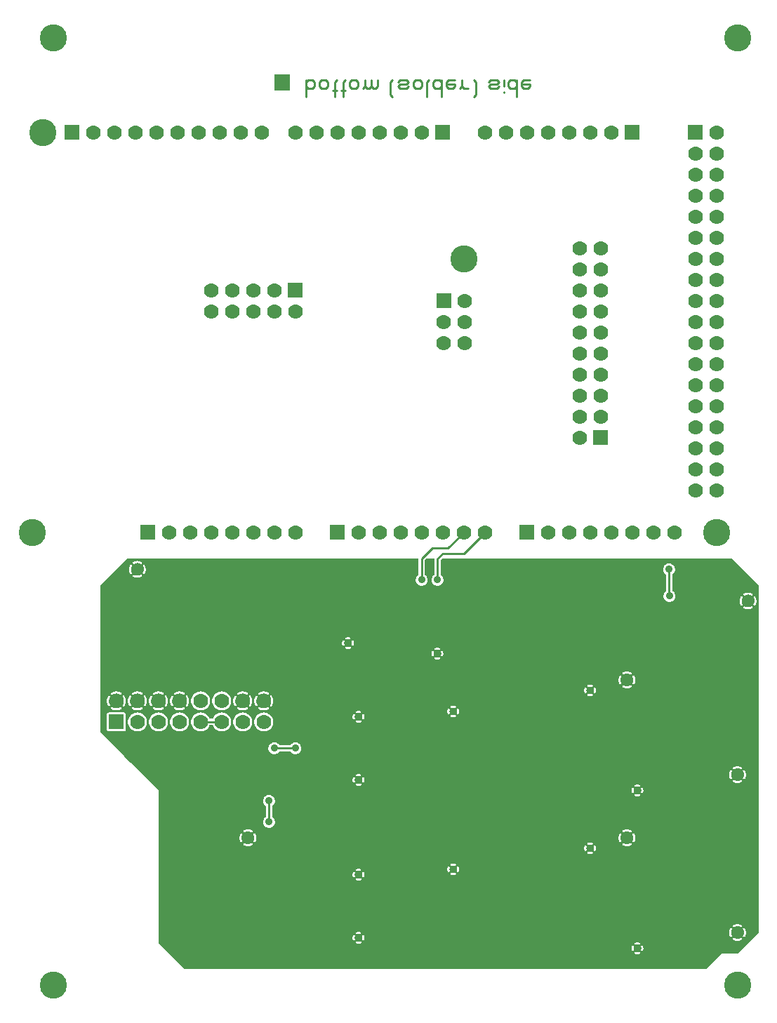
<source format=gbr>
G04 start of page 3 for group 1 idx 1 *
G04 Title: (unknown), solder *
G04 Creator: pcb 20140316 *
G04 CreationDate: Wed 12 Dec 2018 10:26:37 PM GMT UTC *
G04 For: thomasc *
G04 Format: Gerber/RS-274X *
G04 PCB-Dimensions (mil): 3750.00 5000.00 *
G04 PCB-Coordinate-Origin: lower left *
%MOIN*%
%FSLAX25Y25*%
%LNBOTTOM*%
%ADD35C,0.0420*%
%ADD34C,0.0350*%
%ADD33C,0.1250*%
%ADD32C,0.0200*%
%ADD31C,0.0600*%
%ADD30C,0.1290*%
%ADD29C,0.0360*%
%ADD28C,0.0700*%
%ADD27C,0.0100*%
%ADD26C,0.0001*%
G54D26*G36*
X130000Y457500D02*X137500D01*
Y450000D01*
X130000D01*
Y457500D01*
G37*
G36*
X360000Y50000D02*X358284Y48284D01*
Y205369D01*
X358287Y205370D01*
X358355Y205409D01*
X358416Y205458D01*
X358469Y205517D01*
X358511Y205583D01*
X358674Y205908D01*
X358803Y206248D01*
X358901Y206598D01*
X358967Y206956D01*
X359000Y207318D01*
Y207682D01*
X358967Y208044D01*
X358901Y208402D01*
X358803Y208752D01*
X358674Y209092D01*
X358515Y209419D01*
X358472Y209485D01*
X358419Y209544D01*
X358357Y209594D01*
X358288Y209633D01*
X358284Y209635D01*
Y216716D01*
X360000Y215000D01*
Y50000D01*
G37*
G36*
X358284Y48284D02*X353284Y43284D01*
Y47869D01*
X353287Y47870D01*
X353355Y47909D01*
X353416Y47958D01*
X353469Y48017D01*
X353511Y48083D01*
X353674Y48408D01*
X353803Y48748D01*
X353901Y49098D01*
X353967Y49456D01*
X354000Y49818D01*
Y50182D01*
X353967Y50544D01*
X353901Y50902D01*
X353803Y51252D01*
X353674Y51592D01*
X353515Y51919D01*
X353472Y51985D01*
X353419Y52044D01*
X353357Y52094D01*
X353288Y52133D01*
X353284Y52135D01*
Y122869D01*
X353287Y122870D01*
X353355Y122909D01*
X353416Y122958D01*
X353469Y123017D01*
X353511Y123083D01*
X353674Y123408D01*
X353803Y123748D01*
X353901Y124098D01*
X353967Y124456D01*
X354000Y124818D01*
Y125182D01*
X353967Y125544D01*
X353901Y125902D01*
X353803Y126252D01*
X353674Y126592D01*
X353515Y126919D01*
X353472Y126985D01*
X353419Y127044D01*
X353357Y127094D01*
X353288Y127133D01*
X353284Y127135D01*
Y203888D01*
X353408Y203826D01*
X353748Y203697D01*
X354098Y203599D01*
X354456Y203533D01*
X354818Y203500D01*
X355182D01*
X355544Y203533D01*
X355902Y203599D01*
X356252Y203697D01*
X356592Y203826D01*
X356919Y203985D01*
X356985Y204028D01*
X357044Y204081D01*
X357094Y204143D01*
X357133Y204212D01*
X357161Y204286D01*
X357177Y204363D01*
X357181Y204442D01*
X357173Y204521D01*
X357152Y204597D01*
X357120Y204670D01*
X357077Y204736D01*
X357024Y204795D01*
X356962Y204844D01*
X356893Y204884D01*
X356819Y204912D01*
X356742Y204928D01*
X356663Y204932D01*
X356584Y204924D01*
X356507Y204903D01*
X356436Y204870D01*
X356193Y204747D01*
X355938Y204650D01*
X355676Y204577D01*
X355408Y204528D01*
X355136Y204503D01*
X354864D01*
X354592Y204528D01*
X354324Y204577D01*
X354062Y204650D01*
X353807Y204747D01*
X353563Y204867D01*
X353491Y204900D01*
X353415Y204921D01*
X353337Y204929D01*
X353284Y204927D01*
Y210070D01*
X353337Y210068D01*
X353416Y210076D01*
X353493Y210097D01*
X353564Y210130D01*
X353807Y210253D01*
X354062Y210350D01*
X354324Y210423D01*
X354592Y210472D01*
X354864Y210497D01*
X355136D01*
X355408Y210472D01*
X355676Y210423D01*
X355938Y210350D01*
X356193Y210253D01*
X356437Y210133D01*
X356509Y210100D01*
X356584Y210079D01*
X356663Y210071D01*
X356741Y210075D01*
X356818Y210091D01*
X356892Y210119D01*
X356960Y210158D01*
X357021Y210207D01*
X357074Y210266D01*
X357117Y210332D01*
X357149Y210404D01*
X357170Y210480D01*
X357178Y210558D01*
X357174Y210636D01*
X357158Y210713D01*
X357130Y210787D01*
X357091Y210855D01*
X357042Y210916D01*
X356983Y210969D01*
X356917Y211011D01*
X356592Y211174D01*
X356252Y211303D01*
X355902Y211401D01*
X355544Y211467D01*
X355182Y211500D01*
X354818D01*
X354456Y211467D01*
X354098Y211401D01*
X353748Y211303D01*
X353408Y211174D01*
X353284Y211113D01*
Y221716D01*
X358284Y216716D01*
Y209635D01*
X358214Y209661D01*
X358137Y209677D01*
X358058Y209681D01*
X357979Y209673D01*
X357903Y209652D01*
X357830Y209620D01*
X357764Y209577D01*
X357705Y209524D01*
X357656Y209462D01*
X357616Y209393D01*
X357588Y209319D01*
X357572Y209242D01*
X357568Y209163D01*
X357576Y209084D01*
X357597Y209007D01*
X357630Y208936D01*
X357753Y208693D01*
X357850Y208438D01*
X357923Y208176D01*
X357972Y207908D01*
X357997Y207636D01*
Y207364D01*
X357972Y207092D01*
X357923Y206824D01*
X357850Y206562D01*
X357753Y206307D01*
X357633Y206063D01*
X357600Y205991D01*
X357579Y205916D01*
X357571Y205837D01*
X357575Y205759D01*
X357591Y205682D01*
X357619Y205608D01*
X357658Y205540D01*
X357707Y205479D01*
X357766Y205426D01*
X357832Y205383D01*
X357904Y205351D01*
X357980Y205330D01*
X358058Y205322D01*
X358136Y205326D01*
X358213Y205342D01*
X358284Y205369D01*
Y48284D01*
G37*
G36*
X353284Y43284D02*X351716Y41716D01*
Y46387D01*
X351919Y46485D01*
X351985Y46528D01*
X352044Y46581D01*
X352094Y46643D01*
X352133Y46712D01*
X352161Y46786D01*
X352177Y46863D01*
X352181Y46942D01*
X352173Y47021D01*
X352152Y47097D01*
X352120Y47170D01*
X352077Y47236D01*
X352024Y47295D01*
X351962Y47344D01*
X351893Y47384D01*
X351819Y47412D01*
X351742Y47428D01*
X351716Y47430D01*
Y52573D01*
X351741Y52575D01*
X351818Y52591D01*
X351892Y52619D01*
X351960Y52658D01*
X352021Y52707D01*
X352074Y52766D01*
X352117Y52832D01*
X352149Y52904D01*
X352170Y52980D01*
X352178Y53058D01*
X352174Y53136D01*
X352158Y53213D01*
X352130Y53287D01*
X352091Y53355D01*
X352042Y53416D01*
X351983Y53469D01*
X351917Y53511D01*
X351716Y53612D01*
Y121387D01*
X351919Y121485D01*
X351985Y121528D01*
X352044Y121581D01*
X352094Y121643D01*
X352133Y121712D01*
X352161Y121786D01*
X352177Y121863D01*
X352181Y121942D01*
X352173Y122021D01*
X352152Y122097D01*
X352120Y122170D01*
X352077Y122236D01*
X352024Y122295D01*
X351962Y122344D01*
X351893Y122384D01*
X351819Y122412D01*
X351742Y122428D01*
X351716Y122430D01*
Y127573D01*
X351741Y127575D01*
X351818Y127591D01*
X351892Y127619D01*
X351960Y127658D01*
X352021Y127707D01*
X352074Y127766D01*
X352117Y127832D01*
X352149Y127904D01*
X352170Y127980D01*
X352178Y128058D01*
X352174Y128136D01*
X352158Y128213D01*
X352130Y128287D01*
X352091Y128355D01*
X352042Y128416D01*
X351983Y128469D01*
X351917Y128511D01*
X351716Y128612D01*
Y205365D01*
X351786Y205339D01*
X351863Y205323D01*
X351942Y205319D01*
X352021Y205327D01*
X352097Y205348D01*
X352170Y205380D01*
X352236Y205423D01*
X352295Y205476D01*
X352344Y205538D01*
X352384Y205607D01*
X352412Y205681D01*
X352428Y205758D01*
X352432Y205837D01*
X352424Y205916D01*
X352403Y205993D01*
X352370Y206064D01*
X352247Y206307D01*
X352150Y206562D01*
X352077Y206824D01*
X352028Y207092D01*
X352003Y207364D01*
Y207636D01*
X352028Y207908D01*
X352077Y208176D01*
X352150Y208438D01*
X352247Y208693D01*
X352367Y208937D01*
X352400Y209009D01*
X352421Y209085D01*
X352429Y209163D01*
X352425Y209241D01*
X352409Y209318D01*
X352381Y209392D01*
X352342Y209460D01*
X352293Y209521D01*
X352234Y209574D01*
X352168Y209617D01*
X352096Y209649D01*
X352020Y209670D01*
X351942Y209678D01*
X351864Y209674D01*
X351787Y209658D01*
X351716Y209631D01*
Y223284D01*
X353284Y221716D01*
Y211113D01*
X353081Y211015D01*
X353015Y210972D01*
X352956Y210919D01*
X352906Y210857D01*
X352867Y210788D01*
X352839Y210714D01*
X352823Y210637D01*
X352819Y210558D01*
X352827Y210479D01*
X352848Y210403D01*
X352880Y210330D01*
X352923Y210264D01*
X352976Y210205D01*
X353038Y210156D01*
X353107Y210116D01*
X353181Y210088D01*
X353258Y210072D01*
X353284Y210070D01*
Y204927D01*
X353259Y204925D01*
X353182Y204909D01*
X353108Y204881D01*
X353040Y204842D01*
X352979Y204793D01*
X352926Y204734D01*
X352883Y204668D01*
X352851Y204596D01*
X352830Y204520D01*
X352822Y204442D01*
X352826Y204364D01*
X352842Y204287D01*
X352870Y204213D01*
X352909Y204145D01*
X352958Y204084D01*
X353017Y204031D01*
X353083Y203989D01*
X353284Y203888D01*
Y127135D01*
X353214Y127161D01*
X353137Y127177D01*
X353058Y127181D01*
X352979Y127173D01*
X352903Y127152D01*
X352830Y127120D01*
X352764Y127077D01*
X352705Y127024D01*
X352656Y126962D01*
X352616Y126893D01*
X352588Y126819D01*
X352572Y126742D01*
X352568Y126663D01*
X352576Y126584D01*
X352597Y126507D01*
X352630Y126436D01*
X352753Y126193D01*
X352850Y125938D01*
X352923Y125676D01*
X352972Y125408D01*
X352997Y125136D01*
Y124864D01*
X352972Y124592D01*
X352923Y124324D01*
X352850Y124062D01*
X352753Y123807D01*
X352633Y123563D01*
X352600Y123491D01*
X352579Y123416D01*
X352571Y123337D01*
X352575Y123259D01*
X352591Y123182D01*
X352619Y123108D01*
X352658Y123040D01*
X352707Y122979D01*
X352766Y122926D01*
X352832Y122883D01*
X352904Y122851D01*
X352980Y122830D01*
X353058Y122822D01*
X353136Y122826D01*
X353213Y122842D01*
X353284Y122869D01*
Y52135D01*
X353214Y52161D01*
X353137Y52177D01*
X353058Y52181D01*
X352979Y52173D01*
X352903Y52152D01*
X352830Y52120D01*
X352764Y52077D01*
X352705Y52024D01*
X352656Y51962D01*
X352616Y51893D01*
X352588Y51819D01*
X352572Y51742D01*
X352568Y51663D01*
X352576Y51584D01*
X352597Y51507D01*
X352630Y51436D01*
X352753Y51193D01*
X352850Y50938D01*
X352923Y50676D01*
X352972Y50408D01*
X352997Y50136D01*
Y49864D01*
X352972Y49592D01*
X352923Y49324D01*
X352850Y49062D01*
X352753Y48807D01*
X352633Y48563D01*
X352600Y48491D01*
X352579Y48416D01*
X352571Y48337D01*
X352575Y48259D01*
X352591Y48182D01*
X352619Y48108D01*
X352658Y48040D01*
X352707Y47979D01*
X352766Y47926D01*
X352832Y47883D01*
X352904Y47851D01*
X352980Y47830D01*
X353058Y47822D01*
X353136Y47826D01*
X353213Y47842D01*
X353284Y47869D01*
Y43284D01*
G37*
G36*
X351716Y128612D02*X351592Y128674D01*
X351252Y128803D01*
X350902Y128901D01*
X350544Y128967D01*
X350182Y129000D01*
X350002D01*
Y224998D01*
X351716Y223284D01*
Y209631D01*
X351713Y209630D01*
X351645Y209591D01*
X351584Y209542D01*
X351531Y209483D01*
X351489Y209417D01*
X351326Y209092D01*
X351197Y208752D01*
X351099Y208402D01*
X351033Y208044D01*
X351000Y207682D01*
Y207318D01*
X351033Y206956D01*
X351099Y206598D01*
X351197Y206248D01*
X351326Y205908D01*
X351485Y205581D01*
X351528Y205515D01*
X351581Y205456D01*
X351643Y205406D01*
X351712Y205367D01*
X351716Y205365D01*
Y128612D01*
G37*
G36*
Y122430D02*X351663Y122432D01*
X351584Y122424D01*
X351507Y122403D01*
X351436Y122370D01*
X351193Y122247D01*
X350938Y122150D01*
X350676Y122077D01*
X350408Y122028D01*
X350136Y122003D01*
X350002D01*
Y127997D01*
X350136D01*
X350408Y127972D01*
X350676Y127923D01*
X350938Y127850D01*
X351193Y127753D01*
X351437Y127633D01*
X351509Y127600D01*
X351584Y127579D01*
X351663Y127571D01*
X351716Y127573D01*
Y122430D01*
G37*
G36*
Y53612D02*X351592Y53674D01*
X351252Y53803D01*
X350902Y53901D01*
X350544Y53967D01*
X350182Y54000D01*
X350002D01*
Y121000D01*
X350182D01*
X350544Y121033D01*
X350902Y121099D01*
X351252Y121197D01*
X351592Y121326D01*
X351716Y121387D01*
Y53612D01*
G37*
G36*
Y47430D02*X351663Y47432D01*
X351584Y47424D01*
X351507Y47403D01*
X351436Y47370D01*
X351193Y47247D01*
X350938Y47150D01*
X350676Y47077D01*
X350408Y47028D01*
X350136Y47003D01*
X350002D01*
Y52997D01*
X350136D01*
X350408Y52972D01*
X350676Y52923D01*
X350938Y52850D01*
X351193Y52753D01*
X351437Y52633D01*
X351509Y52600D01*
X351584Y52579D01*
X351663Y52571D01*
X351716Y52573D01*
Y47430D01*
G37*
G36*
Y41716D02*X350002Y40002D01*
Y46000D01*
X350182D01*
X350544Y46033D01*
X350902Y46099D01*
X351252Y46197D01*
X351592Y46326D01*
X351716Y46387D01*
Y41716D01*
G37*
G36*
X350002Y40002D02*X350000Y40000D01*
X346716D01*
Y47865D01*
X346786Y47839D01*
X346863Y47823D01*
X346942Y47819D01*
X347021Y47827D01*
X347097Y47848D01*
X347170Y47880D01*
X347236Y47923D01*
X347295Y47976D01*
X347344Y48038D01*
X347384Y48107D01*
X347412Y48181D01*
X347428Y48258D01*
X347432Y48337D01*
X347424Y48416D01*
X347403Y48493D01*
X347370Y48564D01*
X347247Y48807D01*
X347150Y49062D01*
X347077Y49324D01*
X347028Y49592D01*
X347003Y49864D01*
Y50136D01*
X347028Y50408D01*
X347077Y50676D01*
X347150Y50938D01*
X347247Y51193D01*
X347367Y51437D01*
X347400Y51509D01*
X347421Y51585D01*
X347429Y51663D01*
X347425Y51741D01*
X347409Y51818D01*
X347381Y51892D01*
X347342Y51960D01*
X347293Y52021D01*
X347234Y52074D01*
X347168Y52117D01*
X347096Y52149D01*
X347020Y52170D01*
X346942Y52178D01*
X346864Y52174D01*
X346787Y52158D01*
X346716Y52131D01*
Y122865D01*
X346786Y122839D01*
X346863Y122823D01*
X346942Y122819D01*
X347021Y122827D01*
X347097Y122848D01*
X347170Y122880D01*
X347236Y122923D01*
X347295Y122976D01*
X347344Y123038D01*
X347384Y123107D01*
X347412Y123181D01*
X347428Y123258D01*
X347432Y123337D01*
X347424Y123416D01*
X347403Y123493D01*
X347370Y123564D01*
X347247Y123807D01*
X347150Y124062D01*
X347077Y124324D01*
X347028Y124592D01*
X347003Y124864D01*
Y125136D01*
X347028Y125408D01*
X347077Y125676D01*
X347150Y125938D01*
X347247Y126193D01*
X347367Y126437D01*
X347400Y126509D01*
X347421Y126585D01*
X347429Y126663D01*
X347425Y126741D01*
X347409Y126818D01*
X347381Y126892D01*
X347342Y126960D01*
X347293Y127021D01*
X347234Y127074D01*
X347168Y127117D01*
X347096Y127149D01*
X347020Y127170D01*
X346942Y127178D01*
X346864Y127174D01*
X346787Y127158D01*
X346716Y127131D01*
Y227500D01*
X347500D01*
X350002Y224998D01*
Y129000D01*
X349818D01*
X349456Y128967D01*
X349098Y128901D01*
X348748Y128803D01*
X348408Y128674D01*
X348081Y128515D01*
X348015Y128472D01*
X347956Y128419D01*
X347906Y128357D01*
X347867Y128288D01*
X347839Y128214D01*
X347823Y128137D01*
X347819Y128058D01*
X347827Y127979D01*
X347848Y127903D01*
X347880Y127830D01*
X347923Y127764D01*
X347976Y127705D01*
X348038Y127656D01*
X348107Y127616D01*
X348181Y127588D01*
X348258Y127572D01*
X348337Y127568D01*
X348416Y127576D01*
X348493Y127597D01*
X348564Y127630D01*
X348807Y127753D01*
X349062Y127850D01*
X349324Y127923D01*
X349592Y127972D01*
X349864Y127997D01*
X350002D01*
Y122003D01*
X349864D01*
X349592Y122028D01*
X349324Y122077D01*
X349062Y122150D01*
X348807Y122247D01*
X348563Y122367D01*
X348491Y122400D01*
X348415Y122421D01*
X348337Y122429D01*
X348259Y122425D01*
X348182Y122409D01*
X348108Y122381D01*
X348040Y122342D01*
X347979Y122293D01*
X347926Y122234D01*
X347883Y122168D01*
X347851Y122096D01*
X347830Y122020D01*
X347822Y121942D01*
X347826Y121864D01*
X347842Y121787D01*
X347870Y121713D01*
X347909Y121645D01*
X347958Y121584D01*
X348017Y121531D01*
X348083Y121489D01*
X348408Y121326D01*
X348748Y121197D01*
X349098Y121099D01*
X349456Y121033D01*
X349818Y121000D01*
X350002D01*
Y54000D01*
X349818D01*
X349456Y53967D01*
X349098Y53901D01*
X348748Y53803D01*
X348408Y53674D01*
X348081Y53515D01*
X348015Y53472D01*
X347956Y53419D01*
X347906Y53357D01*
X347867Y53288D01*
X347839Y53214D01*
X347823Y53137D01*
X347819Y53058D01*
X347827Y52979D01*
X347848Y52903D01*
X347880Y52830D01*
X347923Y52764D01*
X347976Y52705D01*
X348038Y52656D01*
X348107Y52616D01*
X348181Y52588D01*
X348258Y52572D01*
X348337Y52568D01*
X348416Y52576D01*
X348493Y52597D01*
X348564Y52630D01*
X348807Y52753D01*
X349062Y52850D01*
X349324Y52923D01*
X349592Y52972D01*
X349864Y52997D01*
X350002D01*
Y47003D01*
X349864D01*
X349592Y47028D01*
X349324Y47077D01*
X349062Y47150D01*
X348807Y47247D01*
X348563Y47367D01*
X348491Y47400D01*
X348415Y47421D01*
X348337Y47429D01*
X348259Y47425D01*
X348182Y47409D01*
X348108Y47381D01*
X348040Y47342D01*
X347979Y47293D01*
X347926Y47234D01*
X347883Y47168D01*
X347851Y47096D01*
X347830Y47020D01*
X347822Y46942D01*
X347826Y46864D01*
X347842Y46787D01*
X347870Y46713D01*
X347909Y46645D01*
X347958Y46584D01*
X348017Y46531D01*
X348083Y46489D01*
X348408Y46326D01*
X348748Y46197D01*
X349098Y46099D01*
X349456Y46033D01*
X349818Y46000D01*
X350002D01*
Y40002D01*
G37*
G36*
X346716Y40000D02*X342500D01*
X335000Y32500D01*
X317583D01*
Y207024D01*
X317674Y207017D01*
X318114Y207052D01*
X318542Y207154D01*
X318950Y207323D01*
X319325Y207553D01*
X319660Y207840D01*
X319947Y208175D01*
X320177Y208550D01*
X320346Y208958D01*
X320448Y209386D01*
X320474Y209826D01*
X320448Y210265D01*
X320346Y210694D01*
X320177Y211101D01*
X319947Y211476D01*
X319660Y211812D01*
X319325Y212098D01*
X319000Y212297D01*
Y220135D01*
X319151Y220228D01*
X319486Y220514D01*
X319772Y220849D01*
X320003Y221225D01*
X320171Y221632D01*
X320274Y222061D01*
X320300Y222500D01*
X320274Y222939D01*
X320171Y223368D01*
X320003Y223775D01*
X319772Y224151D01*
X319486Y224486D01*
X319151Y224772D01*
X318775Y225003D01*
X318368Y225171D01*
X317939Y225274D01*
X317583Y225302D01*
Y227500D01*
X346716D01*
Y127131D01*
X346713Y127130D01*
X346645Y127091D01*
X346584Y127042D01*
X346531Y126983D01*
X346489Y126917D01*
X346326Y126592D01*
X346197Y126252D01*
X346099Y125902D01*
X346033Y125544D01*
X346000Y125182D01*
Y124818D01*
X346033Y124456D01*
X346099Y124098D01*
X346197Y123748D01*
X346326Y123408D01*
X346485Y123081D01*
X346528Y123015D01*
X346581Y122956D01*
X346643Y122906D01*
X346712Y122867D01*
X346716Y122865D01*
Y52131D01*
X346713Y52130D01*
X346645Y52091D01*
X346584Y52042D01*
X346531Y51983D01*
X346489Y51917D01*
X346326Y51592D01*
X346197Y51252D01*
X346099Y50902D01*
X346033Y50544D01*
X346000Y50182D01*
Y49818D01*
X346033Y49456D01*
X346099Y49098D01*
X346197Y48748D01*
X346326Y48408D01*
X346485Y48081D01*
X346528Y48015D01*
X346581Y47956D01*
X346643Y47906D01*
X346712Y47867D01*
X346716Y47865D01*
Y40000D01*
G37*
G36*
X317583Y32500D02*X304730D01*
Y41214D01*
X304798Y41228D01*
X304871Y41255D01*
X304940Y41294D01*
X305002Y41343D01*
X305055Y41401D01*
X305098Y41466D01*
X305130Y41538D01*
X305206Y41771D01*
X305260Y42011D01*
X305292Y42255D01*
X305303Y42500D01*
X305292Y42745D01*
X305260Y42989D01*
X305206Y43229D01*
X305132Y43463D01*
X305100Y43535D01*
X305056Y43600D01*
X305003Y43659D01*
X304941Y43708D01*
X304872Y43746D01*
X304798Y43774D01*
X304730Y43788D01*
Y116214D01*
X304798Y116228D01*
X304871Y116255D01*
X304940Y116294D01*
X305002Y116343D01*
X305055Y116401D01*
X305098Y116466D01*
X305130Y116538D01*
X305206Y116771D01*
X305260Y117011D01*
X305292Y117255D01*
X305303Y117500D01*
X305292Y117745D01*
X305260Y117989D01*
X305206Y118229D01*
X305132Y118463D01*
X305100Y118535D01*
X305056Y118600D01*
X305003Y118659D01*
X304941Y118708D01*
X304872Y118746D01*
X304798Y118774D01*
X304730Y118788D01*
Y227500D01*
X317583D01*
Y225302D01*
X317500Y225309D01*
X317061Y225274D01*
X316632Y225171D01*
X316225Y225003D01*
X315849Y224772D01*
X315514Y224486D01*
X315228Y224151D01*
X314997Y223775D01*
X314829Y223368D01*
X314726Y222939D01*
X314691Y222500D01*
X314726Y222061D01*
X314829Y221632D01*
X314997Y221225D01*
X315228Y220849D01*
X315514Y220514D01*
X315849Y220228D01*
X316000Y220135D01*
Y212078D01*
X315688Y211812D01*
X315402Y211476D01*
X315172Y211101D01*
X315003Y210694D01*
X314900Y210265D01*
X314866Y209826D01*
X314900Y209386D01*
X315003Y208958D01*
X315172Y208550D01*
X315402Y208175D01*
X315688Y207840D01*
X316024Y207553D01*
X316399Y207323D01*
X316806Y207154D01*
X317235Y207052D01*
X317583Y207024D01*
Y32500D01*
G37*
G36*
X304730D02*X302501D01*
Y39697D01*
X302745Y39708D01*
X302989Y39740D01*
X303229Y39794D01*
X303463Y39868D01*
X303535Y39900D01*
X303600Y39944D01*
X303659Y39997D01*
X303708Y40059D01*
X303746Y40128D01*
X303774Y40202D01*
X303790Y40279D01*
X303793Y40358D01*
X303784Y40437D01*
X303763Y40513D01*
X303730Y40585D01*
X303686Y40650D01*
X303633Y40709D01*
X303571Y40758D01*
X303502Y40796D01*
X303428Y40824D01*
X303351Y40840D01*
X303272Y40843D01*
X303193Y40834D01*
X303118Y40811D01*
X302968Y40762D01*
X302814Y40728D01*
X302658Y40707D01*
X302501Y40700D01*
Y44300D01*
X302658Y44293D01*
X302814Y44272D01*
X302968Y44238D01*
X303118Y44190D01*
X303194Y44168D01*
X303272Y44159D01*
X303350Y44162D01*
X303427Y44178D01*
X303501Y44205D01*
X303570Y44244D01*
X303631Y44293D01*
X303685Y44351D01*
X303728Y44416D01*
X303761Y44488D01*
X303782Y44564D01*
X303791Y44642D01*
X303788Y44720D01*
X303772Y44798D01*
X303745Y44871D01*
X303706Y44940D01*
X303657Y45002D01*
X303599Y45055D01*
X303534Y45098D01*
X303462Y45130D01*
X303229Y45206D01*
X302989Y45260D01*
X302745Y45292D01*
X302501Y45303D01*
Y114697D01*
X302745Y114708D01*
X302989Y114740D01*
X303229Y114794D01*
X303463Y114868D01*
X303535Y114900D01*
X303600Y114944D01*
X303659Y114997D01*
X303708Y115059D01*
X303746Y115128D01*
X303774Y115202D01*
X303790Y115279D01*
X303793Y115358D01*
X303784Y115437D01*
X303763Y115513D01*
X303730Y115585D01*
X303686Y115650D01*
X303633Y115709D01*
X303571Y115758D01*
X303502Y115796D01*
X303428Y115824D01*
X303351Y115840D01*
X303272Y115843D01*
X303193Y115834D01*
X303118Y115811D01*
X302968Y115762D01*
X302814Y115728D01*
X302658Y115707D01*
X302501Y115700D01*
Y119300D01*
X302658Y119293D01*
X302814Y119272D01*
X302968Y119238D01*
X303118Y119190D01*
X303194Y119168D01*
X303272Y119159D01*
X303350Y119162D01*
X303427Y119178D01*
X303501Y119205D01*
X303570Y119244D01*
X303631Y119293D01*
X303685Y119351D01*
X303728Y119416D01*
X303761Y119488D01*
X303782Y119564D01*
X303791Y119642D01*
X303788Y119720D01*
X303772Y119798D01*
X303745Y119871D01*
X303706Y119940D01*
X303657Y120002D01*
X303599Y120055D01*
X303534Y120098D01*
X303462Y120130D01*
X303229Y120206D01*
X302989Y120260D01*
X302745Y120292D01*
X302501Y120303D01*
Y227500D01*
X304730D01*
Y118788D01*
X304721Y118790D01*
X304642Y118793D01*
X304563Y118784D01*
X304487Y118763D01*
X304415Y118730D01*
X304350Y118686D01*
X304291Y118633D01*
X304242Y118571D01*
X304204Y118502D01*
X304176Y118428D01*
X304160Y118351D01*
X304157Y118272D01*
X304166Y118193D01*
X304189Y118118D01*
X304238Y117968D01*
X304272Y117814D01*
X304293Y117658D01*
X304300Y117500D01*
X304293Y117342D01*
X304272Y117186D01*
X304238Y117032D01*
X304190Y116882D01*
X304168Y116806D01*
X304159Y116728D01*
X304162Y116650D01*
X304178Y116573D01*
X304205Y116499D01*
X304244Y116430D01*
X304293Y116369D01*
X304351Y116315D01*
X304416Y116272D01*
X304488Y116239D01*
X304564Y116218D01*
X304642Y116209D01*
X304720Y116212D01*
X304730Y116214D01*
Y43788D01*
X304721Y43790D01*
X304642Y43793D01*
X304563Y43784D01*
X304487Y43763D01*
X304415Y43730D01*
X304350Y43686D01*
X304291Y43633D01*
X304242Y43571D01*
X304204Y43502D01*
X304176Y43428D01*
X304160Y43351D01*
X304157Y43272D01*
X304166Y43193D01*
X304189Y43118D01*
X304238Y42968D01*
X304272Y42814D01*
X304293Y42658D01*
X304300Y42500D01*
X304293Y42342D01*
X304272Y42186D01*
X304238Y42032D01*
X304190Y41882D01*
X304168Y41806D01*
X304159Y41728D01*
X304162Y41650D01*
X304178Y41573D01*
X304205Y41499D01*
X304244Y41430D01*
X304293Y41369D01*
X304351Y41315D01*
X304416Y41272D01*
X304488Y41239D01*
X304564Y41218D01*
X304642Y41209D01*
X304720Y41212D01*
X304730Y41214D01*
Y32500D01*
G37*
G36*
X302501D02*X300784D01*
Y41476D01*
X300796Y41498D01*
X300824Y41572D01*
X300840Y41649D01*
X300843Y41728D01*
X300834Y41807D01*
X300811Y41882D01*
X300784Y41965D01*
Y43037D01*
X300810Y43118D01*
X300832Y43194D01*
X300841Y43272D01*
X300838Y43350D01*
X300822Y43427D01*
X300795Y43501D01*
X300784Y43521D01*
Y92869D01*
X300787Y92870D01*
X300855Y92909D01*
X300916Y92958D01*
X300969Y93017D01*
X301011Y93083D01*
X301174Y93408D01*
X301303Y93748D01*
X301401Y94098D01*
X301467Y94456D01*
X301500Y94818D01*
Y95182D01*
X301467Y95544D01*
X301401Y95902D01*
X301303Y96252D01*
X301174Y96592D01*
X301015Y96919D01*
X300972Y96985D01*
X300919Y97044D01*
X300857Y97094D01*
X300788Y97133D01*
X300784Y97135D01*
Y116476D01*
X300796Y116498D01*
X300824Y116572D01*
X300840Y116649D01*
X300843Y116728D01*
X300834Y116807D01*
X300811Y116882D01*
X300784Y116965D01*
Y118037D01*
X300810Y118118D01*
X300832Y118194D01*
X300841Y118272D01*
X300838Y118350D01*
X300822Y118427D01*
X300795Y118501D01*
X300784Y118521D01*
Y167869D01*
X300787Y167870D01*
X300855Y167909D01*
X300916Y167958D01*
X300969Y168017D01*
X301011Y168083D01*
X301174Y168408D01*
X301303Y168748D01*
X301401Y169098D01*
X301467Y169456D01*
X301500Y169818D01*
Y170182D01*
X301467Y170544D01*
X301401Y170902D01*
X301303Y171252D01*
X301174Y171592D01*
X301015Y171919D01*
X300972Y171985D01*
X300919Y172044D01*
X300857Y172094D01*
X300788Y172133D01*
X300784Y172135D01*
Y227500D01*
X302501D01*
Y120303D01*
X302500Y120303D01*
X302255Y120292D01*
X302011Y120260D01*
X301771Y120206D01*
X301537Y120132D01*
X301465Y120100D01*
X301400Y120056D01*
X301341Y120003D01*
X301292Y119941D01*
X301254Y119872D01*
X301226Y119798D01*
X301210Y119721D01*
X301207Y119642D01*
X301216Y119563D01*
X301237Y119487D01*
X301270Y119415D01*
X301314Y119350D01*
X301367Y119291D01*
X301429Y119242D01*
X301498Y119204D01*
X301572Y119176D01*
X301649Y119160D01*
X301728Y119157D01*
X301807Y119166D01*
X301882Y119189D01*
X302032Y119238D01*
X302186Y119272D01*
X302342Y119293D01*
X302500Y119300D01*
X302501Y119300D01*
Y115700D01*
X302500Y115700D01*
X302342Y115707D01*
X302186Y115728D01*
X302032Y115762D01*
X301882Y115810D01*
X301806Y115832D01*
X301728Y115841D01*
X301650Y115838D01*
X301573Y115822D01*
X301499Y115795D01*
X301430Y115756D01*
X301369Y115707D01*
X301315Y115649D01*
X301272Y115584D01*
X301239Y115512D01*
X301218Y115436D01*
X301209Y115358D01*
X301212Y115280D01*
X301228Y115202D01*
X301255Y115129D01*
X301294Y115060D01*
X301343Y114998D01*
X301401Y114945D01*
X301466Y114902D01*
X301538Y114870D01*
X301771Y114794D01*
X302011Y114740D01*
X302255Y114708D01*
X302500Y114697D01*
X302501Y114697D01*
Y45303D01*
X302500Y45303D01*
X302255Y45292D01*
X302011Y45260D01*
X301771Y45206D01*
X301537Y45132D01*
X301465Y45100D01*
X301400Y45056D01*
X301341Y45003D01*
X301292Y44941D01*
X301254Y44872D01*
X301226Y44798D01*
X301210Y44721D01*
X301207Y44642D01*
X301216Y44563D01*
X301237Y44487D01*
X301270Y44415D01*
X301314Y44350D01*
X301367Y44291D01*
X301429Y44242D01*
X301498Y44204D01*
X301572Y44176D01*
X301649Y44160D01*
X301728Y44157D01*
X301807Y44166D01*
X301882Y44189D01*
X302032Y44238D01*
X302186Y44272D01*
X302342Y44293D01*
X302500Y44300D01*
X302501Y44300D01*
Y40700D01*
X302500Y40700D01*
X302342Y40707D01*
X302186Y40728D01*
X302032Y40762D01*
X301882Y40810D01*
X301806Y40832D01*
X301728Y40841D01*
X301650Y40838D01*
X301573Y40822D01*
X301499Y40795D01*
X301430Y40756D01*
X301369Y40707D01*
X301315Y40649D01*
X301272Y40584D01*
X301239Y40512D01*
X301218Y40436D01*
X301209Y40358D01*
X301212Y40280D01*
X301228Y40202D01*
X301255Y40129D01*
X301294Y40060D01*
X301343Y39998D01*
X301401Y39945D01*
X301466Y39902D01*
X301538Y39870D01*
X301771Y39794D01*
X302011Y39740D01*
X302255Y39708D01*
X302500Y39697D01*
X302501Y39697D01*
Y32500D01*
G37*
G36*
X300784Y116965D02*X300762Y117032D01*
X300728Y117186D01*
X300707Y117342D01*
X300700Y117500D01*
X300707Y117658D01*
X300728Y117814D01*
X300762Y117968D01*
X300784Y118037D01*
Y116965D01*
G37*
G36*
Y41965D02*X300762Y42032D01*
X300728Y42186D01*
X300707Y42342D01*
X300700Y42500D01*
X300707Y42658D01*
X300728Y42814D01*
X300762Y42968D01*
X300784Y43037D01*
Y41965D01*
G37*
G36*
Y32500D02*X297502D01*
Y91000D01*
X297682D01*
X298044Y91033D01*
X298402Y91099D01*
X298752Y91197D01*
X299092Y91326D01*
X299419Y91485D01*
X299485Y91528D01*
X299544Y91581D01*
X299594Y91643D01*
X299633Y91712D01*
X299661Y91786D01*
X299677Y91863D01*
X299681Y91942D01*
X299673Y92021D01*
X299652Y92097D01*
X299620Y92170D01*
X299577Y92236D01*
X299524Y92295D01*
X299462Y92344D01*
X299393Y92384D01*
X299319Y92412D01*
X299242Y92428D01*
X299163Y92432D01*
X299084Y92424D01*
X299007Y92403D01*
X298936Y92370D01*
X298693Y92247D01*
X298438Y92150D01*
X298176Y92077D01*
X297908Y92028D01*
X297636Y92003D01*
X297502D01*
Y97997D01*
X297636D01*
X297908Y97972D01*
X298176Y97923D01*
X298438Y97850D01*
X298693Y97753D01*
X298937Y97633D01*
X299009Y97600D01*
X299084Y97579D01*
X299163Y97571D01*
X299241Y97575D01*
X299318Y97591D01*
X299392Y97619D01*
X299460Y97658D01*
X299521Y97707D01*
X299574Y97766D01*
X299617Y97832D01*
X299649Y97904D01*
X299670Y97980D01*
X299678Y98058D01*
X299674Y98136D01*
X299658Y98213D01*
X299630Y98287D01*
X299591Y98355D01*
X299542Y98416D01*
X299483Y98469D01*
X299417Y98511D01*
X299092Y98674D01*
X298752Y98803D01*
X298402Y98901D01*
X298044Y98967D01*
X297682Y99000D01*
X297502D01*
Y166000D01*
X297682D01*
X298044Y166033D01*
X298402Y166099D01*
X298752Y166197D01*
X299092Y166326D01*
X299419Y166485D01*
X299485Y166528D01*
X299544Y166581D01*
X299594Y166643D01*
X299633Y166712D01*
X299661Y166786D01*
X299677Y166863D01*
X299681Y166942D01*
X299673Y167021D01*
X299652Y167097D01*
X299620Y167170D01*
X299577Y167236D01*
X299524Y167295D01*
X299462Y167344D01*
X299393Y167384D01*
X299319Y167412D01*
X299242Y167428D01*
X299163Y167432D01*
X299084Y167424D01*
X299007Y167403D01*
X298936Y167370D01*
X298693Y167247D01*
X298438Y167150D01*
X298176Y167077D01*
X297908Y167028D01*
X297636Y167003D01*
X297502D01*
Y172997D01*
X297636D01*
X297908Y172972D01*
X298176Y172923D01*
X298438Y172850D01*
X298693Y172753D01*
X298937Y172633D01*
X299009Y172600D01*
X299084Y172579D01*
X299163Y172571D01*
X299241Y172575D01*
X299318Y172591D01*
X299392Y172619D01*
X299460Y172658D01*
X299521Y172707D01*
X299574Y172766D01*
X299617Y172832D01*
X299649Y172904D01*
X299670Y172980D01*
X299678Y173058D01*
X299674Y173136D01*
X299658Y173213D01*
X299630Y173287D01*
X299591Y173355D01*
X299542Y173416D01*
X299483Y173469D01*
X299417Y173511D01*
X299092Y173674D01*
X298752Y173803D01*
X298402Y173901D01*
X298044Y173967D01*
X297682Y174000D01*
X297502D01*
Y227500D01*
X300784D01*
Y172135D01*
X300714Y172161D01*
X300637Y172177D01*
X300558Y172181D01*
X300479Y172173D01*
X300403Y172152D01*
X300330Y172120D01*
X300264Y172077D01*
X300205Y172024D01*
X300156Y171962D01*
X300116Y171893D01*
X300088Y171819D01*
X300072Y171742D01*
X300068Y171663D01*
X300076Y171584D01*
X300097Y171507D01*
X300130Y171436D01*
X300253Y171193D01*
X300350Y170938D01*
X300423Y170676D01*
X300472Y170408D01*
X300497Y170136D01*
Y169864D01*
X300472Y169592D01*
X300423Y169324D01*
X300350Y169062D01*
X300253Y168807D01*
X300133Y168563D01*
X300100Y168491D01*
X300079Y168416D01*
X300071Y168337D01*
X300075Y168259D01*
X300091Y168182D01*
X300119Y168108D01*
X300158Y168040D01*
X300207Y167979D01*
X300266Y167926D01*
X300332Y167883D01*
X300404Y167851D01*
X300480Y167830D01*
X300558Y167822D01*
X300636Y167826D01*
X300713Y167842D01*
X300784Y167869D01*
Y118521D01*
X300756Y118570D01*
X300707Y118631D01*
X300649Y118685D01*
X300584Y118728D01*
X300512Y118761D01*
X300436Y118782D01*
X300358Y118791D01*
X300280Y118788D01*
X300202Y118772D01*
X300129Y118745D01*
X300060Y118706D01*
X299998Y118657D01*
X299945Y118599D01*
X299902Y118534D01*
X299870Y118462D01*
X299794Y118229D01*
X299740Y117989D01*
X299708Y117745D01*
X299697Y117500D01*
X299708Y117255D01*
X299740Y117011D01*
X299794Y116771D01*
X299868Y116537D01*
X299900Y116465D01*
X299944Y116400D01*
X299997Y116341D01*
X300059Y116292D01*
X300128Y116254D01*
X300202Y116226D01*
X300279Y116210D01*
X300358Y116207D01*
X300437Y116216D01*
X300513Y116237D01*
X300585Y116270D01*
X300650Y116314D01*
X300709Y116367D01*
X300758Y116429D01*
X300784Y116476D01*
Y97135D01*
X300714Y97161D01*
X300637Y97177D01*
X300558Y97181D01*
X300479Y97173D01*
X300403Y97152D01*
X300330Y97120D01*
X300264Y97077D01*
X300205Y97024D01*
X300156Y96962D01*
X300116Y96893D01*
X300088Y96819D01*
X300072Y96742D01*
X300068Y96663D01*
X300076Y96584D01*
X300097Y96507D01*
X300130Y96436D01*
X300253Y96193D01*
X300350Y95938D01*
X300423Y95676D01*
X300472Y95408D01*
X300497Y95136D01*
Y94864D01*
X300472Y94592D01*
X300423Y94324D01*
X300350Y94062D01*
X300253Y93807D01*
X300133Y93563D01*
X300100Y93491D01*
X300079Y93416D01*
X300071Y93337D01*
X300075Y93259D01*
X300091Y93182D01*
X300119Y93108D01*
X300158Y93040D01*
X300207Y92979D01*
X300266Y92926D01*
X300332Y92883D01*
X300404Y92851D01*
X300480Y92830D01*
X300558Y92822D01*
X300636Y92826D01*
X300713Y92842D01*
X300784Y92869D01*
Y43521D01*
X300756Y43570D01*
X300707Y43631D01*
X300649Y43685D01*
X300584Y43728D01*
X300512Y43761D01*
X300436Y43782D01*
X300358Y43791D01*
X300280Y43788D01*
X300202Y43772D01*
X300129Y43745D01*
X300060Y43706D01*
X299998Y43657D01*
X299945Y43599D01*
X299902Y43534D01*
X299870Y43462D01*
X299794Y43229D01*
X299740Y42989D01*
X299708Y42745D01*
X299697Y42500D01*
X299708Y42255D01*
X299740Y42011D01*
X299794Y41771D01*
X299868Y41537D01*
X299900Y41465D01*
X299944Y41400D01*
X299997Y41341D01*
X300059Y41292D01*
X300128Y41254D01*
X300202Y41226D01*
X300279Y41210D01*
X300358Y41207D01*
X300437Y41216D01*
X300513Y41237D01*
X300585Y41270D01*
X300650Y41314D01*
X300709Y41367D01*
X300758Y41429D01*
X300784Y41476D01*
Y32500D01*
G37*
G36*
X297502D02*X294216D01*
Y92865D01*
X294286Y92839D01*
X294363Y92823D01*
X294442Y92819D01*
X294521Y92827D01*
X294597Y92848D01*
X294670Y92880D01*
X294736Y92923D01*
X294795Y92976D01*
X294844Y93038D01*
X294884Y93107D01*
X294912Y93181D01*
X294928Y93258D01*
X294932Y93337D01*
X294924Y93416D01*
X294903Y93493D01*
X294870Y93564D01*
X294747Y93807D01*
X294650Y94062D01*
X294577Y94324D01*
X294528Y94592D01*
X294503Y94864D01*
Y95136D01*
X294528Y95408D01*
X294577Y95676D01*
X294650Y95938D01*
X294747Y96193D01*
X294867Y96437D01*
X294900Y96509D01*
X294921Y96585D01*
X294929Y96663D01*
X294925Y96741D01*
X294909Y96818D01*
X294881Y96892D01*
X294842Y96960D01*
X294793Y97021D01*
X294734Y97074D01*
X294668Y97117D01*
X294596Y97149D01*
X294520Y97170D01*
X294442Y97178D01*
X294364Y97174D01*
X294287Y97158D01*
X294216Y97131D01*
Y167865D01*
X294286Y167839D01*
X294363Y167823D01*
X294442Y167819D01*
X294521Y167827D01*
X294597Y167848D01*
X294670Y167880D01*
X294736Y167923D01*
X294795Y167976D01*
X294844Y168038D01*
X294884Y168107D01*
X294912Y168181D01*
X294928Y168258D01*
X294932Y168337D01*
X294924Y168416D01*
X294903Y168493D01*
X294870Y168564D01*
X294747Y168807D01*
X294650Y169062D01*
X294577Y169324D01*
X294528Y169592D01*
X294503Y169864D01*
Y170136D01*
X294528Y170408D01*
X294577Y170676D01*
X294650Y170938D01*
X294747Y171193D01*
X294867Y171437D01*
X294900Y171509D01*
X294921Y171585D01*
X294929Y171663D01*
X294925Y171741D01*
X294909Y171818D01*
X294881Y171892D01*
X294842Y171960D01*
X294793Y172021D01*
X294734Y172074D01*
X294668Y172117D01*
X294596Y172149D01*
X294520Y172170D01*
X294442Y172178D01*
X294364Y172174D01*
X294287Y172158D01*
X294216Y172131D01*
Y227500D01*
X297502D01*
Y174000D01*
X297318D01*
X296956Y173967D01*
X296598Y173901D01*
X296248Y173803D01*
X295908Y173674D01*
X295581Y173515D01*
X295515Y173472D01*
X295456Y173419D01*
X295406Y173357D01*
X295367Y173288D01*
X295339Y173214D01*
X295323Y173137D01*
X295319Y173058D01*
X295327Y172979D01*
X295348Y172903D01*
X295380Y172830D01*
X295423Y172764D01*
X295476Y172705D01*
X295538Y172656D01*
X295607Y172616D01*
X295681Y172588D01*
X295758Y172572D01*
X295837Y172568D01*
X295916Y172576D01*
X295993Y172597D01*
X296064Y172630D01*
X296307Y172753D01*
X296562Y172850D01*
X296824Y172923D01*
X297092Y172972D01*
X297364Y172997D01*
X297502D01*
Y167003D01*
X297364D01*
X297092Y167028D01*
X296824Y167077D01*
X296562Y167150D01*
X296307Y167247D01*
X296063Y167367D01*
X295991Y167400D01*
X295915Y167421D01*
X295837Y167429D01*
X295759Y167425D01*
X295682Y167409D01*
X295608Y167381D01*
X295540Y167342D01*
X295479Y167293D01*
X295426Y167234D01*
X295383Y167168D01*
X295351Y167096D01*
X295330Y167020D01*
X295322Y166942D01*
X295326Y166864D01*
X295342Y166787D01*
X295370Y166713D01*
X295409Y166645D01*
X295458Y166584D01*
X295517Y166531D01*
X295583Y166489D01*
X295908Y166326D01*
X296248Y166197D01*
X296598Y166099D01*
X296956Y166033D01*
X297318Y166000D01*
X297502D01*
Y99000D01*
X297318D01*
X296956Y98967D01*
X296598Y98901D01*
X296248Y98803D01*
X295908Y98674D01*
X295581Y98515D01*
X295515Y98472D01*
X295456Y98419D01*
X295406Y98357D01*
X295367Y98288D01*
X295339Y98214D01*
X295323Y98137D01*
X295319Y98058D01*
X295327Y97979D01*
X295348Y97903D01*
X295380Y97830D01*
X295423Y97764D01*
X295476Y97705D01*
X295538Y97656D01*
X295607Y97616D01*
X295681Y97588D01*
X295758Y97572D01*
X295837Y97568D01*
X295916Y97576D01*
X295993Y97597D01*
X296064Y97630D01*
X296307Y97753D01*
X296562Y97850D01*
X296824Y97923D01*
X297092Y97972D01*
X297364Y97997D01*
X297502D01*
Y92003D01*
X297364D01*
X297092Y92028D01*
X296824Y92077D01*
X296562Y92150D01*
X296307Y92247D01*
X296063Y92367D01*
X295991Y92400D01*
X295915Y92421D01*
X295837Y92429D01*
X295759Y92425D01*
X295682Y92409D01*
X295608Y92381D01*
X295540Y92342D01*
X295479Y92293D01*
X295426Y92234D01*
X295383Y92168D01*
X295351Y92096D01*
X295330Y92020D01*
X295322Y91942D01*
X295326Y91864D01*
X295342Y91787D01*
X295370Y91713D01*
X295409Y91645D01*
X295458Y91584D01*
X295517Y91531D01*
X295583Y91489D01*
X295908Y91326D01*
X296248Y91197D01*
X296598Y91099D01*
X296956Y91033D01*
X297318Y91000D01*
X297502D01*
Y32500D01*
G37*
G36*
X294216D02*X282230D01*
Y88714D01*
X282298Y88728D01*
X282371Y88755D01*
X282440Y88794D01*
X282502Y88843D01*
X282555Y88901D01*
X282598Y88966D01*
X282630Y89038D01*
X282706Y89271D01*
X282760Y89511D01*
X282792Y89755D01*
X282803Y90000D01*
X282792Y90245D01*
X282760Y90489D01*
X282706Y90729D01*
X282632Y90963D01*
X282600Y91035D01*
X282556Y91100D01*
X282503Y91159D01*
X282441Y91208D01*
X282372Y91246D01*
X282298Y91274D01*
X282230Y91288D01*
Y163714D01*
X282298Y163728D01*
X282371Y163755D01*
X282440Y163794D01*
X282502Y163843D01*
X282555Y163901D01*
X282598Y163966D01*
X282630Y164038D01*
X282706Y164271D01*
X282760Y164511D01*
X282792Y164755D01*
X282803Y165000D01*
X282792Y165245D01*
X282760Y165489D01*
X282706Y165729D01*
X282632Y165963D01*
X282600Y166035D01*
X282556Y166100D01*
X282503Y166159D01*
X282441Y166208D01*
X282372Y166246D01*
X282298Y166274D01*
X282230Y166288D01*
Y227500D01*
X294216D01*
Y172131D01*
X294213Y172130D01*
X294145Y172091D01*
X294084Y172042D01*
X294031Y171983D01*
X293989Y171917D01*
X293826Y171592D01*
X293697Y171252D01*
X293599Y170902D01*
X293533Y170544D01*
X293500Y170182D01*
Y169818D01*
X293533Y169456D01*
X293599Y169098D01*
X293697Y168748D01*
X293826Y168408D01*
X293985Y168081D01*
X294028Y168015D01*
X294081Y167956D01*
X294143Y167906D01*
X294212Y167867D01*
X294216Y167865D01*
Y97131D01*
X294213Y97130D01*
X294145Y97091D01*
X294084Y97042D01*
X294031Y96983D01*
X293989Y96917D01*
X293826Y96592D01*
X293697Y96252D01*
X293599Y95902D01*
X293533Y95544D01*
X293500Y95182D01*
Y94818D01*
X293533Y94456D01*
X293599Y94098D01*
X293697Y93748D01*
X293826Y93408D01*
X293985Y93081D01*
X294028Y93015D01*
X294081Y92956D01*
X294143Y92906D01*
X294212Y92867D01*
X294216Y92865D01*
Y32500D01*
G37*
G36*
X282230D02*X280001D01*
Y87197D01*
X280245Y87208D01*
X280489Y87240D01*
X280729Y87294D01*
X280963Y87368D01*
X281035Y87400D01*
X281100Y87444D01*
X281159Y87497D01*
X281208Y87559D01*
X281246Y87628D01*
X281274Y87702D01*
X281290Y87779D01*
X281293Y87858D01*
X281284Y87937D01*
X281263Y88013D01*
X281230Y88085D01*
X281186Y88150D01*
X281133Y88209D01*
X281071Y88258D01*
X281002Y88296D01*
X280928Y88324D01*
X280851Y88340D01*
X280772Y88343D01*
X280693Y88334D01*
X280618Y88311D01*
X280468Y88262D01*
X280314Y88228D01*
X280158Y88207D01*
X280001Y88200D01*
Y91800D01*
X280158Y91793D01*
X280314Y91772D01*
X280468Y91738D01*
X280618Y91690D01*
X280694Y91668D01*
X280772Y91659D01*
X280850Y91662D01*
X280927Y91678D01*
X281001Y91705D01*
X281070Y91744D01*
X281131Y91793D01*
X281185Y91851D01*
X281228Y91916D01*
X281261Y91988D01*
X281282Y92064D01*
X281291Y92142D01*
X281288Y92220D01*
X281272Y92298D01*
X281245Y92371D01*
X281206Y92440D01*
X281157Y92502D01*
X281099Y92555D01*
X281034Y92598D01*
X280962Y92630D01*
X280729Y92706D01*
X280489Y92760D01*
X280245Y92792D01*
X280001Y92803D01*
Y162197D01*
X280245Y162208D01*
X280489Y162240D01*
X280729Y162294D01*
X280963Y162368D01*
X281035Y162400D01*
X281100Y162444D01*
X281159Y162497D01*
X281208Y162559D01*
X281246Y162628D01*
X281274Y162702D01*
X281290Y162779D01*
X281293Y162858D01*
X281284Y162937D01*
X281263Y163013D01*
X281230Y163085D01*
X281186Y163150D01*
X281133Y163209D01*
X281071Y163258D01*
X281002Y163296D01*
X280928Y163324D01*
X280851Y163340D01*
X280772Y163343D01*
X280693Y163334D01*
X280618Y163311D01*
X280468Y163262D01*
X280314Y163228D01*
X280158Y163207D01*
X280001Y163200D01*
Y166800D01*
X280158Y166793D01*
X280314Y166772D01*
X280468Y166738D01*
X280618Y166690D01*
X280694Y166668D01*
X280772Y166659D01*
X280850Y166662D01*
X280927Y166678D01*
X281001Y166705D01*
X281070Y166744D01*
X281131Y166793D01*
X281185Y166851D01*
X281228Y166916D01*
X281261Y166988D01*
X281282Y167064D01*
X281291Y167142D01*
X281288Y167220D01*
X281272Y167298D01*
X281245Y167371D01*
X281206Y167440D01*
X281157Y167502D01*
X281099Y167555D01*
X281034Y167598D01*
X280962Y167630D01*
X280729Y167706D01*
X280489Y167760D01*
X280245Y167792D01*
X280001Y167803D01*
Y227500D01*
X282230D01*
Y166288D01*
X282221Y166290D01*
X282142Y166293D01*
X282063Y166284D01*
X281987Y166263D01*
X281915Y166230D01*
X281850Y166186D01*
X281791Y166133D01*
X281742Y166071D01*
X281704Y166002D01*
X281676Y165928D01*
X281660Y165851D01*
X281657Y165772D01*
X281666Y165693D01*
X281689Y165618D01*
X281738Y165468D01*
X281772Y165314D01*
X281793Y165158D01*
X281800Y165000D01*
X281793Y164842D01*
X281772Y164686D01*
X281738Y164532D01*
X281690Y164382D01*
X281668Y164306D01*
X281659Y164228D01*
X281662Y164150D01*
X281678Y164073D01*
X281705Y163999D01*
X281744Y163930D01*
X281793Y163869D01*
X281851Y163815D01*
X281916Y163772D01*
X281988Y163739D01*
X282064Y163718D01*
X282142Y163709D01*
X282220Y163712D01*
X282230Y163714D01*
Y91288D01*
X282221Y91290D01*
X282142Y91293D01*
X282063Y91284D01*
X281987Y91263D01*
X281915Y91230D01*
X281850Y91186D01*
X281791Y91133D01*
X281742Y91071D01*
X281704Y91002D01*
X281676Y90928D01*
X281660Y90851D01*
X281657Y90772D01*
X281666Y90693D01*
X281689Y90618D01*
X281738Y90468D01*
X281772Y90314D01*
X281793Y90158D01*
X281800Y90000D01*
X281793Y89842D01*
X281772Y89686D01*
X281738Y89532D01*
X281690Y89382D01*
X281668Y89306D01*
X281659Y89228D01*
X281662Y89150D01*
X281678Y89073D01*
X281705Y88999D01*
X281744Y88930D01*
X281793Y88869D01*
X281851Y88815D01*
X281916Y88772D01*
X281988Y88739D01*
X282064Y88718D01*
X282142Y88709D01*
X282220Y88712D01*
X282230Y88714D01*
Y32500D01*
G37*
G36*
X280001D02*X277770D01*
Y88712D01*
X277779Y88710D01*
X277858Y88707D01*
X277937Y88716D01*
X278013Y88737D01*
X278085Y88770D01*
X278150Y88814D01*
X278209Y88867D01*
X278258Y88929D01*
X278296Y88998D01*
X278324Y89072D01*
X278340Y89149D01*
X278343Y89228D01*
X278334Y89307D01*
X278311Y89382D01*
X278262Y89532D01*
X278228Y89686D01*
X278207Y89842D01*
X278200Y90000D01*
X278207Y90158D01*
X278228Y90314D01*
X278262Y90468D01*
X278310Y90618D01*
X278332Y90694D01*
X278341Y90772D01*
X278338Y90850D01*
X278322Y90927D01*
X278295Y91001D01*
X278256Y91070D01*
X278207Y91131D01*
X278149Y91185D01*
X278084Y91228D01*
X278012Y91261D01*
X277936Y91282D01*
X277858Y91291D01*
X277780Y91288D01*
X277770Y91286D01*
Y163712D01*
X277779Y163710D01*
X277858Y163707D01*
X277937Y163716D01*
X278013Y163737D01*
X278085Y163770D01*
X278150Y163814D01*
X278209Y163867D01*
X278258Y163929D01*
X278296Y163998D01*
X278324Y164072D01*
X278340Y164149D01*
X278343Y164228D01*
X278334Y164307D01*
X278311Y164382D01*
X278262Y164532D01*
X278228Y164686D01*
X278207Y164842D01*
X278200Y165000D01*
X278207Y165158D01*
X278228Y165314D01*
X278262Y165468D01*
X278310Y165618D01*
X278332Y165694D01*
X278341Y165772D01*
X278338Y165850D01*
X278322Y165927D01*
X278295Y166001D01*
X278256Y166070D01*
X278207Y166131D01*
X278149Y166185D01*
X278084Y166228D01*
X278012Y166261D01*
X277936Y166282D01*
X277858Y166291D01*
X277780Y166288D01*
X277770Y166286D01*
Y227500D01*
X280001D01*
Y167803D01*
X280000Y167803D01*
X279755Y167792D01*
X279511Y167760D01*
X279271Y167706D01*
X279037Y167632D01*
X278965Y167600D01*
X278900Y167556D01*
X278841Y167503D01*
X278792Y167441D01*
X278754Y167372D01*
X278726Y167298D01*
X278710Y167221D01*
X278707Y167142D01*
X278716Y167063D01*
X278737Y166987D01*
X278770Y166915D01*
X278814Y166850D01*
X278867Y166791D01*
X278929Y166742D01*
X278998Y166704D01*
X279072Y166676D01*
X279149Y166660D01*
X279228Y166657D01*
X279307Y166666D01*
X279382Y166689D01*
X279532Y166738D01*
X279686Y166772D01*
X279842Y166793D01*
X280000Y166800D01*
X280001Y166800D01*
Y163200D01*
X280000Y163200D01*
X279842Y163207D01*
X279686Y163228D01*
X279532Y163262D01*
X279382Y163310D01*
X279306Y163332D01*
X279228Y163341D01*
X279150Y163338D01*
X279073Y163322D01*
X278999Y163295D01*
X278930Y163256D01*
X278869Y163207D01*
X278815Y163149D01*
X278772Y163084D01*
X278739Y163012D01*
X278718Y162936D01*
X278709Y162858D01*
X278712Y162780D01*
X278728Y162702D01*
X278755Y162629D01*
X278794Y162560D01*
X278843Y162498D01*
X278901Y162445D01*
X278966Y162402D01*
X279038Y162370D01*
X279271Y162294D01*
X279511Y162240D01*
X279755Y162208D01*
X280000Y162197D01*
X280001Y162197D01*
Y92803D01*
X280000Y92803D01*
X279755Y92792D01*
X279511Y92760D01*
X279271Y92706D01*
X279037Y92632D01*
X278965Y92600D01*
X278900Y92556D01*
X278841Y92503D01*
X278792Y92441D01*
X278754Y92372D01*
X278726Y92298D01*
X278710Y92221D01*
X278707Y92142D01*
X278716Y92063D01*
X278737Y91987D01*
X278770Y91915D01*
X278814Y91850D01*
X278867Y91791D01*
X278929Y91742D01*
X278998Y91704D01*
X279072Y91676D01*
X279149Y91660D01*
X279228Y91657D01*
X279307Y91666D01*
X279382Y91689D01*
X279532Y91738D01*
X279686Y91772D01*
X279842Y91793D01*
X280000Y91800D01*
X280001Y91800D01*
Y88200D01*
X280000Y88200D01*
X279842Y88207D01*
X279686Y88228D01*
X279532Y88262D01*
X279382Y88310D01*
X279306Y88332D01*
X279228Y88341D01*
X279150Y88338D01*
X279073Y88322D01*
X278999Y88295D01*
X278930Y88256D01*
X278869Y88207D01*
X278815Y88149D01*
X278772Y88084D01*
X278739Y88012D01*
X278718Y87936D01*
X278709Y87858D01*
X278712Y87780D01*
X278728Y87702D01*
X278755Y87629D01*
X278794Y87560D01*
X278843Y87498D01*
X278901Y87445D01*
X278966Y87402D01*
X279038Y87370D01*
X279271Y87294D01*
X279511Y87240D01*
X279755Y87208D01*
X280000Y87197D01*
X280001Y87197D01*
Y32500D01*
G37*
G36*
X277770D02*X217230D01*
Y78714D01*
X217298Y78728D01*
X217371Y78755D01*
X217440Y78794D01*
X217502Y78843D01*
X217555Y78901D01*
X217598Y78966D01*
X217630Y79038D01*
X217706Y79271D01*
X217760Y79511D01*
X217792Y79755D01*
X217803Y80000D01*
X217792Y80245D01*
X217760Y80489D01*
X217706Y80729D01*
X217632Y80963D01*
X217600Y81035D01*
X217556Y81100D01*
X217503Y81159D01*
X217441Y81208D01*
X217372Y81246D01*
X217298Y81274D01*
X217230Y81288D01*
Y153714D01*
X217298Y153728D01*
X217371Y153755D01*
X217440Y153794D01*
X217502Y153843D01*
X217555Y153901D01*
X217598Y153966D01*
X217630Y154038D01*
X217706Y154271D01*
X217760Y154511D01*
X217792Y154755D01*
X217803Y155000D01*
X217792Y155245D01*
X217760Y155489D01*
X217706Y155729D01*
X217632Y155963D01*
X217600Y156035D01*
X217556Y156100D01*
X217503Y156159D01*
X217441Y156208D01*
X217372Y156246D01*
X217298Y156274D01*
X217230Y156288D01*
Y227500D01*
X277770D01*
Y166286D01*
X277702Y166272D01*
X277629Y166245D01*
X277560Y166206D01*
X277498Y166157D01*
X277445Y166099D01*
X277402Y166034D01*
X277370Y165962D01*
X277294Y165729D01*
X277240Y165489D01*
X277208Y165245D01*
X277197Y165000D01*
X277208Y164755D01*
X277240Y164511D01*
X277294Y164271D01*
X277368Y164037D01*
X277400Y163965D01*
X277444Y163900D01*
X277497Y163841D01*
X277559Y163792D01*
X277628Y163754D01*
X277702Y163726D01*
X277770Y163712D01*
Y91286D01*
X277702Y91272D01*
X277629Y91245D01*
X277560Y91206D01*
X277498Y91157D01*
X277445Y91099D01*
X277402Y91034D01*
X277370Y90962D01*
X277294Y90729D01*
X277240Y90489D01*
X277208Y90245D01*
X277197Y90000D01*
X277208Y89755D01*
X277240Y89511D01*
X277294Y89271D01*
X277368Y89037D01*
X277400Y88965D01*
X277444Y88900D01*
X277497Y88841D01*
X277559Y88792D01*
X277628Y88754D01*
X277702Y88726D01*
X277770Y88712D01*
Y32500D01*
G37*
G36*
X217230D02*X215001D01*
Y77197D01*
X215245Y77208D01*
X215489Y77240D01*
X215729Y77294D01*
X215963Y77368D01*
X216035Y77400D01*
X216100Y77444D01*
X216159Y77497D01*
X216208Y77559D01*
X216246Y77628D01*
X216274Y77702D01*
X216290Y77779D01*
X216293Y77858D01*
X216284Y77937D01*
X216263Y78013D01*
X216230Y78085D01*
X216186Y78150D01*
X216133Y78209D01*
X216071Y78258D01*
X216002Y78296D01*
X215928Y78324D01*
X215851Y78340D01*
X215772Y78343D01*
X215693Y78334D01*
X215618Y78311D01*
X215468Y78262D01*
X215314Y78228D01*
X215158Y78207D01*
X215001Y78200D01*
Y81800D01*
X215158Y81793D01*
X215314Y81772D01*
X215468Y81738D01*
X215618Y81690D01*
X215694Y81668D01*
X215772Y81659D01*
X215850Y81662D01*
X215927Y81678D01*
X216001Y81705D01*
X216070Y81744D01*
X216131Y81793D01*
X216185Y81851D01*
X216228Y81916D01*
X216261Y81988D01*
X216282Y82064D01*
X216291Y82142D01*
X216288Y82220D01*
X216272Y82298D01*
X216245Y82371D01*
X216206Y82440D01*
X216157Y82502D01*
X216099Y82555D01*
X216034Y82598D01*
X215962Y82630D01*
X215729Y82706D01*
X215489Y82760D01*
X215245Y82792D01*
X215001Y82803D01*
Y152197D01*
X215245Y152208D01*
X215489Y152240D01*
X215729Y152294D01*
X215963Y152368D01*
X216035Y152400D01*
X216100Y152444D01*
X216159Y152497D01*
X216208Y152559D01*
X216246Y152628D01*
X216274Y152702D01*
X216290Y152779D01*
X216293Y152858D01*
X216284Y152937D01*
X216263Y153013D01*
X216230Y153085D01*
X216186Y153150D01*
X216133Y153209D01*
X216071Y153258D01*
X216002Y153296D01*
X215928Y153324D01*
X215851Y153340D01*
X215772Y153343D01*
X215693Y153334D01*
X215618Y153311D01*
X215468Y153262D01*
X215314Y153228D01*
X215158Y153207D01*
X215001Y153200D01*
Y156800D01*
X215158Y156793D01*
X215314Y156772D01*
X215468Y156738D01*
X215618Y156690D01*
X215694Y156668D01*
X215772Y156659D01*
X215850Y156662D01*
X215927Y156678D01*
X216001Y156705D01*
X216070Y156744D01*
X216131Y156793D01*
X216185Y156851D01*
X216228Y156916D01*
X216261Y156988D01*
X216282Y157064D01*
X216291Y157142D01*
X216288Y157220D01*
X216272Y157298D01*
X216245Y157371D01*
X216206Y157440D01*
X216157Y157502D01*
X216099Y157555D01*
X216034Y157598D01*
X215962Y157630D01*
X215729Y157706D01*
X215489Y157760D01*
X215245Y157792D01*
X215001Y157803D01*
Y227500D01*
X217230D01*
Y156288D01*
X217221Y156290D01*
X217142Y156293D01*
X217063Y156284D01*
X216987Y156263D01*
X216915Y156230D01*
X216850Y156186D01*
X216791Y156133D01*
X216742Y156071D01*
X216704Y156002D01*
X216676Y155928D01*
X216660Y155851D01*
X216657Y155772D01*
X216666Y155693D01*
X216689Y155618D01*
X216738Y155468D01*
X216772Y155314D01*
X216793Y155158D01*
X216800Y155000D01*
X216793Y154842D01*
X216772Y154686D01*
X216738Y154532D01*
X216690Y154382D01*
X216668Y154306D01*
X216659Y154228D01*
X216662Y154150D01*
X216678Y154073D01*
X216705Y153999D01*
X216744Y153930D01*
X216793Y153869D01*
X216851Y153815D01*
X216916Y153772D01*
X216988Y153739D01*
X217064Y153718D01*
X217142Y153709D01*
X217220Y153712D01*
X217230Y153714D01*
Y81288D01*
X217221Y81290D01*
X217142Y81293D01*
X217063Y81284D01*
X216987Y81263D01*
X216915Y81230D01*
X216850Y81186D01*
X216791Y81133D01*
X216742Y81071D01*
X216704Y81002D01*
X216676Y80928D01*
X216660Y80851D01*
X216657Y80772D01*
X216666Y80693D01*
X216689Y80618D01*
X216738Y80468D01*
X216772Y80314D01*
X216793Y80158D01*
X216800Y80000D01*
X216793Y79842D01*
X216772Y79686D01*
X216738Y79532D01*
X216690Y79382D01*
X216668Y79306D01*
X216659Y79228D01*
X216662Y79150D01*
X216678Y79073D01*
X216705Y78999D01*
X216744Y78930D01*
X216793Y78869D01*
X216851Y78815D01*
X216916Y78772D01*
X216988Y78739D01*
X217064Y78718D01*
X217142Y78709D01*
X217220Y78712D01*
X217230Y78714D01*
Y32500D01*
G37*
G36*
X215001D02*X212770D01*
Y78712D01*
X212779Y78710D01*
X212858Y78707D01*
X212937Y78716D01*
X213013Y78737D01*
X213085Y78770D01*
X213150Y78814D01*
X213209Y78867D01*
X213258Y78929D01*
X213296Y78998D01*
X213324Y79072D01*
X213340Y79149D01*
X213343Y79228D01*
X213334Y79307D01*
X213311Y79382D01*
X213262Y79532D01*
X213228Y79686D01*
X213207Y79842D01*
X213200Y80000D01*
X213207Y80158D01*
X213228Y80314D01*
X213262Y80468D01*
X213310Y80618D01*
X213332Y80694D01*
X213341Y80772D01*
X213338Y80850D01*
X213322Y80927D01*
X213295Y81001D01*
X213256Y81070D01*
X213207Y81131D01*
X213149Y81185D01*
X213084Y81228D01*
X213012Y81261D01*
X212936Y81282D01*
X212858Y81291D01*
X212780Y81288D01*
X212770Y81286D01*
Y153712D01*
X212779Y153710D01*
X212858Y153707D01*
X212937Y153716D01*
X213013Y153737D01*
X213085Y153770D01*
X213150Y153814D01*
X213209Y153867D01*
X213258Y153929D01*
X213296Y153998D01*
X213324Y154072D01*
X213340Y154149D01*
X213343Y154228D01*
X213334Y154307D01*
X213311Y154382D01*
X213262Y154532D01*
X213228Y154686D01*
X213207Y154842D01*
X213200Y155000D01*
X213207Y155158D01*
X213228Y155314D01*
X213262Y155468D01*
X213310Y155618D01*
X213332Y155694D01*
X213341Y155772D01*
X213338Y155850D01*
X213322Y155927D01*
X213295Y156001D01*
X213256Y156070D01*
X213207Y156131D01*
X213149Y156185D01*
X213084Y156228D01*
X213012Y156261D01*
X212936Y156282D01*
X212858Y156291D01*
X212780Y156288D01*
X212770Y156286D01*
Y227500D01*
X215001D01*
Y157803D01*
X215000Y157803D01*
X214755Y157792D01*
X214511Y157760D01*
X214271Y157706D01*
X214037Y157632D01*
X213965Y157600D01*
X213900Y157556D01*
X213841Y157503D01*
X213792Y157441D01*
X213754Y157372D01*
X213726Y157298D01*
X213710Y157221D01*
X213707Y157142D01*
X213716Y157063D01*
X213737Y156987D01*
X213770Y156915D01*
X213814Y156850D01*
X213867Y156791D01*
X213929Y156742D01*
X213998Y156704D01*
X214072Y156676D01*
X214149Y156660D01*
X214228Y156657D01*
X214307Y156666D01*
X214382Y156689D01*
X214532Y156738D01*
X214686Y156772D01*
X214842Y156793D01*
X215000Y156800D01*
X215001Y156800D01*
Y153200D01*
X215000Y153200D01*
X214842Y153207D01*
X214686Y153228D01*
X214532Y153262D01*
X214382Y153310D01*
X214306Y153332D01*
X214228Y153341D01*
X214150Y153338D01*
X214073Y153322D01*
X213999Y153295D01*
X213930Y153256D01*
X213869Y153207D01*
X213815Y153149D01*
X213772Y153084D01*
X213739Y153012D01*
X213718Y152936D01*
X213709Y152858D01*
X213712Y152780D01*
X213728Y152702D01*
X213755Y152629D01*
X213794Y152560D01*
X213843Y152498D01*
X213901Y152445D01*
X213966Y152402D01*
X214038Y152370D01*
X214271Y152294D01*
X214511Y152240D01*
X214755Y152208D01*
X215000Y152197D01*
X215001Y152197D01*
Y82803D01*
X215000Y82803D01*
X214755Y82792D01*
X214511Y82760D01*
X214271Y82706D01*
X214037Y82632D01*
X213965Y82600D01*
X213900Y82556D01*
X213841Y82503D01*
X213792Y82441D01*
X213754Y82372D01*
X213726Y82298D01*
X213710Y82221D01*
X213707Y82142D01*
X213716Y82063D01*
X213737Y81987D01*
X213770Y81915D01*
X213814Y81850D01*
X213867Y81791D01*
X213929Y81742D01*
X213998Y81704D01*
X214072Y81676D01*
X214149Y81660D01*
X214228Y81657D01*
X214307Y81666D01*
X214382Y81689D01*
X214532Y81738D01*
X214686Y81772D01*
X214842Y81793D01*
X215000Y81800D01*
X215001Y81800D01*
Y78200D01*
X215000Y78200D01*
X214842Y78207D01*
X214686Y78228D01*
X214532Y78262D01*
X214382Y78310D01*
X214306Y78332D01*
X214228Y78341D01*
X214150Y78338D01*
X214073Y78322D01*
X213999Y78295D01*
X213930Y78256D01*
X213869Y78207D01*
X213815Y78149D01*
X213772Y78084D01*
X213739Y78012D01*
X213718Y77936D01*
X213709Y77858D01*
X213712Y77780D01*
X213728Y77702D01*
X213755Y77629D01*
X213794Y77560D01*
X213843Y77498D01*
X213901Y77445D01*
X213966Y77402D01*
X214038Y77370D01*
X214271Y77294D01*
X214511Y77240D01*
X214755Y77208D01*
X215000Y77197D01*
X215001Y77197D01*
Y32500D01*
G37*
G36*
X212770D02*X209730D01*
Y181214D01*
X209798Y181228D01*
X209871Y181255D01*
X209940Y181294D01*
X210002Y181343D01*
X210055Y181401D01*
X210098Y181466D01*
X210130Y181538D01*
X210206Y181771D01*
X210260Y182011D01*
X210292Y182255D01*
X210303Y182500D01*
X210292Y182745D01*
X210260Y182989D01*
X210206Y183229D01*
X210132Y183463D01*
X210100Y183535D01*
X210056Y183600D01*
X210003Y183659D01*
X209941Y183708D01*
X209872Y183746D01*
X209798Y183774D01*
X209730Y183788D01*
Y215800D01*
X209772Y215849D01*
X210003Y216225D01*
X210171Y216632D01*
X210274Y217061D01*
X210300Y217500D01*
X210274Y217939D01*
X210171Y218368D01*
X210003Y218775D01*
X209772Y219151D01*
X209730Y219200D01*
Y227500D01*
X212770D01*
Y156286D01*
X212702Y156272D01*
X212629Y156245D01*
X212560Y156206D01*
X212498Y156157D01*
X212445Y156099D01*
X212402Y156034D01*
X212370Y155962D01*
X212294Y155729D01*
X212240Y155489D01*
X212208Y155245D01*
X212197Y155000D01*
X212208Y154755D01*
X212240Y154511D01*
X212294Y154271D01*
X212368Y154037D01*
X212400Y153965D01*
X212444Y153900D01*
X212497Y153841D01*
X212559Y153792D01*
X212628Y153754D01*
X212702Y153726D01*
X212770Y153712D01*
Y81286D01*
X212702Y81272D01*
X212629Y81245D01*
X212560Y81206D01*
X212498Y81157D01*
X212445Y81099D01*
X212402Y81034D01*
X212370Y80962D01*
X212294Y80729D01*
X212240Y80489D01*
X212208Y80245D01*
X212197Y80000D01*
X212208Y79755D01*
X212240Y79511D01*
X212294Y79271D01*
X212368Y79037D01*
X212400Y78965D01*
X212444Y78900D01*
X212497Y78841D01*
X212559Y78792D01*
X212628Y78754D01*
X212702Y78726D01*
X212770Y78712D01*
Y32500D01*
G37*
G36*
X209730Y219200D02*X209486Y219486D01*
X209151Y219772D01*
X209000Y219865D01*
Y226879D01*
X209621Y227500D01*
X209730D01*
Y219200D01*
G37*
G36*
Y32500D02*X207501D01*
Y179697D01*
X207745Y179708D01*
X207989Y179740D01*
X208229Y179794D01*
X208463Y179868D01*
X208535Y179900D01*
X208600Y179944D01*
X208659Y179997D01*
X208708Y180059D01*
X208746Y180128D01*
X208774Y180202D01*
X208790Y180279D01*
X208793Y180358D01*
X208784Y180437D01*
X208763Y180513D01*
X208730Y180585D01*
X208686Y180650D01*
X208633Y180709D01*
X208571Y180758D01*
X208502Y180796D01*
X208428Y180824D01*
X208351Y180840D01*
X208272Y180843D01*
X208193Y180834D01*
X208118Y180811D01*
X207968Y180762D01*
X207814Y180728D01*
X207658Y180707D01*
X207501Y180700D01*
Y184300D01*
X207658Y184293D01*
X207814Y184272D01*
X207968Y184238D01*
X208118Y184190D01*
X208194Y184168D01*
X208272Y184159D01*
X208350Y184162D01*
X208427Y184178D01*
X208501Y184205D01*
X208570Y184244D01*
X208631Y184293D01*
X208685Y184351D01*
X208728Y184416D01*
X208761Y184488D01*
X208782Y184564D01*
X208791Y184642D01*
X208788Y184720D01*
X208772Y184798D01*
X208745Y184871D01*
X208706Y184940D01*
X208657Y185002D01*
X208599Y185055D01*
X208534Y185098D01*
X208462Y185130D01*
X208229Y185206D01*
X207989Y185260D01*
X207745Y185292D01*
X207501Y185303D01*
Y214691D01*
X207939Y214726D01*
X208368Y214829D01*
X208775Y214997D01*
X209151Y215228D01*
X209486Y215514D01*
X209730Y215800D01*
Y183788D01*
X209721Y183790D01*
X209642Y183793D01*
X209563Y183784D01*
X209487Y183763D01*
X209415Y183730D01*
X209350Y183686D01*
X209291Y183633D01*
X209242Y183571D01*
X209204Y183502D01*
X209176Y183428D01*
X209160Y183351D01*
X209157Y183272D01*
X209166Y183193D01*
X209189Y183118D01*
X209238Y182968D01*
X209272Y182814D01*
X209293Y182658D01*
X209300Y182500D01*
X209293Y182342D01*
X209272Y182186D01*
X209238Y182032D01*
X209190Y181882D01*
X209168Y181806D01*
X209159Y181728D01*
X209162Y181650D01*
X209178Y181573D01*
X209205Y181499D01*
X209244Y181430D01*
X209293Y181369D01*
X209351Y181315D01*
X209416Y181272D01*
X209488Y181239D01*
X209564Y181218D01*
X209642Y181209D01*
X209720Y181212D01*
X209730Y181214D01*
Y32500D01*
G37*
G36*
X205270Y227500D02*X205995D01*
X206000Y227441D01*
Y219865D01*
X205849Y219772D01*
X205514Y219486D01*
X205270Y219200D01*
Y227500D01*
G37*
G36*
X207501Y32500D02*X205270D01*
Y181212D01*
X205279Y181210D01*
X205358Y181207D01*
X205437Y181216D01*
X205513Y181237D01*
X205585Y181270D01*
X205650Y181314D01*
X205709Y181367D01*
X205758Y181429D01*
X205796Y181498D01*
X205824Y181572D01*
X205840Y181649D01*
X205843Y181728D01*
X205834Y181807D01*
X205811Y181882D01*
X205762Y182032D01*
X205728Y182186D01*
X205707Y182342D01*
X205700Y182500D01*
X205707Y182658D01*
X205728Y182814D01*
X205762Y182968D01*
X205810Y183118D01*
X205832Y183194D01*
X205841Y183272D01*
X205838Y183350D01*
X205822Y183427D01*
X205795Y183501D01*
X205756Y183570D01*
X205707Y183631D01*
X205649Y183685D01*
X205584Y183728D01*
X205512Y183761D01*
X205436Y183782D01*
X205358Y183791D01*
X205280Y183788D01*
X205270Y183786D01*
Y215800D01*
X205514Y215514D01*
X205849Y215228D01*
X206225Y214997D01*
X206632Y214829D01*
X207061Y214726D01*
X207500Y214691D01*
X207501Y214691D01*
Y185303D01*
X207500Y185303D01*
X207255Y185292D01*
X207011Y185260D01*
X206771Y185206D01*
X206537Y185132D01*
X206465Y185100D01*
X206400Y185056D01*
X206341Y185003D01*
X206292Y184941D01*
X206254Y184872D01*
X206226Y184798D01*
X206210Y184721D01*
X206207Y184642D01*
X206216Y184563D01*
X206237Y184487D01*
X206270Y184415D01*
X206314Y184350D01*
X206367Y184291D01*
X206429Y184242D01*
X206498Y184204D01*
X206572Y184176D01*
X206649Y184160D01*
X206728Y184157D01*
X206807Y184166D01*
X206882Y184189D01*
X207032Y184238D01*
X207186Y184272D01*
X207342Y184293D01*
X207500Y184300D01*
X207501Y184300D01*
Y180700D01*
X207500Y180700D01*
X207342Y180707D01*
X207186Y180728D01*
X207032Y180762D01*
X206882Y180810D01*
X206806Y180832D01*
X206728Y180841D01*
X206650Y180838D01*
X206573Y180822D01*
X206499Y180795D01*
X206430Y180756D01*
X206369Y180707D01*
X206315Y180649D01*
X206272Y180584D01*
X206239Y180512D01*
X206218Y180436D01*
X206209Y180358D01*
X206212Y180280D01*
X206228Y180202D01*
X206255Y180129D01*
X206294Y180060D01*
X206343Y179998D01*
X206401Y179945D01*
X206466Y179902D01*
X206538Y179870D01*
X206771Y179794D01*
X207011Y179740D01*
X207255Y179708D01*
X207500Y179697D01*
X207501Y179697D01*
Y32500D01*
G37*
G36*
X205270D02*X172230D01*
Y46214D01*
X172298Y46228D01*
X172371Y46255D01*
X172440Y46294D01*
X172502Y46343D01*
X172555Y46401D01*
X172598Y46466D01*
X172630Y46538D01*
X172706Y46771D01*
X172760Y47011D01*
X172792Y47255D01*
X172803Y47500D01*
X172792Y47745D01*
X172760Y47989D01*
X172706Y48229D01*
X172632Y48463D01*
X172600Y48535D01*
X172556Y48600D01*
X172503Y48659D01*
X172441Y48708D01*
X172372Y48746D01*
X172298Y48774D01*
X172230Y48788D01*
Y76214D01*
X172298Y76228D01*
X172371Y76255D01*
X172440Y76294D01*
X172502Y76343D01*
X172555Y76401D01*
X172598Y76466D01*
X172630Y76538D01*
X172706Y76771D01*
X172760Y77011D01*
X172792Y77255D01*
X172803Y77500D01*
X172792Y77745D01*
X172760Y77989D01*
X172706Y78229D01*
X172632Y78463D01*
X172600Y78535D01*
X172556Y78600D01*
X172503Y78659D01*
X172441Y78708D01*
X172372Y78746D01*
X172298Y78774D01*
X172230Y78788D01*
Y121214D01*
X172298Y121228D01*
X172371Y121255D01*
X172440Y121294D01*
X172502Y121343D01*
X172555Y121401D01*
X172598Y121466D01*
X172630Y121538D01*
X172706Y121771D01*
X172760Y122011D01*
X172792Y122255D01*
X172803Y122500D01*
X172792Y122745D01*
X172760Y122989D01*
X172706Y123229D01*
X172632Y123463D01*
X172600Y123535D01*
X172556Y123600D01*
X172503Y123659D01*
X172441Y123708D01*
X172372Y123746D01*
X172298Y123774D01*
X172230Y123788D01*
Y151214D01*
X172298Y151228D01*
X172371Y151255D01*
X172440Y151294D01*
X172502Y151343D01*
X172555Y151401D01*
X172598Y151466D01*
X172630Y151538D01*
X172706Y151771D01*
X172760Y152011D01*
X172792Y152255D01*
X172803Y152500D01*
X172792Y152745D01*
X172760Y152989D01*
X172706Y153229D01*
X172632Y153463D01*
X172600Y153535D01*
X172556Y153600D01*
X172503Y153659D01*
X172441Y153708D01*
X172372Y153746D01*
X172298Y153774D01*
X172230Y153788D01*
Y227500D01*
X198495D01*
X198500Y227441D01*
Y219865D01*
X198349Y219772D01*
X198014Y219486D01*
X197728Y219151D01*
X197497Y218775D01*
X197329Y218368D01*
X197226Y217939D01*
X197191Y217500D01*
X197226Y217061D01*
X197329Y216632D01*
X197497Y216225D01*
X197728Y215849D01*
X198014Y215514D01*
X198349Y215228D01*
X198725Y214997D01*
X199132Y214829D01*
X199561Y214726D01*
X200000Y214691D01*
X200439Y214726D01*
X200868Y214829D01*
X201275Y214997D01*
X201651Y215228D01*
X201986Y215514D01*
X202272Y215849D01*
X202503Y216225D01*
X202671Y216632D01*
X202774Y217061D01*
X202800Y217500D01*
X202774Y217939D01*
X202671Y218368D01*
X202503Y218775D01*
X202272Y219151D01*
X201986Y219486D01*
X201651Y219772D01*
X201500Y219865D01*
Y226879D01*
X202121Y227500D01*
X205270D01*
Y219200D01*
X205228Y219151D01*
X204997Y218775D01*
X204829Y218368D01*
X204726Y217939D01*
X204691Y217500D01*
X204726Y217061D01*
X204829Y216632D01*
X204997Y216225D01*
X205228Y215849D01*
X205270Y215800D01*
Y183786D01*
X205202Y183772D01*
X205129Y183745D01*
X205060Y183706D01*
X204998Y183657D01*
X204945Y183599D01*
X204902Y183534D01*
X204870Y183462D01*
X204794Y183229D01*
X204740Y182989D01*
X204708Y182745D01*
X204697Y182500D01*
X204708Y182255D01*
X204740Y182011D01*
X204794Y181771D01*
X204868Y181537D01*
X204900Y181465D01*
X204944Y181400D01*
X204997Y181341D01*
X205059Y181292D01*
X205128Y181254D01*
X205202Y181226D01*
X205270Y181212D01*
Y32500D01*
G37*
G36*
X172230D02*X170001D01*
Y44697D01*
X170245Y44708D01*
X170489Y44740D01*
X170729Y44794D01*
X170963Y44868D01*
X171035Y44900D01*
X171100Y44944D01*
X171159Y44997D01*
X171208Y45059D01*
X171246Y45128D01*
X171274Y45202D01*
X171290Y45279D01*
X171293Y45358D01*
X171284Y45437D01*
X171263Y45513D01*
X171230Y45585D01*
X171186Y45650D01*
X171133Y45709D01*
X171071Y45758D01*
X171002Y45796D01*
X170928Y45824D01*
X170851Y45840D01*
X170772Y45843D01*
X170693Y45834D01*
X170618Y45811D01*
X170468Y45762D01*
X170314Y45728D01*
X170158Y45707D01*
X170001Y45700D01*
Y49300D01*
X170158Y49293D01*
X170314Y49272D01*
X170468Y49238D01*
X170618Y49190D01*
X170694Y49168D01*
X170772Y49159D01*
X170850Y49162D01*
X170927Y49178D01*
X171001Y49205D01*
X171070Y49244D01*
X171131Y49293D01*
X171185Y49351D01*
X171228Y49416D01*
X171261Y49488D01*
X171282Y49564D01*
X171291Y49642D01*
X171288Y49720D01*
X171272Y49798D01*
X171245Y49871D01*
X171206Y49940D01*
X171157Y50002D01*
X171099Y50055D01*
X171034Y50098D01*
X170962Y50130D01*
X170729Y50206D01*
X170489Y50260D01*
X170245Y50292D01*
X170001Y50303D01*
Y74697D01*
X170245Y74708D01*
X170489Y74740D01*
X170729Y74794D01*
X170963Y74868D01*
X171035Y74900D01*
X171100Y74944D01*
X171159Y74997D01*
X171208Y75059D01*
X171246Y75128D01*
X171274Y75202D01*
X171290Y75279D01*
X171293Y75358D01*
X171284Y75437D01*
X171263Y75513D01*
X171230Y75585D01*
X171186Y75650D01*
X171133Y75709D01*
X171071Y75758D01*
X171002Y75796D01*
X170928Y75824D01*
X170851Y75840D01*
X170772Y75843D01*
X170693Y75834D01*
X170618Y75811D01*
X170468Y75762D01*
X170314Y75728D01*
X170158Y75707D01*
X170001Y75700D01*
Y79300D01*
X170158Y79293D01*
X170314Y79272D01*
X170468Y79238D01*
X170618Y79190D01*
X170694Y79168D01*
X170772Y79159D01*
X170850Y79162D01*
X170927Y79178D01*
X171001Y79205D01*
X171070Y79244D01*
X171131Y79293D01*
X171185Y79351D01*
X171228Y79416D01*
X171261Y79488D01*
X171282Y79564D01*
X171291Y79642D01*
X171288Y79720D01*
X171272Y79798D01*
X171245Y79871D01*
X171206Y79940D01*
X171157Y80002D01*
X171099Y80055D01*
X171034Y80098D01*
X170962Y80130D01*
X170729Y80206D01*
X170489Y80260D01*
X170245Y80292D01*
X170001Y80303D01*
Y119697D01*
X170245Y119708D01*
X170489Y119740D01*
X170729Y119794D01*
X170963Y119868D01*
X171035Y119900D01*
X171100Y119944D01*
X171159Y119997D01*
X171208Y120059D01*
X171246Y120128D01*
X171274Y120202D01*
X171290Y120279D01*
X171293Y120358D01*
X171284Y120437D01*
X171263Y120513D01*
X171230Y120585D01*
X171186Y120650D01*
X171133Y120709D01*
X171071Y120758D01*
X171002Y120796D01*
X170928Y120824D01*
X170851Y120840D01*
X170772Y120843D01*
X170693Y120834D01*
X170618Y120811D01*
X170468Y120762D01*
X170314Y120728D01*
X170158Y120707D01*
X170001Y120700D01*
Y124300D01*
X170158Y124293D01*
X170314Y124272D01*
X170468Y124238D01*
X170618Y124190D01*
X170694Y124168D01*
X170772Y124159D01*
X170850Y124162D01*
X170927Y124178D01*
X171001Y124205D01*
X171070Y124244D01*
X171131Y124293D01*
X171185Y124351D01*
X171228Y124416D01*
X171261Y124488D01*
X171282Y124564D01*
X171291Y124642D01*
X171288Y124720D01*
X171272Y124798D01*
X171245Y124871D01*
X171206Y124940D01*
X171157Y125002D01*
X171099Y125055D01*
X171034Y125098D01*
X170962Y125130D01*
X170729Y125206D01*
X170489Y125260D01*
X170245Y125292D01*
X170001Y125303D01*
Y149697D01*
X170245Y149708D01*
X170489Y149740D01*
X170729Y149794D01*
X170963Y149868D01*
X171035Y149900D01*
X171100Y149944D01*
X171159Y149997D01*
X171208Y150059D01*
X171246Y150128D01*
X171274Y150202D01*
X171290Y150279D01*
X171293Y150358D01*
X171284Y150437D01*
X171263Y150513D01*
X171230Y150585D01*
X171186Y150650D01*
X171133Y150709D01*
X171071Y150758D01*
X171002Y150796D01*
X170928Y150824D01*
X170851Y150840D01*
X170772Y150843D01*
X170693Y150834D01*
X170618Y150811D01*
X170468Y150762D01*
X170314Y150728D01*
X170158Y150707D01*
X170001Y150700D01*
Y154300D01*
X170158Y154293D01*
X170314Y154272D01*
X170468Y154238D01*
X170618Y154190D01*
X170694Y154168D01*
X170772Y154159D01*
X170850Y154162D01*
X170927Y154178D01*
X171001Y154205D01*
X171070Y154244D01*
X171131Y154293D01*
X171185Y154351D01*
X171228Y154416D01*
X171261Y154488D01*
X171282Y154564D01*
X171291Y154642D01*
X171288Y154720D01*
X171272Y154798D01*
X171245Y154871D01*
X171206Y154940D01*
X171157Y155002D01*
X171099Y155055D01*
X171034Y155098D01*
X170962Y155130D01*
X170729Y155206D01*
X170489Y155260D01*
X170245Y155292D01*
X170001Y155303D01*
Y227500D01*
X172230D01*
Y153788D01*
X172221Y153790D01*
X172142Y153793D01*
X172063Y153784D01*
X171987Y153763D01*
X171915Y153730D01*
X171850Y153686D01*
X171791Y153633D01*
X171742Y153571D01*
X171704Y153502D01*
X171676Y153428D01*
X171660Y153351D01*
X171657Y153272D01*
X171666Y153193D01*
X171689Y153118D01*
X171738Y152968D01*
X171772Y152814D01*
X171793Y152658D01*
X171800Y152500D01*
X171793Y152342D01*
X171772Y152186D01*
X171738Y152032D01*
X171690Y151882D01*
X171668Y151806D01*
X171659Y151728D01*
X171662Y151650D01*
X171678Y151573D01*
X171705Y151499D01*
X171744Y151430D01*
X171793Y151369D01*
X171851Y151315D01*
X171916Y151272D01*
X171988Y151239D01*
X172064Y151218D01*
X172142Y151209D01*
X172220Y151212D01*
X172230Y151214D01*
Y123788D01*
X172221Y123790D01*
X172142Y123793D01*
X172063Y123784D01*
X171987Y123763D01*
X171915Y123730D01*
X171850Y123686D01*
X171791Y123633D01*
X171742Y123571D01*
X171704Y123502D01*
X171676Y123428D01*
X171660Y123351D01*
X171657Y123272D01*
X171666Y123193D01*
X171689Y123118D01*
X171738Y122968D01*
X171772Y122814D01*
X171793Y122658D01*
X171800Y122500D01*
X171793Y122342D01*
X171772Y122186D01*
X171738Y122032D01*
X171690Y121882D01*
X171668Y121806D01*
X171659Y121728D01*
X171662Y121650D01*
X171678Y121573D01*
X171705Y121499D01*
X171744Y121430D01*
X171793Y121369D01*
X171851Y121315D01*
X171916Y121272D01*
X171988Y121239D01*
X172064Y121218D01*
X172142Y121209D01*
X172220Y121212D01*
X172230Y121214D01*
Y78788D01*
X172221Y78790D01*
X172142Y78793D01*
X172063Y78784D01*
X171987Y78763D01*
X171915Y78730D01*
X171850Y78686D01*
X171791Y78633D01*
X171742Y78571D01*
X171704Y78502D01*
X171676Y78428D01*
X171660Y78351D01*
X171657Y78272D01*
X171666Y78193D01*
X171689Y78118D01*
X171738Y77968D01*
X171772Y77814D01*
X171793Y77658D01*
X171800Y77500D01*
X171793Y77342D01*
X171772Y77186D01*
X171738Y77032D01*
X171690Y76882D01*
X171668Y76806D01*
X171659Y76728D01*
X171662Y76650D01*
X171678Y76573D01*
X171705Y76499D01*
X171744Y76430D01*
X171793Y76369D01*
X171851Y76315D01*
X171916Y76272D01*
X171988Y76239D01*
X172064Y76218D01*
X172142Y76209D01*
X172220Y76212D01*
X172230Y76214D01*
Y48788D01*
X172221Y48790D01*
X172142Y48793D01*
X172063Y48784D01*
X171987Y48763D01*
X171915Y48730D01*
X171850Y48686D01*
X171791Y48633D01*
X171742Y48571D01*
X171704Y48502D01*
X171676Y48428D01*
X171660Y48351D01*
X171657Y48272D01*
X171666Y48193D01*
X171689Y48118D01*
X171738Y47968D01*
X171772Y47814D01*
X171793Y47658D01*
X171800Y47500D01*
X171793Y47342D01*
X171772Y47186D01*
X171738Y47032D01*
X171690Y46882D01*
X171668Y46806D01*
X171659Y46728D01*
X171662Y46650D01*
X171678Y46573D01*
X171705Y46499D01*
X171744Y46430D01*
X171793Y46369D01*
X171851Y46315D01*
X171916Y46272D01*
X171988Y46239D01*
X172064Y46218D01*
X172142Y46209D01*
X172220Y46212D01*
X172230Y46214D01*
Y32500D01*
G37*
G36*
X170001D02*X167770D01*
Y46212D01*
X167779Y46210D01*
X167858Y46207D01*
X167937Y46216D01*
X168013Y46237D01*
X168085Y46270D01*
X168150Y46314D01*
X168209Y46367D01*
X168258Y46429D01*
X168296Y46498D01*
X168324Y46572D01*
X168340Y46649D01*
X168343Y46728D01*
X168334Y46807D01*
X168311Y46882D01*
X168262Y47032D01*
X168228Y47186D01*
X168207Y47342D01*
X168200Y47500D01*
X168207Y47658D01*
X168228Y47814D01*
X168262Y47968D01*
X168310Y48118D01*
X168332Y48194D01*
X168341Y48272D01*
X168338Y48350D01*
X168322Y48427D01*
X168295Y48501D01*
X168256Y48570D01*
X168207Y48631D01*
X168149Y48685D01*
X168084Y48728D01*
X168012Y48761D01*
X167936Y48782D01*
X167858Y48791D01*
X167780Y48788D01*
X167770Y48786D01*
Y76212D01*
X167779Y76210D01*
X167858Y76207D01*
X167937Y76216D01*
X168013Y76237D01*
X168085Y76270D01*
X168150Y76314D01*
X168209Y76367D01*
X168258Y76429D01*
X168296Y76498D01*
X168324Y76572D01*
X168340Y76649D01*
X168343Y76728D01*
X168334Y76807D01*
X168311Y76882D01*
X168262Y77032D01*
X168228Y77186D01*
X168207Y77342D01*
X168200Y77500D01*
X168207Y77658D01*
X168228Y77814D01*
X168262Y77968D01*
X168310Y78118D01*
X168332Y78194D01*
X168341Y78272D01*
X168338Y78350D01*
X168322Y78427D01*
X168295Y78501D01*
X168256Y78570D01*
X168207Y78631D01*
X168149Y78685D01*
X168084Y78728D01*
X168012Y78761D01*
X167936Y78782D01*
X167858Y78791D01*
X167780Y78788D01*
X167770Y78786D01*
Y121212D01*
X167779Y121210D01*
X167858Y121207D01*
X167937Y121216D01*
X168013Y121237D01*
X168085Y121270D01*
X168150Y121314D01*
X168209Y121367D01*
X168258Y121429D01*
X168296Y121498D01*
X168324Y121572D01*
X168340Y121649D01*
X168343Y121728D01*
X168334Y121807D01*
X168311Y121882D01*
X168262Y122032D01*
X168228Y122186D01*
X168207Y122342D01*
X168200Y122500D01*
X168207Y122658D01*
X168228Y122814D01*
X168262Y122968D01*
X168310Y123118D01*
X168332Y123194D01*
X168341Y123272D01*
X168338Y123350D01*
X168322Y123427D01*
X168295Y123501D01*
X168256Y123570D01*
X168207Y123631D01*
X168149Y123685D01*
X168084Y123728D01*
X168012Y123761D01*
X167936Y123782D01*
X167858Y123791D01*
X167780Y123788D01*
X167770Y123786D01*
Y151212D01*
X167779Y151210D01*
X167858Y151207D01*
X167937Y151216D01*
X168013Y151237D01*
X168085Y151270D01*
X168150Y151314D01*
X168209Y151367D01*
X168258Y151429D01*
X168296Y151498D01*
X168324Y151572D01*
X168340Y151649D01*
X168343Y151728D01*
X168334Y151807D01*
X168311Y151882D01*
X168262Y152032D01*
X168228Y152186D01*
X168207Y152342D01*
X168200Y152500D01*
X168207Y152658D01*
X168228Y152814D01*
X168262Y152968D01*
X168310Y153118D01*
X168332Y153194D01*
X168341Y153272D01*
X168338Y153350D01*
X168322Y153427D01*
X168295Y153501D01*
X168256Y153570D01*
X168207Y153631D01*
X168149Y153685D01*
X168084Y153728D01*
X168012Y153761D01*
X167936Y153782D01*
X167858Y153791D01*
X167780Y153788D01*
X167770Y153786D01*
Y187090D01*
X167792Y187255D01*
X167803Y187500D01*
X167792Y187745D01*
X167770Y187911D01*
Y227500D01*
X170001D01*
Y155303D01*
X170000Y155303D01*
X169755Y155292D01*
X169511Y155260D01*
X169271Y155206D01*
X169037Y155132D01*
X168965Y155100D01*
X168900Y155056D01*
X168841Y155003D01*
X168792Y154941D01*
X168754Y154872D01*
X168726Y154798D01*
X168710Y154721D01*
X168707Y154642D01*
X168716Y154563D01*
X168737Y154487D01*
X168770Y154415D01*
X168814Y154350D01*
X168867Y154291D01*
X168929Y154242D01*
X168998Y154204D01*
X169072Y154176D01*
X169149Y154160D01*
X169228Y154157D01*
X169307Y154166D01*
X169382Y154189D01*
X169532Y154238D01*
X169686Y154272D01*
X169842Y154293D01*
X170000Y154300D01*
X170001Y154300D01*
Y150700D01*
X170000Y150700D01*
X169842Y150707D01*
X169686Y150728D01*
X169532Y150762D01*
X169382Y150810D01*
X169306Y150832D01*
X169228Y150841D01*
X169150Y150838D01*
X169073Y150822D01*
X168999Y150795D01*
X168930Y150756D01*
X168869Y150707D01*
X168815Y150649D01*
X168772Y150584D01*
X168739Y150512D01*
X168718Y150436D01*
X168709Y150358D01*
X168712Y150280D01*
X168728Y150202D01*
X168755Y150129D01*
X168794Y150060D01*
X168843Y149998D01*
X168901Y149945D01*
X168966Y149902D01*
X169038Y149870D01*
X169271Y149794D01*
X169511Y149740D01*
X169755Y149708D01*
X170000Y149697D01*
X170001Y149697D01*
Y125303D01*
X170000Y125303D01*
X169755Y125292D01*
X169511Y125260D01*
X169271Y125206D01*
X169037Y125132D01*
X168965Y125100D01*
X168900Y125056D01*
X168841Y125003D01*
X168792Y124941D01*
X168754Y124872D01*
X168726Y124798D01*
X168710Y124721D01*
X168707Y124642D01*
X168716Y124563D01*
X168737Y124487D01*
X168770Y124415D01*
X168814Y124350D01*
X168867Y124291D01*
X168929Y124242D01*
X168998Y124204D01*
X169072Y124176D01*
X169149Y124160D01*
X169228Y124157D01*
X169307Y124166D01*
X169382Y124189D01*
X169532Y124238D01*
X169686Y124272D01*
X169842Y124293D01*
X170000Y124300D01*
X170001Y124300D01*
Y120700D01*
X170000Y120700D01*
X169842Y120707D01*
X169686Y120728D01*
X169532Y120762D01*
X169382Y120810D01*
X169306Y120832D01*
X169228Y120841D01*
X169150Y120838D01*
X169073Y120822D01*
X168999Y120795D01*
X168930Y120756D01*
X168869Y120707D01*
X168815Y120649D01*
X168772Y120584D01*
X168739Y120512D01*
X168718Y120436D01*
X168709Y120358D01*
X168712Y120280D01*
X168728Y120202D01*
X168755Y120129D01*
X168794Y120060D01*
X168843Y119998D01*
X168901Y119945D01*
X168966Y119902D01*
X169038Y119870D01*
X169271Y119794D01*
X169511Y119740D01*
X169755Y119708D01*
X170000Y119697D01*
X170001Y119697D01*
Y80303D01*
X170000Y80303D01*
X169755Y80292D01*
X169511Y80260D01*
X169271Y80206D01*
X169037Y80132D01*
X168965Y80100D01*
X168900Y80056D01*
X168841Y80003D01*
X168792Y79941D01*
X168754Y79872D01*
X168726Y79798D01*
X168710Y79721D01*
X168707Y79642D01*
X168716Y79563D01*
X168737Y79487D01*
X168770Y79415D01*
X168814Y79350D01*
X168867Y79291D01*
X168929Y79242D01*
X168998Y79204D01*
X169072Y79176D01*
X169149Y79160D01*
X169228Y79157D01*
X169307Y79166D01*
X169382Y79189D01*
X169532Y79238D01*
X169686Y79272D01*
X169842Y79293D01*
X170000Y79300D01*
X170001Y79300D01*
Y75700D01*
X170000Y75700D01*
X169842Y75707D01*
X169686Y75728D01*
X169532Y75762D01*
X169382Y75810D01*
X169306Y75832D01*
X169228Y75841D01*
X169150Y75838D01*
X169073Y75822D01*
X168999Y75795D01*
X168930Y75756D01*
X168869Y75707D01*
X168815Y75649D01*
X168772Y75584D01*
X168739Y75512D01*
X168718Y75436D01*
X168709Y75358D01*
X168712Y75280D01*
X168728Y75202D01*
X168755Y75129D01*
X168794Y75060D01*
X168843Y74998D01*
X168901Y74945D01*
X168966Y74902D01*
X169038Y74870D01*
X169271Y74794D01*
X169511Y74740D01*
X169755Y74708D01*
X170000Y74697D01*
X170001Y74697D01*
Y50303D01*
X170000Y50303D01*
X169755Y50292D01*
X169511Y50260D01*
X169271Y50206D01*
X169037Y50132D01*
X168965Y50100D01*
X168900Y50056D01*
X168841Y50003D01*
X168792Y49941D01*
X168754Y49872D01*
X168726Y49798D01*
X168710Y49721D01*
X168707Y49642D01*
X168716Y49563D01*
X168737Y49487D01*
X168770Y49415D01*
X168814Y49350D01*
X168867Y49291D01*
X168929Y49242D01*
X168998Y49204D01*
X169072Y49176D01*
X169149Y49160D01*
X169228Y49157D01*
X169307Y49166D01*
X169382Y49189D01*
X169532Y49238D01*
X169686Y49272D01*
X169842Y49293D01*
X170000Y49300D01*
X170001Y49300D01*
Y45700D01*
X170000Y45700D01*
X169842Y45707D01*
X169686Y45728D01*
X169532Y45762D01*
X169382Y45810D01*
X169306Y45832D01*
X169228Y45841D01*
X169150Y45838D01*
X169073Y45822D01*
X168999Y45795D01*
X168930Y45756D01*
X168869Y45707D01*
X168815Y45649D01*
X168772Y45584D01*
X168739Y45512D01*
X168718Y45436D01*
X168709Y45358D01*
X168712Y45280D01*
X168728Y45202D01*
X168755Y45129D01*
X168794Y45060D01*
X168843Y44998D01*
X168901Y44945D01*
X168966Y44902D01*
X169038Y44870D01*
X169271Y44794D01*
X169511Y44740D01*
X169755Y44708D01*
X170000Y44697D01*
X170001Y44697D01*
Y32500D01*
G37*
G36*
X167770D02*X165001D01*
Y184697D01*
X165245Y184708D01*
X165489Y184740D01*
X165729Y184794D01*
X165963Y184868D01*
X166035Y184900D01*
X166100Y184944D01*
X166159Y184997D01*
X166208Y185059D01*
X166246Y185128D01*
X166274Y185202D01*
X166290Y185279D01*
X166293Y185358D01*
X166284Y185437D01*
X166263Y185513D01*
X166230Y185585D01*
X166186Y185650D01*
X166133Y185709D01*
X166071Y185758D01*
X166002Y185796D01*
X165928Y185824D01*
X165851Y185840D01*
X165772Y185843D01*
X165693Y185834D01*
X165618Y185811D01*
X165468Y185762D01*
X165314Y185728D01*
X165158Y185707D01*
X165001Y185700D01*
Y189300D01*
X165158Y189293D01*
X165314Y189272D01*
X165468Y189238D01*
X165618Y189190D01*
X165694Y189168D01*
X165772Y189159D01*
X165850Y189162D01*
X165927Y189178D01*
X166001Y189205D01*
X166070Y189244D01*
X166131Y189293D01*
X166185Y189351D01*
X166228Y189416D01*
X166261Y189488D01*
X166282Y189564D01*
X166291Y189642D01*
X166288Y189720D01*
X166272Y189798D01*
X166245Y189871D01*
X166206Y189940D01*
X166157Y190002D01*
X166099Y190055D01*
X166034Y190098D01*
X165962Y190130D01*
X165729Y190206D01*
X165489Y190260D01*
X165245Y190292D01*
X165001Y190303D01*
Y227500D01*
X167770D01*
Y187911D01*
X167760Y187989D01*
X167706Y188229D01*
X167632Y188463D01*
X167600Y188535D01*
X167556Y188600D01*
X167503Y188659D01*
X167441Y188708D01*
X167372Y188746D01*
X167298Y188774D01*
X167221Y188790D01*
X167142Y188793D01*
X167063Y188784D01*
X166987Y188763D01*
X166915Y188730D01*
X166850Y188686D01*
X166791Y188633D01*
X166742Y188571D01*
X166704Y188502D01*
X166676Y188428D01*
X166660Y188351D01*
X166657Y188272D01*
X166666Y188193D01*
X166689Y188118D01*
X166738Y187968D01*
X166772Y187814D01*
X166793Y187658D01*
X166800Y187500D01*
X166793Y187342D01*
X166772Y187186D01*
X166738Y187032D01*
X166690Y186882D01*
X166668Y186806D01*
X166659Y186728D01*
X166662Y186650D01*
X166678Y186573D01*
X166705Y186499D01*
X166744Y186430D01*
X166793Y186369D01*
X166851Y186315D01*
X166916Y186272D01*
X166988Y186239D01*
X167064Y186218D01*
X167142Y186209D01*
X167220Y186212D01*
X167298Y186228D01*
X167371Y186255D01*
X167440Y186294D01*
X167502Y186343D01*
X167555Y186401D01*
X167598Y186466D01*
X167630Y186538D01*
X167706Y186771D01*
X167760Y187011D01*
X167770Y187090D01*
Y153786D01*
X167702Y153772D01*
X167629Y153745D01*
X167560Y153706D01*
X167498Y153657D01*
X167445Y153599D01*
X167402Y153534D01*
X167370Y153462D01*
X167294Y153229D01*
X167240Y152989D01*
X167208Y152745D01*
X167197Y152500D01*
X167208Y152255D01*
X167240Y152011D01*
X167294Y151771D01*
X167368Y151537D01*
X167400Y151465D01*
X167444Y151400D01*
X167497Y151341D01*
X167559Y151292D01*
X167628Y151254D01*
X167702Y151226D01*
X167770Y151212D01*
Y123786D01*
X167702Y123772D01*
X167629Y123745D01*
X167560Y123706D01*
X167498Y123657D01*
X167445Y123599D01*
X167402Y123534D01*
X167370Y123462D01*
X167294Y123229D01*
X167240Y122989D01*
X167208Y122745D01*
X167197Y122500D01*
X167208Y122255D01*
X167240Y122011D01*
X167294Y121771D01*
X167368Y121537D01*
X167400Y121465D01*
X167444Y121400D01*
X167497Y121341D01*
X167559Y121292D01*
X167628Y121254D01*
X167702Y121226D01*
X167770Y121212D01*
Y78786D01*
X167702Y78772D01*
X167629Y78745D01*
X167560Y78706D01*
X167498Y78657D01*
X167445Y78599D01*
X167402Y78534D01*
X167370Y78462D01*
X167294Y78229D01*
X167240Y77989D01*
X167208Y77745D01*
X167197Y77500D01*
X167208Y77255D01*
X167240Y77011D01*
X167294Y76771D01*
X167368Y76537D01*
X167400Y76465D01*
X167444Y76400D01*
X167497Y76341D01*
X167559Y76292D01*
X167628Y76254D01*
X167702Y76226D01*
X167770Y76212D01*
Y48786D01*
X167702Y48772D01*
X167629Y48745D01*
X167560Y48706D01*
X167498Y48657D01*
X167445Y48599D01*
X167402Y48534D01*
X167370Y48462D01*
X167294Y48229D01*
X167240Y47989D01*
X167208Y47745D01*
X167197Y47500D01*
X167208Y47255D01*
X167240Y47011D01*
X167294Y46771D01*
X167368Y46537D01*
X167400Y46465D01*
X167444Y46400D01*
X167497Y46341D01*
X167559Y46292D01*
X167628Y46254D01*
X167702Y46226D01*
X167770Y46212D01*
Y32500D01*
G37*
G36*
X165001D02*X162770D01*
Y186212D01*
X162779Y186210D01*
X162858Y186207D01*
X162937Y186216D01*
X163013Y186237D01*
X163085Y186270D01*
X163150Y186314D01*
X163209Y186367D01*
X163258Y186429D01*
X163296Y186498D01*
X163324Y186572D01*
X163340Y186649D01*
X163343Y186728D01*
X163334Y186807D01*
X163311Y186882D01*
X163262Y187032D01*
X163228Y187186D01*
X163207Y187342D01*
X163200Y187500D01*
X163207Y187658D01*
X163228Y187814D01*
X163262Y187968D01*
X163310Y188118D01*
X163332Y188194D01*
X163341Y188272D01*
X163338Y188350D01*
X163322Y188427D01*
X163295Y188501D01*
X163256Y188570D01*
X163207Y188631D01*
X163149Y188685D01*
X163084Y188728D01*
X163012Y188761D01*
X162936Y188782D01*
X162858Y188791D01*
X162780Y188788D01*
X162770Y188786D01*
Y227500D01*
X165001D01*
Y190303D01*
X165000Y190303D01*
X164755Y190292D01*
X164511Y190260D01*
X164271Y190206D01*
X164037Y190132D01*
X163965Y190100D01*
X163900Y190056D01*
X163841Y190003D01*
X163792Y189941D01*
X163754Y189872D01*
X163726Y189798D01*
X163710Y189721D01*
X163707Y189642D01*
X163716Y189563D01*
X163737Y189487D01*
X163770Y189415D01*
X163814Y189350D01*
X163867Y189291D01*
X163929Y189242D01*
X163998Y189204D01*
X164072Y189176D01*
X164149Y189160D01*
X164228Y189157D01*
X164307Y189166D01*
X164382Y189189D01*
X164532Y189238D01*
X164686Y189272D01*
X164842Y189293D01*
X165000Y189300D01*
X165001Y189300D01*
Y185700D01*
X165000Y185700D01*
X164842Y185707D01*
X164686Y185728D01*
X164532Y185762D01*
X164382Y185810D01*
X164306Y185832D01*
X164228Y185841D01*
X164150Y185838D01*
X164073Y185822D01*
X163999Y185795D01*
X163930Y185756D01*
X163869Y185707D01*
X163815Y185649D01*
X163772Y185584D01*
X163739Y185512D01*
X163718Y185436D01*
X163709Y185358D01*
X163712Y185280D01*
X163728Y185202D01*
X163755Y185129D01*
X163794Y185060D01*
X163843Y184998D01*
X163901Y184945D01*
X163966Y184902D01*
X164038Y184870D01*
X164271Y184794D01*
X164511Y184740D01*
X164755Y184708D01*
X165000Y184697D01*
X165001Y184697D01*
Y32500D01*
G37*
G36*
X162770D02*X134996D01*
Y136000D01*
X137635D01*
X137728Y135849D01*
X138014Y135514D01*
X138349Y135228D01*
X138725Y134997D01*
X139132Y134829D01*
X139561Y134726D01*
X140000Y134691D01*
X140439Y134726D01*
X140868Y134829D01*
X141275Y134997D01*
X141651Y135228D01*
X141986Y135514D01*
X142272Y135849D01*
X142503Y136225D01*
X142671Y136632D01*
X142774Y137061D01*
X142800Y137500D01*
X142774Y137939D01*
X142671Y138368D01*
X142503Y138775D01*
X142272Y139151D01*
X141986Y139486D01*
X141651Y139772D01*
X141275Y140003D01*
X140868Y140171D01*
X140439Y140274D01*
X140000Y140309D01*
X139561Y140274D01*
X139132Y140171D01*
X138725Y140003D01*
X138349Y139772D01*
X138014Y139486D01*
X137728Y139151D01*
X137635Y139000D01*
X134996D01*
Y227500D01*
X162770D01*
Y188786D01*
X162702Y188772D01*
X162629Y188745D01*
X162560Y188706D01*
X162498Y188657D01*
X162445Y188599D01*
X162402Y188534D01*
X162370Y188462D01*
X162294Y188229D01*
X162240Y187989D01*
X162208Y187745D01*
X162197Y187500D01*
X162208Y187255D01*
X162240Y187011D01*
X162294Y186771D01*
X162368Y186537D01*
X162400Y186465D01*
X162444Y186400D01*
X162497Y186341D01*
X162559Y186292D01*
X162628Y186254D01*
X162702Y186226D01*
X162770Y186212D01*
Y32500D01*
G37*
G36*
X128720Y227500D02*X134996D01*
Y139000D01*
X132365D01*
X132272Y139151D01*
X131986Y139486D01*
X131651Y139772D01*
X131275Y140003D01*
X130868Y140171D01*
X130439Y140274D01*
X130000Y140309D01*
X129561Y140274D01*
X129132Y140171D01*
X128725Y140003D01*
X128720Y140000D01*
Y147459D01*
X129022Y147951D01*
X129293Y148605D01*
X129458Y149294D01*
X129500Y150000D01*
X129458Y150706D01*
X129293Y151395D01*
X129022Y152049D01*
X128720Y152541D01*
Y157544D01*
X128771Y157583D01*
X128826Y157639D01*
X128870Y157704D01*
X129064Y158056D01*
X129221Y158426D01*
X129344Y158809D01*
X129433Y159200D01*
X129487Y159599D01*
X129504Y160000D01*
X129487Y160401D01*
X129433Y160800D01*
X129344Y161191D01*
X129221Y161574D01*
X129064Y161944D01*
X128874Y162298D01*
X128829Y162363D01*
X128774Y162420D01*
X128720Y162460D01*
Y227500D01*
G37*
G36*
Y140000D02*X128349Y139772D01*
X128014Y139486D01*
X127728Y139151D01*
X127497Y138775D01*
X127496Y138771D01*
Y146252D01*
X127653Y146348D01*
X128192Y146808D01*
X128652Y147347D01*
X128720Y147459D01*
Y140000D01*
G37*
G36*
X127496Y227500D02*X128720D01*
Y162460D01*
X128710Y162468D01*
X128640Y162504D01*
X128565Y162530D01*
X128487Y162544D01*
X128408Y162545D01*
X128329Y162533D01*
X128254Y162510D01*
X128183Y162475D01*
X128118Y162429D01*
X128061Y162374D01*
X128013Y162311D01*
X127976Y162241D01*
X127951Y162166D01*
X127937Y162088D01*
X127936Y162008D01*
X127948Y161930D01*
X127971Y161854D01*
X128007Y161784D01*
X128157Y161510D01*
X128279Y161223D01*
X128375Y160926D01*
X128444Y160621D01*
X128486Y160312D01*
X128500Y160000D01*
X128486Y159688D01*
X128444Y159379D01*
X128375Y159074D01*
X128279Y158777D01*
X128157Y158490D01*
X128010Y158214D01*
X127974Y158145D01*
X127951Y158069D01*
X127940Y157991D01*
X127941Y157913D01*
X127954Y157835D01*
X127980Y157761D01*
X128016Y157691D01*
X128064Y157628D01*
X128120Y157573D01*
X128184Y157528D01*
X128255Y157493D01*
X128330Y157470D01*
X128408Y157459D01*
X128487Y157460D01*
X128564Y157473D01*
X128639Y157499D01*
X128708Y157535D01*
X128720Y157544D01*
Y152541D01*
X128652Y152653D01*
X128192Y153192D01*
X127653Y153652D01*
X127496Y153748D01*
Y156343D01*
X127504Y156360D01*
X127530Y156435D01*
X127544Y156513D01*
X127545Y156592D01*
X127533Y156671D01*
X127510Y156746D01*
X127496Y156776D01*
Y163232D01*
X127507Y163255D01*
X127530Y163330D01*
X127541Y163408D01*
X127540Y163487D01*
X127527Y163564D01*
X127501Y163639D01*
X127496Y163649D01*
Y227500D01*
G37*
G36*
X134996Y32500D02*X127496D01*
Y99692D01*
X127500Y99691D01*
X127939Y99726D01*
X128368Y99829D01*
X128775Y99997D01*
X129151Y100228D01*
X129486Y100514D01*
X129772Y100849D01*
X130003Y101225D01*
X130171Y101632D01*
X130274Y102061D01*
X130300Y102500D01*
X130274Y102939D01*
X130171Y103368D01*
X130003Y103775D01*
X129772Y104151D01*
X129486Y104486D01*
X129151Y104772D01*
X129000Y104865D01*
Y110135D01*
X129151Y110228D01*
X129486Y110514D01*
X129772Y110849D01*
X130003Y111225D01*
X130171Y111632D01*
X130274Y112061D01*
X130300Y112500D01*
X130274Y112939D01*
X130171Y113368D01*
X130003Y113775D01*
X129772Y114151D01*
X129486Y114486D01*
X129151Y114772D01*
X128775Y115003D01*
X128368Y115171D01*
X127939Y115274D01*
X127500Y115309D01*
X127496Y115308D01*
Y136229D01*
X127497Y136225D01*
X127728Y135849D01*
X128014Y135514D01*
X128349Y135228D01*
X128725Y134997D01*
X129132Y134829D01*
X129561Y134726D01*
X130000Y134691D01*
X130439Y134726D01*
X130868Y134829D01*
X131275Y134997D01*
X131651Y135228D01*
X131986Y135514D01*
X132272Y135849D01*
X132365Y136000D01*
X134996D01*
Y32500D01*
G37*
G36*
X120784Y227500D02*X127496D01*
Y163649D01*
X127465Y163708D01*
X127417Y163771D01*
X127361Y163826D01*
X127296Y163870D01*
X126944Y164064D01*
X126574Y164221D01*
X126191Y164344D01*
X125800Y164433D01*
X125401Y164487D01*
X125000Y164504D01*
X124599Y164487D01*
X124200Y164433D01*
X123809Y164344D01*
X123426Y164221D01*
X123056Y164064D01*
X122702Y163874D01*
X122637Y163829D01*
X122580Y163774D01*
X122532Y163710D01*
X122496Y163640D01*
X122470Y163565D01*
X122456Y163487D01*
X122455Y163408D01*
X122467Y163329D01*
X122490Y163254D01*
X122525Y163183D01*
X122571Y163118D01*
X122626Y163061D01*
X122689Y163013D01*
X122759Y162976D01*
X122834Y162951D01*
X122912Y162937D01*
X122992Y162936D01*
X123070Y162948D01*
X123146Y162971D01*
X123216Y163007D01*
X123490Y163157D01*
X123777Y163279D01*
X124074Y163375D01*
X124379Y163444D01*
X124688Y163486D01*
X125000Y163500D01*
X125312Y163486D01*
X125621Y163444D01*
X125926Y163375D01*
X126223Y163279D01*
X126510Y163157D01*
X126786Y163010D01*
X126855Y162974D01*
X126931Y162951D01*
X127009Y162940D01*
X127087Y162941D01*
X127165Y162954D01*
X127239Y162980D01*
X127309Y163016D01*
X127372Y163064D01*
X127427Y163120D01*
X127472Y163184D01*
X127496Y163232D01*
Y156776D01*
X127475Y156817D01*
X127429Y156882D01*
X127374Y156939D01*
X127311Y156987D01*
X127241Y157024D01*
X127166Y157049D01*
X127088Y157063D01*
X127008Y157064D01*
X126930Y157052D01*
X126854Y157029D01*
X126784Y156993D01*
X126510Y156843D01*
X126223Y156721D01*
X125926Y156625D01*
X125621Y156556D01*
X125312Y156514D01*
X125000Y156500D01*
X124688Y156514D01*
X124379Y156556D01*
X124074Y156625D01*
X123777Y156721D01*
X123490Y156843D01*
X123214Y156990D01*
X123145Y157026D01*
X123069Y157049D01*
X122991Y157060D01*
X122913Y157059D01*
X122835Y157046D01*
X122761Y157020D01*
X122691Y156984D01*
X122628Y156936D01*
X122573Y156880D01*
X122528Y156816D01*
X122493Y156745D01*
X122470Y156670D01*
X122459Y156592D01*
X122460Y156513D01*
X122473Y156436D01*
X122499Y156361D01*
X122535Y156292D01*
X122583Y156229D01*
X122639Y156174D01*
X122704Y156130D01*
X123056Y155936D01*
X123426Y155779D01*
X123809Y155656D01*
X124200Y155567D01*
X124599Y155513D01*
X125000Y155496D01*
X125401Y155513D01*
X125800Y155567D01*
X126191Y155656D01*
X126574Y155779D01*
X126944Y155936D01*
X127298Y156126D01*
X127363Y156171D01*
X127420Y156226D01*
X127468Y156290D01*
X127496Y156343D01*
Y153748D01*
X127049Y154022D01*
X126395Y154293D01*
X125706Y154458D01*
X125000Y154514D01*
X124294Y154458D01*
X123605Y154293D01*
X122951Y154022D01*
X122347Y153652D01*
X121808Y153192D01*
X121348Y152653D01*
X120978Y152049D01*
X120784Y151580D01*
Y158416D01*
X120936Y158056D01*
X121126Y157702D01*
X121171Y157637D01*
X121226Y157580D01*
X121290Y157532D01*
X121360Y157496D01*
X121435Y157470D01*
X121513Y157456D01*
X121592Y157455D01*
X121671Y157467D01*
X121746Y157490D01*
X121817Y157525D01*
X121882Y157571D01*
X121939Y157626D01*
X121987Y157689D01*
X122023Y157759D01*
X122049Y157834D01*
X122063Y157912D01*
X122064Y157992D01*
X122052Y158070D01*
X122029Y158146D01*
X121993Y158216D01*
X121843Y158490D01*
X121721Y158777D01*
X121625Y159074D01*
X121556Y159379D01*
X121514Y159688D01*
X121500Y160000D01*
X121514Y160312D01*
X121556Y160621D01*
X121625Y160926D01*
X121721Y161223D01*
X121843Y161510D01*
X121990Y161786D01*
X122026Y161855D01*
X122049Y161931D01*
X122060Y162009D01*
X122059Y162087D01*
X122046Y162165D01*
X122020Y162239D01*
X121984Y162309D01*
X121936Y162372D01*
X121880Y162427D01*
X121816Y162472D01*
X121745Y162507D01*
X121670Y162530D01*
X121592Y162541D01*
X121513Y162540D01*
X121436Y162527D01*
X121361Y162501D01*
X121292Y162465D01*
X121229Y162417D01*
X121174Y162361D01*
X121130Y162296D01*
X120936Y161944D01*
X120784Y161584D01*
Y227500D01*
G37*
G36*
X127496Y32500D02*X120784D01*
Y92869D01*
X120787Y92870D01*
X120855Y92909D01*
X120916Y92958D01*
X120969Y93017D01*
X121011Y93083D01*
X121174Y93408D01*
X121303Y93748D01*
X121401Y94098D01*
X121467Y94456D01*
X121500Y94818D01*
Y95182D01*
X121467Y95544D01*
X121401Y95902D01*
X121303Y96252D01*
X121174Y96592D01*
X121015Y96919D01*
X120972Y96985D01*
X120919Y97044D01*
X120857Y97094D01*
X120788Y97133D01*
X120784Y97135D01*
Y148420D01*
X120978Y147951D01*
X121348Y147347D01*
X121808Y146808D01*
X122347Y146348D01*
X122951Y145978D01*
X123605Y145707D01*
X124294Y145542D01*
X125000Y145486D01*
X125706Y145542D01*
X126395Y145707D01*
X127049Y145978D01*
X127496Y146252D01*
Y138771D01*
X127329Y138368D01*
X127226Y137939D01*
X127191Y137500D01*
X127226Y137061D01*
X127329Y136632D01*
X127496Y136229D01*
Y115308D01*
X127061Y115274D01*
X126632Y115171D01*
X126225Y115003D01*
X125849Y114772D01*
X125514Y114486D01*
X125228Y114151D01*
X124997Y113775D01*
X124829Y113368D01*
X124726Y112939D01*
X124691Y112500D01*
X124726Y112061D01*
X124829Y111632D01*
X124997Y111225D01*
X125228Y110849D01*
X125514Y110514D01*
X125849Y110228D01*
X126000Y110135D01*
Y104865D01*
X125849Y104772D01*
X125514Y104486D01*
X125228Y104151D01*
X124997Y103775D01*
X124829Y103368D01*
X124726Y102939D01*
X124691Y102500D01*
X124726Y102061D01*
X124829Y101632D01*
X124997Y101225D01*
X125228Y100849D01*
X125514Y100514D01*
X125849Y100228D01*
X126225Y99997D01*
X126632Y99829D01*
X127061Y99726D01*
X127496Y99692D01*
Y32500D01*
G37*
G36*
X120784D02*X118720D01*
Y91188D01*
X118752Y91197D01*
X119092Y91326D01*
X119419Y91485D01*
X119485Y91528D01*
X119544Y91581D01*
X119594Y91643D01*
X119633Y91712D01*
X119661Y91786D01*
X119677Y91863D01*
X119681Y91942D01*
X119673Y92021D01*
X119652Y92097D01*
X119620Y92170D01*
X119577Y92236D01*
X119524Y92295D01*
X119462Y92344D01*
X119393Y92384D01*
X119319Y92412D01*
X119242Y92428D01*
X119163Y92432D01*
X119084Y92424D01*
X119007Y92403D01*
X118936Y92370D01*
X118720Y92261D01*
Y97739D01*
X118937Y97633D01*
X119009Y97600D01*
X119084Y97579D01*
X119163Y97571D01*
X119241Y97575D01*
X119318Y97591D01*
X119392Y97619D01*
X119460Y97658D01*
X119521Y97707D01*
X119574Y97766D01*
X119617Y97832D01*
X119649Y97904D01*
X119670Y97980D01*
X119678Y98058D01*
X119674Y98136D01*
X119658Y98213D01*
X119630Y98287D01*
X119591Y98355D01*
X119542Y98416D01*
X119483Y98469D01*
X119417Y98511D01*
X119092Y98674D01*
X118752Y98803D01*
X118720Y98812D01*
Y147459D01*
X119022Y147951D01*
X119293Y148605D01*
X119458Y149294D01*
X119500Y150000D01*
X119458Y150706D01*
X119293Y151395D01*
X119022Y152049D01*
X118720Y152541D01*
Y157544D01*
X118771Y157583D01*
X118826Y157639D01*
X118870Y157704D01*
X119064Y158056D01*
X119221Y158426D01*
X119344Y158809D01*
X119433Y159200D01*
X119487Y159599D01*
X119504Y160000D01*
X119487Y160401D01*
X119433Y160800D01*
X119344Y161191D01*
X119221Y161574D01*
X119064Y161944D01*
X118874Y162298D01*
X118829Y162363D01*
X118774Y162420D01*
X118720Y162460D01*
Y227500D01*
X120784D01*
Y161584D01*
X120779Y161574D01*
X120656Y161191D01*
X120567Y160800D01*
X120513Y160401D01*
X120496Y160000D01*
X120513Y159599D01*
X120567Y159200D01*
X120656Y158809D01*
X120779Y158426D01*
X120784Y158416D01*
Y151580D01*
X120707Y151395D01*
X120542Y150706D01*
X120486Y150000D01*
X120542Y149294D01*
X120707Y148605D01*
X120784Y148420D01*
Y97135D01*
X120714Y97161D01*
X120637Y97177D01*
X120558Y97181D01*
X120479Y97173D01*
X120403Y97152D01*
X120330Y97120D01*
X120264Y97077D01*
X120205Y97024D01*
X120156Y96962D01*
X120116Y96893D01*
X120088Y96819D01*
X120072Y96742D01*
X120068Y96663D01*
X120076Y96584D01*
X120097Y96507D01*
X120130Y96436D01*
X120253Y96193D01*
X120350Y95938D01*
X120423Y95676D01*
X120472Y95408D01*
X120497Y95136D01*
Y94864D01*
X120472Y94592D01*
X120423Y94324D01*
X120350Y94062D01*
X120253Y93807D01*
X120133Y93563D01*
X120100Y93491D01*
X120079Y93416D01*
X120071Y93337D01*
X120075Y93259D01*
X120091Y93182D01*
X120119Y93108D01*
X120158Y93040D01*
X120207Y92979D01*
X120266Y92926D01*
X120332Y92883D01*
X120404Y92851D01*
X120480Y92830D01*
X120558Y92822D01*
X120636Y92826D01*
X120713Y92842D01*
X120784Y92869D01*
Y32500D01*
G37*
G36*
X118720Y152541D02*X118652Y152653D01*
X118192Y153192D01*
X117653Y153652D01*
X117502Y153745D01*
Y156354D01*
X117504Y156360D01*
X117530Y156435D01*
X117544Y156513D01*
X117545Y156592D01*
X117533Y156671D01*
X117510Y156746D01*
X117502Y156764D01*
Y163244D01*
X117507Y163255D01*
X117530Y163330D01*
X117541Y163408D01*
X117540Y163487D01*
X117527Y163564D01*
X117502Y163638D01*
Y227500D01*
X118720D01*
Y162460D01*
X118710Y162468D01*
X118640Y162504D01*
X118565Y162530D01*
X118487Y162544D01*
X118408Y162545D01*
X118329Y162533D01*
X118254Y162510D01*
X118183Y162475D01*
X118118Y162429D01*
X118061Y162374D01*
X118013Y162311D01*
X117976Y162241D01*
X117951Y162166D01*
X117937Y162088D01*
X117936Y162008D01*
X117948Y161930D01*
X117971Y161854D01*
X118007Y161784D01*
X118157Y161510D01*
X118279Y161223D01*
X118375Y160926D01*
X118444Y160621D01*
X118486Y160312D01*
X118500Y160000D01*
X118486Y159688D01*
X118444Y159379D01*
X118375Y159074D01*
X118279Y158777D01*
X118157Y158490D01*
X118010Y158214D01*
X117974Y158145D01*
X117951Y158069D01*
X117940Y157991D01*
X117941Y157913D01*
X117954Y157835D01*
X117980Y157761D01*
X118016Y157691D01*
X118064Y157628D01*
X118120Y157573D01*
X118184Y157528D01*
X118255Y157493D01*
X118330Y157470D01*
X118408Y157459D01*
X118487Y157460D01*
X118564Y157473D01*
X118639Y157499D01*
X118708Y157535D01*
X118720Y157544D01*
Y152541D01*
G37*
G36*
Y98812D02*X118402Y98901D01*
X118044Y98967D01*
X117682Y99000D01*
X117502D01*
Y146255D01*
X117653Y146348D01*
X118192Y146808D01*
X118652Y147347D01*
X118720Y147459D01*
Y98812D01*
G37*
G36*
Y92261D02*X118693Y92247D01*
X118438Y92150D01*
X118176Y92077D01*
X117908Y92028D01*
X117636Y92003D01*
X117502D01*
Y97997D01*
X117636D01*
X117908Y97972D01*
X118176Y97923D01*
X118438Y97850D01*
X118693Y97753D01*
X118720Y97739D01*
Y92261D01*
G37*
G36*
Y32500D02*X117502D01*
Y91000D01*
X117682D01*
X118044Y91033D01*
X118402Y91099D01*
X118720Y91188D01*
Y32500D01*
G37*
G36*
X114216Y155565D02*X114599Y155513D01*
X115000Y155496D01*
X115401Y155513D01*
X115800Y155567D01*
X116191Y155656D01*
X116574Y155779D01*
X116944Y155936D01*
X117298Y156126D01*
X117363Y156171D01*
X117420Y156226D01*
X117468Y156290D01*
X117502Y156354D01*
Y153745D01*
X117049Y154022D01*
X116395Y154293D01*
X115706Y154458D01*
X115000Y154514D01*
X114294Y154458D01*
X114216Y154440D01*
Y155565D01*
G37*
G36*
Y163408D02*X114379Y163444D01*
X114688Y163486D01*
X115000Y163500D01*
X115312Y163486D01*
X115621Y163444D01*
X115926Y163375D01*
X116223Y163279D01*
X116510Y163157D01*
X116786Y163010D01*
X116855Y162974D01*
X116931Y162951D01*
X117009Y162940D01*
X117087Y162941D01*
X117165Y162954D01*
X117239Y162980D01*
X117309Y163016D01*
X117372Y163064D01*
X117427Y163120D01*
X117472Y163184D01*
X117502Y163244D01*
Y156764D01*
X117475Y156817D01*
X117429Y156882D01*
X117374Y156939D01*
X117311Y156987D01*
X117241Y157024D01*
X117166Y157049D01*
X117088Y157063D01*
X117008Y157064D01*
X116930Y157052D01*
X116854Y157029D01*
X116784Y156993D01*
X116510Y156843D01*
X116223Y156721D01*
X115926Y156625D01*
X115621Y156556D01*
X115312Y156514D01*
X115000Y156500D01*
X114688Y156514D01*
X114379Y156556D01*
X114216Y156592D01*
Y163408D01*
G37*
G36*
Y227500D02*X117502D01*
Y163638D01*
X117501Y163639D01*
X117465Y163708D01*
X117417Y163771D01*
X117361Y163826D01*
X117296Y163870D01*
X116944Y164064D01*
X116574Y164221D01*
X116191Y164344D01*
X115800Y164433D01*
X115401Y164487D01*
X115000Y164504D01*
X114599Y164487D01*
X114216Y164435D01*
Y227500D01*
G37*
G36*
X117502Y32500D02*X114216D01*
Y92865D01*
X114286Y92839D01*
X114363Y92823D01*
X114442Y92819D01*
X114521Y92827D01*
X114597Y92848D01*
X114670Y92880D01*
X114736Y92923D01*
X114795Y92976D01*
X114844Y93038D01*
X114884Y93107D01*
X114912Y93181D01*
X114928Y93258D01*
X114932Y93337D01*
X114924Y93416D01*
X114903Y93493D01*
X114870Y93564D01*
X114747Y93807D01*
X114650Y94062D01*
X114577Y94324D01*
X114528Y94592D01*
X114503Y94864D01*
Y95136D01*
X114528Y95408D01*
X114577Y95676D01*
X114650Y95938D01*
X114747Y96193D01*
X114867Y96437D01*
X114900Y96509D01*
X114921Y96585D01*
X114929Y96663D01*
X114925Y96741D01*
X114909Y96818D01*
X114881Y96892D01*
X114842Y96960D01*
X114793Y97021D01*
X114734Y97074D01*
X114668Y97117D01*
X114596Y97149D01*
X114520Y97170D01*
X114442Y97178D01*
X114364Y97174D01*
X114287Y97158D01*
X114216Y97131D01*
Y145560D01*
X114294Y145542D01*
X115000Y145486D01*
X115706Y145542D01*
X116395Y145707D01*
X117049Y145978D01*
X117502Y146255D01*
Y99000D01*
X117318D01*
X116956Y98967D01*
X116598Y98901D01*
X116248Y98803D01*
X115908Y98674D01*
X115581Y98515D01*
X115515Y98472D01*
X115456Y98419D01*
X115406Y98357D01*
X115367Y98288D01*
X115339Y98214D01*
X115323Y98137D01*
X115319Y98058D01*
X115327Y97979D01*
X115348Y97903D01*
X115380Y97830D01*
X115423Y97764D01*
X115476Y97705D01*
X115538Y97656D01*
X115607Y97616D01*
X115681Y97588D01*
X115758Y97572D01*
X115837Y97568D01*
X115916Y97576D01*
X115993Y97597D01*
X116064Y97630D01*
X116307Y97753D01*
X116562Y97850D01*
X116824Y97923D01*
X117092Y97972D01*
X117364Y97997D01*
X117502D01*
Y92003D01*
X117364D01*
X117092Y92028D01*
X116824Y92077D01*
X116562Y92150D01*
X116307Y92247D01*
X116063Y92367D01*
X115991Y92400D01*
X115915Y92421D01*
X115837Y92429D01*
X115759Y92425D01*
X115682Y92409D01*
X115608Y92381D01*
X115540Y92342D01*
X115479Y92293D01*
X115426Y92234D01*
X115383Y92168D01*
X115351Y92096D01*
X115330Y92020D01*
X115322Y91942D01*
X115326Y91864D01*
X115342Y91787D01*
X115370Y91713D01*
X115409Y91645D01*
X115458Y91584D01*
X115517Y91531D01*
X115583Y91489D01*
X115908Y91326D01*
X116248Y91197D01*
X116598Y91099D01*
X116956Y91033D01*
X117318Y91000D01*
X117502D01*
Y32500D01*
G37*
G36*
X111280Y227500D02*X114216D01*
Y164435D01*
X114200Y164433D01*
X113809Y164344D01*
X113426Y164221D01*
X113056Y164064D01*
X112702Y163874D01*
X112637Y163829D01*
X112580Y163774D01*
X112532Y163710D01*
X112496Y163640D01*
X112470Y163565D01*
X112456Y163487D01*
X112455Y163408D01*
X112467Y163329D01*
X112490Y163254D01*
X112525Y163183D01*
X112571Y163118D01*
X112626Y163061D01*
X112689Y163013D01*
X112759Y162976D01*
X112834Y162951D01*
X112912Y162937D01*
X112992Y162936D01*
X113070Y162948D01*
X113146Y162971D01*
X113216Y163007D01*
X113490Y163157D01*
X113777Y163279D01*
X114074Y163375D01*
X114216Y163408D01*
Y156592D01*
X114074Y156625D01*
X113777Y156721D01*
X113490Y156843D01*
X113214Y156990D01*
X113145Y157026D01*
X113069Y157049D01*
X112991Y157060D01*
X112913Y157059D01*
X112835Y157046D01*
X112761Y157020D01*
X112691Y156984D01*
X112628Y156936D01*
X112573Y156880D01*
X112528Y156816D01*
X112493Y156745D01*
X112470Y156670D01*
X112459Y156592D01*
X112460Y156513D01*
X112473Y156436D01*
X112499Y156361D01*
X112535Y156292D01*
X112583Y156229D01*
X112639Y156174D01*
X112704Y156130D01*
X113056Y155936D01*
X113426Y155779D01*
X113809Y155656D01*
X114200Y155567D01*
X114216Y155565D01*
Y154440D01*
X113605Y154293D01*
X112951Y154022D01*
X112347Y153652D01*
X111808Y153192D01*
X111348Y152653D01*
X111280Y152541D01*
Y157540D01*
X111290Y157532D01*
X111360Y157496D01*
X111435Y157470D01*
X111513Y157456D01*
X111592Y157455D01*
X111671Y157467D01*
X111746Y157490D01*
X111817Y157525D01*
X111882Y157571D01*
X111939Y157626D01*
X111987Y157689D01*
X112023Y157759D01*
X112049Y157834D01*
X112063Y157912D01*
X112064Y157992D01*
X112052Y158070D01*
X112029Y158146D01*
X111993Y158216D01*
X111843Y158490D01*
X111721Y158777D01*
X111625Y159074D01*
X111556Y159379D01*
X111514Y159688D01*
X111500Y160000D01*
X111514Y160312D01*
X111556Y160621D01*
X111625Y160926D01*
X111721Y161223D01*
X111843Y161510D01*
X111990Y161786D01*
X112026Y161855D01*
X112049Y161931D01*
X112060Y162009D01*
X112059Y162087D01*
X112046Y162165D01*
X112020Y162239D01*
X111984Y162309D01*
X111936Y162372D01*
X111880Y162427D01*
X111816Y162472D01*
X111745Y162507D01*
X111670Y162530D01*
X111592Y162541D01*
X111513Y162540D01*
X111436Y162527D01*
X111361Y162501D01*
X111292Y162465D01*
X111280Y162456D01*
Y227500D01*
G37*
G36*
X114216Y32500D02*X111280D01*
Y147459D01*
X111348Y147347D01*
X111808Y146808D01*
X112347Y146348D01*
X112951Y145978D01*
X113605Y145707D01*
X114216Y145560D01*
Y97131D01*
X114213Y97130D01*
X114145Y97091D01*
X114084Y97042D01*
X114031Y96983D01*
X113989Y96917D01*
X113826Y96592D01*
X113697Y96252D01*
X113599Y95902D01*
X113533Y95544D01*
X113500Y95182D01*
Y94818D01*
X113533Y94456D01*
X113599Y94098D01*
X113697Y93748D01*
X113826Y93408D01*
X113985Y93081D01*
X114028Y93015D01*
X114081Y92956D01*
X114143Y92906D01*
X114212Y92867D01*
X114216Y92865D01*
Y32500D01*
G37*
G36*
X111280D02*X104993D01*
Y145487D01*
X105000Y145486D01*
X105706Y145542D01*
X106395Y145707D01*
X107049Y145978D01*
X107653Y146348D01*
X108192Y146808D01*
X108652Y147347D01*
X109022Y147951D01*
X109293Y148605D01*
X109458Y149294D01*
X109500Y150000D01*
X109458Y150706D01*
X109293Y151395D01*
X109022Y152049D01*
X108652Y152653D01*
X108192Y153192D01*
X107653Y153652D01*
X107049Y154022D01*
X106395Y154293D01*
X105706Y154458D01*
X105000Y154514D01*
X104993Y154513D01*
Y155487D01*
X105000Y155486D01*
X105706Y155542D01*
X106395Y155707D01*
X107049Y155978D01*
X107653Y156348D01*
X108192Y156808D01*
X108652Y157347D01*
X109022Y157951D01*
X109293Y158605D01*
X109458Y159294D01*
X109500Y160000D01*
X109458Y160706D01*
X109293Y161395D01*
X109022Y162049D01*
X108652Y162653D01*
X108192Y163192D01*
X107653Y163652D01*
X107049Y164022D01*
X106395Y164293D01*
X105706Y164458D01*
X105000Y164514D01*
X104993Y164513D01*
Y227500D01*
X111280D01*
Y162456D01*
X111229Y162417D01*
X111174Y162361D01*
X111130Y162296D01*
X110936Y161944D01*
X110779Y161574D01*
X110656Y161191D01*
X110567Y160800D01*
X110513Y160401D01*
X110496Y160000D01*
X110513Y159599D01*
X110567Y159200D01*
X110656Y158809D01*
X110779Y158426D01*
X110936Y158056D01*
X111126Y157702D01*
X111171Y157637D01*
X111226Y157580D01*
X111280Y157540D01*
Y152541D01*
X110978Y152049D01*
X110707Y151395D01*
X110542Y150706D01*
X110486Y150000D01*
X110542Y149294D01*
X110707Y148605D01*
X110978Y147951D01*
X111280Y147459D01*
Y32500D01*
G37*
G36*
X104993Y154513D02*X104294Y154458D01*
X103605Y154293D01*
X102951Y154022D01*
X102347Y153652D01*
X101808Y153192D01*
X101348Y152653D01*
X100978Y152049D01*
X100751Y151500D01*
X99993D01*
Y227500D01*
X104993D01*
Y164513D01*
X104294Y164458D01*
X103605Y164293D01*
X102951Y164022D01*
X102347Y163652D01*
X101808Y163192D01*
X101348Y162653D01*
X100978Y162049D01*
X100707Y161395D01*
X100542Y160706D01*
X100486Y160000D01*
X100542Y159294D01*
X100707Y158605D01*
X100978Y157951D01*
X101348Y157347D01*
X101808Y156808D01*
X102347Y156348D01*
X102951Y155978D01*
X103605Y155707D01*
X104294Y155542D01*
X104993Y155487D01*
Y154513D01*
G37*
G36*
Y32500D02*X99993D01*
Y148500D01*
X100751D01*
X100978Y147951D01*
X101348Y147347D01*
X101808Y146808D01*
X102347Y146348D01*
X102951Y145978D01*
X103605Y145707D01*
X104294Y145542D01*
X104993Y145487D01*
Y32500D01*
G37*
G36*
X68284Y161209D02*X68375Y160926D01*
X68444Y160621D01*
X68486Y160312D01*
X68500Y160000D01*
X68486Y159688D01*
X68444Y159379D01*
X68375Y159074D01*
X68284Y158791D01*
Y161209D01*
G37*
G36*
X94993Y227500D02*X99993D01*
Y151500D01*
X99249D01*
X99022Y152049D01*
X98652Y152653D01*
X98192Y153192D01*
X97653Y153652D01*
X97049Y154022D01*
X96395Y154293D01*
X95706Y154458D01*
X95000Y154514D01*
X94993Y154513D01*
Y155487D01*
X95000Y155486D01*
X95706Y155542D01*
X96395Y155707D01*
X97049Y155978D01*
X97653Y156348D01*
X98192Y156808D01*
X98652Y157347D01*
X99022Y157951D01*
X99293Y158605D01*
X99458Y159294D01*
X99500Y160000D01*
X99458Y160706D01*
X99293Y161395D01*
X99022Y162049D01*
X98652Y162653D01*
X98192Y163192D01*
X97653Y163652D01*
X97049Y164022D01*
X96395Y164293D01*
X95706Y164458D01*
X95000Y164514D01*
X94993Y164513D01*
Y227500D01*
G37*
G36*
X99993Y32500D02*X94993D01*
Y145487D01*
X95000Y145486D01*
X95706Y145542D01*
X96395Y145707D01*
X97049Y145978D01*
X97653Y146348D01*
X98192Y146808D01*
X98652Y147347D01*
X99022Y147951D01*
X99249Y148500D01*
X99993D01*
Y32500D01*
G37*
G36*
X94993D02*X88720D01*
Y147459D01*
X89022Y147951D01*
X89293Y148605D01*
X89458Y149294D01*
X89500Y150000D01*
X89458Y150706D01*
X89293Y151395D01*
X89022Y152049D01*
X88720Y152541D01*
Y157544D01*
X88771Y157583D01*
X88826Y157639D01*
X88870Y157704D01*
X89064Y158056D01*
X89221Y158426D01*
X89344Y158809D01*
X89433Y159200D01*
X89487Y159599D01*
X89504Y160000D01*
X89487Y160401D01*
X89433Y160800D01*
X89344Y161191D01*
X89221Y161574D01*
X89064Y161944D01*
X88874Y162298D01*
X88829Y162363D01*
X88774Y162420D01*
X88720Y162460D01*
Y227500D01*
X94993D01*
Y164513D01*
X94294Y164458D01*
X93605Y164293D01*
X92951Y164022D01*
X92347Y163652D01*
X91808Y163192D01*
X91348Y162653D01*
X90978Y162049D01*
X90707Y161395D01*
X90542Y160706D01*
X90486Y160000D01*
X90542Y159294D01*
X90707Y158605D01*
X90978Y157951D01*
X91348Y157347D01*
X91808Y156808D01*
X92347Y156348D01*
X92951Y155978D01*
X93605Y155707D01*
X94294Y155542D01*
X94993Y155487D01*
Y154513D01*
X94294Y154458D01*
X93605Y154293D01*
X92951Y154022D01*
X92347Y153652D01*
X91808Y153192D01*
X91348Y152653D01*
X90978Y152049D01*
X90707Y151395D01*
X90542Y150706D01*
X90486Y150000D01*
X90542Y149294D01*
X90707Y148605D01*
X90978Y147951D01*
X91348Y147347D01*
X91808Y146808D01*
X92347Y146348D01*
X92951Y145978D01*
X93605Y145707D01*
X94294Y145542D01*
X94993Y145487D01*
Y32500D01*
G37*
G36*
X88720Y152541D02*X88652Y152653D01*
X88192Y153192D01*
X87653Y153652D01*
X87049Y154022D01*
X86395Y154293D01*
X85706Y154458D01*
X85002Y154514D01*
Y155496D01*
X85401Y155513D01*
X85800Y155567D01*
X86191Y155656D01*
X86574Y155779D01*
X86944Y155936D01*
X87298Y156126D01*
X87363Y156171D01*
X87420Y156226D01*
X87468Y156290D01*
X87504Y156360D01*
X87530Y156435D01*
X87544Y156513D01*
X87545Y156592D01*
X87533Y156671D01*
X87510Y156746D01*
X87475Y156817D01*
X87429Y156882D01*
X87374Y156939D01*
X87311Y156987D01*
X87241Y157024D01*
X87166Y157049D01*
X87088Y157063D01*
X87008Y157064D01*
X86930Y157052D01*
X86854Y157029D01*
X86784Y156993D01*
X86510Y156843D01*
X86223Y156721D01*
X85926Y156625D01*
X85621Y156556D01*
X85312Y156514D01*
X85002Y156500D01*
Y163500D01*
X85312Y163486D01*
X85621Y163444D01*
X85926Y163375D01*
X86223Y163279D01*
X86510Y163157D01*
X86786Y163010D01*
X86855Y162974D01*
X86931Y162951D01*
X87009Y162940D01*
X87087Y162941D01*
X87165Y162954D01*
X87239Y162980D01*
X87309Y163016D01*
X87372Y163064D01*
X87427Y163120D01*
X87472Y163184D01*
X87507Y163255D01*
X87530Y163330D01*
X87541Y163408D01*
X87540Y163487D01*
X87527Y163564D01*
X87501Y163639D01*
X87465Y163708D01*
X87417Y163771D01*
X87361Y163826D01*
X87296Y163870D01*
X86944Y164064D01*
X86574Y164221D01*
X86191Y164344D01*
X85800Y164433D01*
X85401Y164487D01*
X85002Y164504D01*
Y227500D01*
X88720D01*
Y162460D01*
X88710Y162468D01*
X88640Y162504D01*
X88565Y162530D01*
X88487Y162544D01*
X88408Y162545D01*
X88329Y162533D01*
X88254Y162510D01*
X88183Y162475D01*
X88118Y162429D01*
X88061Y162374D01*
X88013Y162311D01*
X87976Y162241D01*
X87951Y162166D01*
X87937Y162088D01*
X87936Y162008D01*
X87948Y161930D01*
X87971Y161854D01*
X88007Y161784D01*
X88157Y161510D01*
X88279Y161223D01*
X88375Y160926D01*
X88444Y160621D01*
X88486Y160312D01*
X88500Y160000D01*
X88486Y159688D01*
X88444Y159379D01*
X88375Y159074D01*
X88279Y158777D01*
X88157Y158490D01*
X88010Y158214D01*
X87974Y158145D01*
X87951Y158069D01*
X87940Y157991D01*
X87941Y157913D01*
X87954Y157835D01*
X87980Y157761D01*
X88016Y157691D01*
X88064Y157628D01*
X88120Y157573D01*
X88184Y157528D01*
X88255Y157493D01*
X88330Y157470D01*
X88408Y157459D01*
X88487Y157460D01*
X88564Y157473D01*
X88639Y157499D01*
X88708Y157535D01*
X88720Y157544D01*
Y152541D01*
G37*
G36*
Y32500D02*X87500D01*
X85002Y34998D01*
Y145486D01*
X85706Y145542D01*
X86395Y145707D01*
X87049Y145978D01*
X87653Y146348D01*
X88192Y146808D01*
X88652Y147347D01*
X88720Y147459D01*
Y32500D01*
G37*
G36*
X81280Y227500D02*X85002D01*
Y164504D01*
X85000Y164504D01*
X84599Y164487D01*
X84200Y164433D01*
X83809Y164344D01*
X83426Y164221D01*
X83056Y164064D01*
X82702Y163874D01*
X82637Y163829D01*
X82580Y163774D01*
X82532Y163710D01*
X82496Y163640D01*
X82470Y163565D01*
X82456Y163487D01*
X82455Y163408D01*
X82467Y163329D01*
X82490Y163254D01*
X82525Y163183D01*
X82571Y163118D01*
X82626Y163061D01*
X82689Y163013D01*
X82759Y162976D01*
X82834Y162951D01*
X82912Y162937D01*
X82992Y162936D01*
X83070Y162948D01*
X83146Y162971D01*
X83216Y163007D01*
X83490Y163157D01*
X83777Y163279D01*
X84074Y163375D01*
X84379Y163444D01*
X84688Y163486D01*
X85000Y163500D01*
X85002Y163500D01*
Y156500D01*
X85000Y156500D01*
X84688Y156514D01*
X84379Y156556D01*
X84074Y156625D01*
X83777Y156721D01*
X83490Y156843D01*
X83214Y156990D01*
X83145Y157026D01*
X83069Y157049D01*
X82991Y157060D01*
X82913Y157059D01*
X82835Y157046D01*
X82761Y157020D01*
X82691Y156984D01*
X82628Y156936D01*
X82573Y156880D01*
X82528Y156816D01*
X82493Y156745D01*
X82470Y156670D01*
X82459Y156592D01*
X82460Y156513D01*
X82473Y156436D01*
X82499Y156361D01*
X82535Y156292D01*
X82583Y156229D01*
X82639Y156174D01*
X82704Y156130D01*
X83056Y155936D01*
X83426Y155779D01*
X83809Y155656D01*
X84200Y155567D01*
X84599Y155513D01*
X85000Y155496D01*
X85002Y155496D01*
Y154514D01*
X85000Y154514D01*
X84294Y154458D01*
X83605Y154293D01*
X82951Y154022D01*
X82347Y153652D01*
X81808Y153192D01*
X81348Y152653D01*
X81280Y152541D01*
Y157540D01*
X81290Y157532D01*
X81360Y157496D01*
X81435Y157470D01*
X81513Y157456D01*
X81592Y157455D01*
X81671Y157467D01*
X81746Y157490D01*
X81817Y157525D01*
X81882Y157571D01*
X81939Y157626D01*
X81987Y157689D01*
X82024Y157759D01*
X82049Y157834D01*
X82063Y157912D01*
X82064Y157992D01*
X82052Y158070D01*
X82029Y158146D01*
X81993Y158216D01*
X81843Y158490D01*
X81721Y158777D01*
X81625Y159074D01*
X81556Y159379D01*
X81514Y159688D01*
X81500Y160000D01*
X81514Y160312D01*
X81556Y160621D01*
X81625Y160926D01*
X81721Y161223D01*
X81843Y161510D01*
X81990Y161786D01*
X82026Y161855D01*
X82049Y161931D01*
X82060Y162009D01*
X82059Y162087D01*
X82046Y162165D01*
X82020Y162239D01*
X81984Y162309D01*
X81936Y162372D01*
X81880Y162427D01*
X81816Y162472D01*
X81745Y162507D01*
X81670Y162530D01*
X81592Y162541D01*
X81513Y162540D01*
X81436Y162527D01*
X81361Y162501D01*
X81292Y162465D01*
X81280Y162456D01*
Y227500D01*
G37*
G36*
X85002Y34998D02*X81280Y38720D01*
Y147459D01*
X81348Y147347D01*
X81808Y146808D01*
X82347Y146348D01*
X82951Y145978D01*
X83605Y145707D01*
X84294Y145542D01*
X85000Y145486D01*
X85002Y145486D01*
Y34998D01*
G37*
G36*
X81280Y38720D02*X78720Y41280D01*
Y147459D01*
X79022Y147951D01*
X79293Y148605D01*
X79458Y149294D01*
X79500Y150000D01*
X79458Y150706D01*
X79293Y151395D01*
X79022Y152049D01*
X78720Y152541D01*
Y157544D01*
X78771Y157583D01*
X78826Y157639D01*
X78870Y157704D01*
X79064Y158056D01*
X79221Y158426D01*
X79344Y158809D01*
X79433Y159200D01*
X79487Y159599D01*
X79504Y160000D01*
X79487Y160401D01*
X79433Y160800D01*
X79344Y161191D01*
X79221Y161574D01*
X79064Y161944D01*
X78874Y162298D01*
X78829Y162363D01*
X78774Y162420D01*
X78720Y162460D01*
Y227500D01*
X81280D01*
Y162456D01*
X81229Y162417D01*
X81174Y162361D01*
X81130Y162296D01*
X80936Y161944D01*
X80779Y161574D01*
X80656Y161191D01*
X80567Y160800D01*
X80513Y160401D01*
X80496Y160000D01*
X80513Y159599D01*
X80567Y159200D01*
X80656Y158809D01*
X80779Y158426D01*
X80936Y158056D01*
X81126Y157702D01*
X81171Y157637D01*
X81226Y157580D01*
X81280Y157540D01*
Y152541D01*
X80978Y152049D01*
X80707Y151395D01*
X80542Y150706D01*
X80486Y150000D01*
X80542Y149294D01*
X80707Y148605D01*
X80978Y147951D01*
X81280Y147459D01*
Y38720D01*
G37*
G36*
X78720Y152541D02*X78652Y152653D01*
X78192Y153192D01*
X77653Y153652D01*
X77049Y154022D01*
X76395Y154293D01*
X75706Y154458D01*
X75002Y154514D01*
Y155496D01*
X75401Y155513D01*
X75800Y155567D01*
X76191Y155656D01*
X76574Y155779D01*
X76944Y155936D01*
X77298Y156126D01*
X77363Y156171D01*
X77420Y156226D01*
X77468Y156290D01*
X77504Y156360D01*
X77530Y156435D01*
X77544Y156513D01*
X77545Y156592D01*
X77533Y156671D01*
X77510Y156746D01*
X77475Y156817D01*
X77429Y156882D01*
X77374Y156939D01*
X77311Y156987D01*
X77241Y157024D01*
X77166Y157049D01*
X77088Y157063D01*
X77008Y157064D01*
X76930Y157052D01*
X76854Y157029D01*
X76784Y156993D01*
X76510Y156843D01*
X76223Y156721D01*
X75926Y156625D01*
X75621Y156556D01*
X75312Y156514D01*
X75002Y156500D01*
Y163500D01*
X75312Y163486D01*
X75621Y163444D01*
X75926Y163375D01*
X76223Y163279D01*
X76510Y163157D01*
X76786Y163010D01*
X76855Y162974D01*
X76931Y162951D01*
X77009Y162940D01*
X77087Y162941D01*
X77165Y162954D01*
X77239Y162980D01*
X77309Y163016D01*
X77372Y163064D01*
X77427Y163120D01*
X77472Y163184D01*
X77507Y163255D01*
X77530Y163330D01*
X77541Y163408D01*
X77540Y163487D01*
X77527Y163564D01*
X77501Y163639D01*
X77465Y163708D01*
X77417Y163771D01*
X77361Y163826D01*
X77296Y163870D01*
X76944Y164064D01*
X76574Y164221D01*
X76191Y164344D01*
X75800Y164433D01*
X75401Y164487D01*
X75002Y164504D01*
Y227500D01*
X78720D01*
Y162460D01*
X78710Y162468D01*
X78640Y162504D01*
X78565Y162530D01*
X78487Y162544D01*
X78408Y162545D01*
X78329Y162533D01*
X78254Y162510D01*
X78183Y162475D01*
X78118Y162429D01*
X78061Y162374D01*
X78013Y162311D01*
X77976Y162241D01*
X77951Y162166D01*
X77937Y162088D01*
X77936Y162008D01*
X77948Y161930D01*
X77971Y161854D01*
X78007Y161784D01*
X78157Y161510D01*
X78279Y161223D01*
X78375Y160926D01*
X78444Y160621D01*
X78486Y160312D01*
X78500Y160000D01*
X78486Y159688D01*
X78444Y159379D01*
X78375Y159074D01*
X78279Y158777D01*
X78157Y158490D01*
X78010Y158214D01*
X77974Y158145D01*
X77951Y158069D01*
X77940Y157991D01*
X77941Y157913D01*
X77954Y157835D01*
X77980Y157761D01*
X78016Y157691D01*
X78064Y157628D01*
X78120Y157573D01*
X78184Y157528D01*
X78255Y157493D01*
X78330Y157470D01*
X78408Y157459D01*
X78487Y157460D01*
X78564Y157473D01*
X78639Y157499D01*
X78708Y157535D01*
X78720Y157544D01*
Y152541D01*
G37*
G36*
Y41280D02*X75002Y44998D01*
Y145486D01*
X75706Y145542D01*
X76395Y145707D01*
X77049Y145978D01*
X77653Y146348D01*
X78192Y146808D01*
X78652Y147347D01*
X78720Y147459D01*
Y41280D01*
G37*
G36*
X71280Y227500D02*X75002D01*
Y164504D01*
X75000Y164504D01*
X74599Y164487D01*
X74200Y164433D01*
X73809Y164344D01*
X73426Y164221D01*
X73056Y164064D01*
X72702Y163874D01*
X72637Y163829D01*
X72580Y163774D01*
X72532Y163710D01*
X72496Y163640D01*
X72470Y163565D01*
X72456Y163487D01*
X72455Y163408D01*
X72467Y163329D01*
X72490Y163254D01*
X72525Y163183D01*
X72571Y163118D01*
X72626Y163061D01*
X72689Y163013D01*
X72759Y162976D01*
X72834Y162951D01*
X72912Y162937D01*
X72992Y162936D01*
X73070Y162948D01*
X73146Y162971D01*
X73216Y163007D01*
X73490Y163157D01*
X73777Y163279D01*
X74074Y163375D01*
X74379Y163444D01*
X74688Y163486D01*
X75000Y163500D01*
X75002Y163500D01*
Y156500D01*
X75000Y156500D01*
X74688Y156514D01*
X74379Y156556D01*
X74074Y156625D01*
X73777Y156721D01*
X73490Y156843D01*
X73214Y156990D01*
X73145Y157026D01*
X73069Y157049D01*
X72991Y157060D01*
X72913Y157059D01*
X72835Y157046D01*
X72761Y157020D01*
X72691Y156984D01*
X72628Y156936D01*
X72573Y156880D01*
X72528Y156816D01*
X72493Y156745D01*
X72470Y156670D01*
X72459Y156592D01*
X72460Y156513D01*
X72473Y156436D01*
X72499Y156361D01*
X72535Y156292D01*
X72583Y156229D01*
X72639Y156174D01*
X72704Y156130D01*
X73056Y155936D01*
X73426Y155779D01*
X73809Y155656D01*
X74200Y155567D01*
X74599Y155513D01*
X75000Y155496D01*
X75002Y155496D01*
Y154514D01*
X75000Y154514D01*
X74294Y154458D01*
X73605Y154293D01*
X72951Y154022D01*
X72347Y153652D01*
X71808Y153192D01*
X71348Y152653D01*
X71280Y152541D01*
Y157540D01*
X71290Y157532D01*
X71360Y157496D01*
X71435Y157470D01*
X71513Y157456D01*
X71592Y157455D01*
X71671Y157467D01*
X71746Y157490D01*
X71817Y157525D01*
X71882Y157571D01*
X71939Y157626D01*
X71987Y157689D01*
X72024Y157759D01*
X72049Y157834D01*
X72063Y157912D01*
X72064Y157992D01*
X72052Y158070D01*
X72029Y158146D01*
X71993Y158216D01*
X71843Y158490D01*
X71721Y158777D01*
X71625Y159074D01*
X71556Y159379D01*
X71514Y159688D01*
X71500Y160000D01*
X71514Y160312D01*
X71556Y160621D01*
X71625Y160926D01*
X71721Y161223D01*
X71843Y161510D01*
X71990Y161786D01*
X72026Y161855D01*
X72049Y161931D01*
X72060Y162009D01*
X72059Y162087D01*
X72046Y162165D01*
X72020Y162239D01*
X71984Y162309D01*
X71936Y162372D01*
X71880Y162427D01*
X71816Y162472D01*
X71745Y162507D01*
X71670Y162530D01*
X71592Y162541D01*
X71513Y162540D01*
X71436Y162527D01*
X71361Y162501D01*
X71292Y162465D01*
X71280Y162456D01*
Y227500D01*
G37*
G36*
X75002Y44998D02*X75000Y45000D01*
Y117500D01*
X71280Y121220D01*
Y147459D01*
X71348Y147347D01*
X71808Y146808D01*
X72347Y146348D01*
X72951Y145978D01*
X73605Y145707D01*
X74294Y145542D01*
X75000Y145486D01*
X75002Y145486D01*
Y44998D01*
G37*
G36*
X71280Y121220D02*X68284Y124216D01*
Y146916D01*
X68652Y147347D01*
X69022Y147951D01*
X69293Y148605D01*
X69458Y149294D01*
X69500Y150000D01*
X69458Y150706D01*
X69293Y151395D01*
X69022Y152049D01*
X68652Y152653D01*
X68284Y153084D01*
Y157484D01*
X68330Y157470D01*
X68408Y157459D01*
X68487Y157460D01*
X68564Y157473D01*
X68639Y157499D01*
X68708Y157535D01*
X68771Y157583D01*
X68826Y157639D01*
X68870Y157704D01*
X69064Y158056D01*
X69221Y158426D01*
X69344Y158809D01*
X69433Y159200D01*
X69487Y159599D01*
X69504Y160000D01*
X69487Y160401D01*
X69433Y160800D01*
X69344Y161191D01*
X69221Y161574D01*
X69064Y161944D01*
X68874Y162298D01*
X68829Y162363D01*
X68774Y162420D01*
X68710Y162468D01*
X68640Y162504D01*
X68565Y162530D01*
X68487Y162544D01*
X68408Y162545D01*
X68329Y162533D01*
X68284Y162519D01*
Y220369D01*
X68287Y220370D01*
X68355Y220409D01*
X68416Y220458D01*
X68469Y220517D01*
X68511Y220583D01*
X68674Y220908D01*
X68803Y221248D01*
X68901Y221598D01*
X68967Y221956D01*
X69000Y222318D01*
Y222682D01*
X68967Y223044D01*
X68901Y223402D01*
X68803Y223752D01*
X68674Y224092D01*
X68515Y224419D01*
X68472Y224485D01*
X68419Y224544D01*
X68357Y224594D01*
X68288Y224633D01*
X68284Y224635D01*
Y227500D01*
X71280D01*
Y162456D01*
X71229Y162417D01*
X71174Y162361D01*
X71130Y162296D01*
X70936Y161944D01*
X70779Y161574D01*
X70656Y161191D01*
X70567Y160800D01*
X70513Y160401D01*
X70496Y160000D01*
X70513Y159599D01*
X70567Y159200D01*
X70656Y158809D01*
X70779Y158426D01*
X70936Y158056D01*
X71126Y157702D01*
X71171Y157637D01*
X71226Y157580D01*
X71280Y157540D01*
Y152541D01*
X70978Y152049D01*
X70707Y151395D01*
X70542Y150706D01*
X70486Y150000D01*
X70542Y149294D01*
X70707Y148605D01*
X70978Y147951D01*
X71280Y147459D01*
Y121220D01*
G37*
G36*
X68284Y153084D02*X68192Y153192D01*
X67653Y153652D01*
X67049Y154022D01*
X66395Y154293D01*
X65706Y154458D01*
X65002Y154514D01*
Y155496D01*
X65401Y155513D01*
X65800Y155567D01*
X66191Y155656D01*
X66574Y155779D01*
X66944Y155936D01*
X67298Y156126D01*
X67363Y156171D01*
X67420Y156226D01*
X67468Y156290D01*
X67504Y156360D01*
X67530Y156435D01*
X67544Y156513D01*
X67545Y156592D01*
X67533Y156671D01*
X67510Y156746D01*
X67475Y156817D01*
X67429Y156882D01*
X67374Y156939D01*
X67311Y156987D01*
X67241Y157024D01*
X67166Y157049D01*
X67088Y157063D01*
X67008Y157064D01*
X66930Y157052D01*
X66854Y157029D01*
X66784Y156993D01*
X66510Y156843D01*
X66223Y156721D01*
X65926Y156625D01*
X65621Y156556D01*
X65312Y156514D01*
X65002Y156500D01*
Y163500D01*
X65312Y163486D01*
X65621Y163444D01*
X65926Y163375D01*
X66223Y163279D01*
X66510Y163157D01*
X66786Y163010D01*
X66855Y162974D01*
X66931Y162951D01*
X67009Y162940D01*
X67087Y162941D01*
X67165Y162954D01*
X67239Y162980D01*
X67309Y163016D01*
X67372Y163064D01*
X67427Y163120D01*
X67472Y163184D01*
X67507Y163255D01*
X67530Y163330D01*
X67541Y163408D01*
X67540Y163487D01*
X67527Y163564D01*
X67501Y163639D01*
X67465Y163708D01*
X67417Y163771D01*
X67361Y163826D01*
X67296Y163870D01*
X66944Y164064D01*
X66574Y164221D01*
X66191Y164344D01*
X65800Y164433D01*
X65401Y164487D01*
X65002Y164504D01*
Y218500D01*
X65182D01*
X65544Y218533D01*
X65902Y218599D01*
X66252Y218697D01*
X66592Y218826D01*
X66919Y218985D01*
X66985Y219028D01*
X67044Y219081D01*
X67094Y219143D01*
X67133Y219212D01*
X67161Y219286D01*
X67177Y219363D01*
X67181Y219442D01*
X67173Y219521D01*
X67152Y219597D01*
X67120Y219670D01*
X67077Y219736D01*
X67024Y219795D01*
X66962Y219844D01*
X66893Y219884D01*
X66819Y219912D01*
X66742Y219928D01*
X66663Y219932D01*
X66584Y219924D01*
X66507Y219903D01*
X66436Y219870D01*
X66193Y219747D01*
X65938Y219650D01*
X65676Y219577D01*
X65408Y219528D01*
X65136Y219503D01*
X65002D01*
Y225497D01*
X65136D01*
X65408Y225472D01*
X65676Y225423D01*
X65938Y225350D01*
X66193Y225253D01*
X66437Y225133D01*
X66509Y225100D01*
X66584Y225079D01*
X66663Y225071D01*
X66741Y225075D01*
X66818Y225091D01*
X66892Y225119D01*
X66960Y225158D01*
X67021Y225207D01*
X67074Y225266D01*
X67117Y225332D01*
X67149Y225404D01*
X67170Y225480D01*
X67178Y225558D01*
X67174Y225636D01*
X67158Y225713D01*
X67130Y225787D01*
X67091Y225855D01*
X67042Y225916D01*
X66983Y225969D01*
X66917Y226011D01*
X66592Y226174D01*
X66252Y226303D01*
X65902Y226401D01*
X65544Y226467D01*
X65182Y226500D01*
X65002D01*
Y227500D01*
X68284D01*
Y224635D01*
X68214Y224661D01*
X68137Y224677D01*
X68058Y224681D01*
X67979Y224673D01*
X67903Y224652D01*
X67830Y224620D01*
X67764Y224577D01*
X67705Y224524D01*
X67656Y224462D01*
X67616Y224393D01*
X67588Y224319D01*
X67572Y224242D01*
X67568Y224163D01*
X67576Y224084D01*
X67597Y224007D01*
X67630Y223936D01*
X67753Y223693D01*
X67850Y223438D01*
X67923Y223176D01*
X67972Y222908D01*
X67997Y222636D01*
Y222364D01*
X67972Y222092D01*
X67923Y221824D01*
X67850Y221562D01*
X67753Y221307D01*
X67633Y221063D01*
X67600Y220991D01*
X67579Y220916D01*
X67571Y220837D01*
X67575Y220759D01*
X67591Y220682D01*
X67619Y220608D01*
X67658Y220540D01*
X67707Y220479D01*
X67766Y220426D01*
X67832Y220383D01*
X67904Y220351D01*
X67980Y220330D01*
X68058Y220322D01*
X68136Y220326D01*
X68213Y220342D01*
X68284Y220369D01*
Y162519D01*
X68254Y162510D01*
X68183Y162475D01*
X68118Y162429D01*
X68061Y162374D01*
X68013Y162311D01*
X67976Y162241D01*
X67951Y162166D01*
X67937Y162088D01*
X67936Y162008D01*
X67948Y161930D01*
X67971Y161854D01*
X68007Y161784D01*
X68157Y161510D01*
X68279Y161223D01*
X68284Y161209D01*
Y158791D01*
X68279Y158777D01*
X68157Y158490D01*
X68010Y158214D01*
X67974Y158145D01*
X67951Y158069D01*
X67940Y157991D01*
X67941Y157913D01*
X67954Y157835D01*
X67980Y157761D01*
X68016Y157691D01*
X68064Y157628D01*
X68120Y157573D01*
X68184Y157528D01*
X68255Y157493D01*
X68284Y157484D01*
Y153084D01*
G37*
G36*
Y124216D02*X65002Y127498D01*
Y145486D01*
X65706Y145542D01*
X66395Y145707D01*
X67049Y145978D01*
X67653Y146348D01*
X68192Y146808D01*
X68284Y146916D01*
Y124216D01*
G37*
G36*
X61716Y227500D02*X65002D01*
Y226500D01*
X64818D01*
X64456Y226467D01*
X64098Y226401D01*
X63748Y226303D01*
X63408Y226174D01*
X63081Y226015D01*
X63015Y225972D01*
X62956Y225919D01*
X62906Y225857D01*
X62867Y225788D01*
X62839Y225714D01*
X62823Y225637D01*
X62819Y225558D01*
X62827Y225479D01*
X62848Y225403D01*
X62880Y225330D01*
X62923Y225264D01*
X62976Y225205D01*
X63038Y225156D01*
X63107Y225116D01*
X63181Y225088D01*
X63258Y225072D01*
X63337Y225068D01*
X63416Y225076D01*
X63493Y225097D01*
X63564Y225130D01*
X63807Y225253D01*
X64062Y225350D01*
X64324Y225423D01*
X64592Y225472D01*
X64864Y225497D01*
X65002D01*
Y219503D01*
X64864D01*
X64592Y219528D01*
X64324Y219577D01*
X64062Y219650D01*
X63807Y219747D01*
X63563Y219867D01*
X63491Y219900D01*
X63415Y219921D01*
X63337Y219929D01*
X63259Y219925D01*
X63182Y219909D01*
X63108Y219881D01*
X63040Y219842D01*
X62979Y219793D01*
X62926Y219734D01*
X62883Y219668D01*
X62851Y219596D01*
X62830Y219520D01*
X62822Y219442D01*
X62826Y219364D01*
X62842Y219287D01*
X62870Y219213D01*
X62909Y219145D01*
X62958Y219084D01*
X63017Y219031D01*
X63083Y218989D01*
X63408Y218826D01*
X63748Y218697D01*
X64098Y218599D01*
X64456Y218533D01*
X64818Y218500D01*
X65002D01*
Y164504D01*
X65000Y164504D01*
X64599Y164487D01*
X64200Y164433D01*
X63809Y164344D01*
X63426Y164221D01*
X63056Y164064D01*
X62702Y163874D01*
X62637Y163829D01*
X62580Y163774D01*
X62532Y163710D01*
X62496Y163640D01*
X62470Y163565D01*
X62456Y163487D01*
X62455Y163408D01*
X62467Y163329D01*
X62490Y163254D01*
X62525Y163183D01*
X62571Y163118D01*
X62626Y163061D01*
X62689Y163013D01*
X62759Y162976D01*
X62834Y162951D01*
X62912Y162937D01*
X62992Y162936D01*
X63070Y162948D01*
X63146Y162971D01*
X63216Y163007D01*
X63490Y163157D01*
X63777Y163279D01*
X64074Y163375D01*
X64379Y163444D01*
X64688Y163486D01*
X65000Y163500D01*
X65002Y163500D01*
Y156500D01*
X65000Y156500D01*
X64688Y156514D01*
X64379Y156556D01*
X64074Y156625D01*
X63777Y156721D01*
X63490Y156843D01*
X63214Y156990D01*
X63145Y157026D01*
X63069Y157049D01*
X62991Y157060D01*
X62913Y157059D01*
X62835Y157046D01*
X62761Y157020D01*
X62691Y156984D01*
X62628Y156936D01*
X62573Y156880D01*
X62528Y156816D01*
X62493Y156745D01*
X62470Y156670D01*
X62459Y156592D01*
X62460Y156513D01*
X62473Y156436D01*
X62499Y156361D01*
X62535Y156292D01*
X62583Y156229D01*
X62639Y156174D01*
X62704Y156130D01*
X63056Y155936D01*
X63426Y155779D01*
X63809Y155656D01*
X64200Y155567D01*
X64599Y155513D01*
X65000Y155496D01*
X65002Y155496D01*
Y154514D01*
X65000Y154514D01*
X64294Y154458D01*
X63605Y154293D01*
X62951Y154022D01*
X62347Y153652D01*
X61808Y153192D01*
X61716Y153084D01*
Y157481D01*
X61746Y157490D01*
X61817Y157525D01*
X61882Y157571D01*
X61939Y157626D01*
X61987Y157689D01*
X62024Y157759D01*
X62049Y157834D01*
X62063Y157912D01*
X62064Y157992D01*
X62052Y158070D01*
X62029Y158146D01*
X61993Y158216D01*
X61843Y158490D01*
X61721Y158777D01*
X61716Y158791D01*
Y161209D01*
X61721Y161223D01*
X61843Y161510D01*
X61990Y161786D01*
X62026Y161855D01*
X62049Y161931D01*
X62060Y162009D01*
X62059Y162087D01*
X62046Y162165D01*
X62020Y162239D01*
X61984Y162309D01*
X61936Y162372D01*
X61880Y162427D01*
X61816Y162472D01*
X61745Y162507D01*
X61716Y162516D01*
Y220365D01*
X61786Y220339D01*
X61863Y220323D01*
X61942Y220319D01*
X62021Y220327D01*
X62097Y220348D01*
X62170Y220380D01*
X62236Y220423D01*
X62295Y220476D01*
X62344Y220538D01*
X62384Y220607D01*
X62412Y220681D01*
X62428Y220758D01*
X62432Y220837D01*
X62424Y220916D01*
X62403Y220993D01*
X62370Y221064D01*
X62247Y221307D01*
X62150Y221562D01*
X62077Y221824D01*
X62028Y222092D01*
X62003Y222364D01*
Y222636D01*
X62028Y222908D01*
X62077Y223176D01*
X62150Y223438D01*
X62247Y223693D01*
X62367Y223937D01*
X62400Y224009D01*
X62421Y224085D01*
X62429Y224163D01*
X62425Y224241D01*
X62409Y224318D01*
X62381Y224392D01*
X62342Y224460D01*
X62293Y224521D01*
X62234Y224574D01*
X62168Y224617D01*
X62096Y224649D01*
X62020Y224670D01*
X61942Y224678D01*
X61864Y224674D01*
X61787Y224658D01*
X61716Y224631D01*
Y227500D01*
G37*
G36*
X65002Y127498D02*X61716Y130784D01*
Y146916D01*
X61808Y146808D01*
X62347Y146348D01*
X62951Y145978D01*
X63605Y145707D01*
X64294Y145542D01*
X65000Y145486D01*
X65002Y145486D01*
Y127498D01*
G37*
G36*
X61716Y158791D02*X61625Y159074D01*
X61556Y159379D01*
X61514Y159688D01*
X61500Y160000D01*
X61514Y160312D01*
X61556Y160621D01*
X61625Y160926D01*
X61716Y161209D01*
Y158791D01*
G37*
G36*
Y130784D02*X58720Y133780D01*
Y145524D01*
X58810Y145546D01*
X58955Y145606D01*
X59090Y145688D01*
X59209Y145791D01*
X59312Y145910D01*
X59394Y146045D01*
X59454Y146190D01*
X59491Y146343D01*
X59500Y146500D01*
X59491Y153657D01*
X59454Y153810D01*
X59394Y153955D01*
X59312Y154090D01*
X59209Y154209D01*
X59090Y154312D01*
X58955Y154394D01*
X58810Y154454D01*
X58720Y154476D01*
Y157544D01*
X58771Y157583D01*
X58826Y157639D01*
X58870Y157704D01*
X59064Y158056D01*
X59221Y158426D01*
X59344Y158809D01*
X59433Y159200D01*
X59487Y159599D01*
X59504Y160000D01*
X59487Y160401D01*
X59433Y160800D01*
X59344Y161191D01*
X59221Y161574D01*
X59064Y161944D01*
X58874Y162298D01*
X58829Y162363D01*
X58774Y162420D01*
X58720Y162460D01*
Y226220D01*
X60000Y227500D01*
X61716D01*
Y224631D01*
X61713Y224630D01*
X61645Y224591D01*
X61584Y224542D01*
X61531Y224483D01*
X61489Y224417D01*
X61326Y224092D01*
X61197Y223752D01*
X61099Y223402D01*
X61033Y223044D01*
X61000Y222682D01*
Y222318D01*
X61033Y221956D01*
X61099Y221598D01*
X61197Y221248D01*
X61326Y220908D01*
X61485Y220581D01*
X61528Y220515D01*
X61581Y220456D01*
X61643Y220406D01*
X61712Y220367D01*
X61716Y220365D01*
Y162516D01*
X61670Y162530D01*
X61592Y162541D01*
X61513Y162540D01*
X61436Y162527D01*
X61361Y162501D01*
X61292Y162465D01*
X61229Y162417D01*
X61174Y162361D01*
X61130Y162296D01*
X60936Y161944D01*
X60779Y161574D01*
X60656Y161191D01*
X60567Y160800D01*
X60513Y160401D01*
X60496Y160000D01*
X60513Y159599D01*
X60567Y159200D01*
X60656Y158809D01*
X60779Y158426D01*
X60936Y158056D01*
X61126Y157702D01*
X61171Y157637D01*
X61226Y157580D01*
X61290Y157532D01*
X61360Y157496D01*
X61435Y157470D01*
X61513Y157456D01*
X61592Y157455D01*
X61671Y157467D01*
X61716Y157481D01*
Y153084D01*
X61348Y152653D01*
X60978Y152049D01*
X60707Y151395D01*
X60542Y150706D01*
X60486Y150000D01*
X60542Y149294D01*
X60707Y148605D01*
X60978Y147951D01*
X61348Y147347D01*
X61716Y146916D01*
Y130784D01*
G37*
G36*
X58720Y154476D02*X58657Y154491D01*
X58500Y154500D01*
X55002Y154495D01*
Y155496D01*
X55401Y155513D01*
X55800Y155567D01*
X56191Y155656D01*
X56574Y155779D01*
X56944Y155936D01*
X57298Y156126D01*
X57363Y156171D01*
X57420Y156226D01*
X57468Y156290D01*
X57504Y156360D01*
X57530Y156435D01*
X57544Y156513D01*
X57545Y156592D01*
X57533Y156671D01*
X57510Y156746D01*
X57475Y156817D01*
X57429Y156882D01*
X57374Y156939D01*
X57311Y156987D01*
X57241Y157024D01*
X57166Y157049D01*
X57088Y157063D01*
X57008Y157064D01*
X56930Y157052D01*
X56854Y157029D01*
X56784Y156993D01*
X56510Y156843D01*
X56223Y156721D01*
X55926Y156625D01*
X55621Y156556D01*
X55312Y156514D01*
X55002Y156500D01*
Y163500D01*
X55312Y163486D01*
X55621Y163444D01*
X55926Y163375D01*
X56223Y163279D01*
X56510Y163157D01*
X56786Y163010D01*
X56855Y162974D01*
X56931Y162951D01*
X57009Y162940D01*
X57087Y162941D01*
X57165Y162954D01*
X57239Y162980D01*
X57309Y163016D01*
X57372Y163064D01*
X57427Y163120D01*
X57472Y163184D01*
X57507Y163255D01*
X57530Y163330D01*
X57541Y163408D01*
X57540Y163487D01*
X57527Y163564D01*
X57501Y163639D01*
X57465Y163708D01*
X57417Y163771D01*
X57361Y163826D01*
X57296Y163870D01*
X56944Y164064D01*
X56574Y164221D01*
X56191Y164344D01*
X55800Y164433D01*
X55401Y164487D01*
X55002Y164504D01*
Y222502D01*
X58720Y226220D01*
Y162460D01*
X58710Y162468D01*
X58640Y162504D01*
X58565Y162530D01*
X58487Y162544D01*
X58408Y162545D01*
X58329Y162533D01*
X58254Y162510D01*
X58183Y162475D01*
X58118Y162429D01*
X58061Y162374D01*
X58013Y162311D01*
X57976Y162241D01*
X57951Y162166D01*
X57937Y162088D01*
X57936Y162008D01*
X57948Y161930D01*
X57971Y161854D01*
X58007Y161784D01*
X58157Y161510D01*
X58279Y161223D01*
X58375Y160926D01*
X58444Y160621D01*
X58486Y160312D01*
X58500Y160000D01*
X58486Y159688D01*
X58444Y159379D01*
X58375Y159074D01*
X58279Y158777D01*
X58157Y158490D01*
X58010Y158214D01*
X57974Y158145D01*
X57951Y158069D01*
X57940Y157991D01*
X57941Y157913D01*
X57954Y157835D01*
X57980Y157761D01*
X58016Y157691D01*
X58064Y157628D01*
X58120Y157573D01*
X58184Y157528D01*
X58255Y157493D01*
X58330Y157470D01*
X58408Y157459D01*
X58487Y157460D01*
X58564Y157473D01*
X58639Y157499D01*
X58708Y157535D01*
X58720Y157544D01*
Y154476D01*
G37*
G36*
Y133780D02*X55002Y137498D01*
Y145505D01*
X58657Y145509D01*
X58720Y145524D01*
Y133780D01*
G37*
G36*
X51280Y218780D02*X55002Y222502D01*
Y164504D01*
X55000Y164504D01*
X54599Y164487D01*
X54200Y164433D01*
X53809Y164344D01*
X53426Y164221D01*
X53056Y164064D01*
X52702Y163874D01*
X52637Y163829D01*
X52580Y163774D01*
X52532Y163710D01*
X52496Y163640D01*
X52470Y163565D01*
X52456Y163487D01*
X52455Y163408D01*
X52467Y163329D01*
X52490Y163254D01*
X52525Y163183D01*
X52571Y163118D01*
X52626Y163061D01*
X52689Y163013D01*
X52759Y162976D01*
X52834Y162951D01*
X52912Y162937D01*
X52992Y162936D01*
X53070Y162948D01*
X53146Y162971D01*
X53216Y163007D01*
X53490Y163157D01*
X53777Y163279D01*
X54074Y163375D01*
X54379Y163444D01*
X54688Y163486D01*
X55000Y163500D01*
X55002Y163500D01*
Y156500D01*
X55000Y156500D01*
X54688Y156514D01*
X54379Y156556D01*
X54074Y156625D01*
X53777Y156721D01*
X53490Y156843D01*
X53214Y156990D01*
X53145Y157026D01*
X53069Y157049D01*
X52991Y157060D01*
X52913Y157059D01*
X52835Y157046D01*
X52761Y157020D01*
X52691Y156984D01*
X52628Y156936D01*
X52573Y156880D01*
X52528Y156816D01*
X52493Y156745D01*
X52470Y156670D01*
X52459Y156592D01*
X52460Y156513D01*
X52473Y156436D01*
X52499Y156361D01*
X52535Y156292D01*
X52583Y156229D01*
X52639Y156174D01*
X52704Y156130D01*
X53056Y155936D01*
X53426Y155779D01*
X53809Y155656D01*
X54200Y155567D01*
X54599Y155513D01*
X55000Y155496D01*
X55002Y155496D01*
Y154495D01*
X51343Y154491D01*
X51280Y154476D01*
Y157540D01*
X51290Y157532D01*
X51360Y157496D01*
X51435Y157470D01*
X51513Y157456D01*
X51592Y157455D01*
X51671Y157467D01*
X51746Y157490D01*
X51817Y157525D01*
X51882Y157571D01*
X51939Y157626D01*
X51987Y157689D01*
X52024Y157759D01*
X52049Y157834D01*
X52063Y157912D01*
X52064Y157992D01*
X52052Y158070D01*
X52029Y158146D01*
X51993Y158216D01*
X51843Y158490D01*
X51721Y158777D01*
X51625Y159074D01*
X51556Y159379D01*
X51514Y159688D01*
X51500Y160000D01*
X51514Y160312D01*
X51556Y160621D01*
X51625Y160926D01*
X51721Y161223D01*
X51843Y161510D01*
X51990Y161786D01*
X52026Y161855D01*
X52049Y161931D01*
X52060Y162009D01*
X52059Y162087D01*
X52046Y162165D01*
X52020Y162239D01*
X51984Y162309D01*
X51936Y162372D01*
X51880Y162427D01*
X51816Y162472D01*
X51745Y162507D01*
X51670Y162530D01*
X51592Y162541D01*
X51513Y162540D01*
X51436Y162527D01*
X51361Y162501D01*
X51292Y162465D01*
X51280Y162456D01*
Y218780D01*
G37*
G36*
X55002Y137498D02*X51280Y141220D01*
Y145524D01*
X51343Y145509D01*
X51500Y145500D01*
X55002Y145505D01*
Y137498D01*
G37*
G36*
X51280Y141220D02*X47500Y145000D01*
Y215000D01*
X51280Y218780D01*
Y162456D01*
X51229Y162417D01*
X51174Y162361D01*
X51130Y162296D01*
X50936Y161944D01*
X50779Y161574D01*
X50656Y161191D01*
X50567Y160800D01*
X50513Y160401D01*
X50496Y160000D01*
X50513Y159599D01*
X50567Y159200D01*
X50656Y158809D01*
X50779Y158426D01*
X50936Y158056D01*
X51126Y157702D01*
X51171Y157637D01*
X51226Y157580D01*
X51280Y157540D01*
Y154476D01*
X51190Y154454D01*
X51045Y154394D01*
X50910Y154312D01*
X50791Y154209D01*
X50688Y154090D01*
X50606Y153955D01*
X50546Y153810D01*
X50509Y153657D01*
X50500Y153500D01*
X50509Y146343D01*
X50546Y146190D01*
X50606Y146045D01*
X50688Y145910D01*
X50791Y145791D01*
X50910Y145688D01*
X51045Y145606D01*
X51190Y145546D01*
X51280Y145524D01*
Y141220D01*
G37*
G54D27*X317500Y222500D02*Y210000D01*
X317674Y209826D01*
X127500Y102500D02*Y112500D01*
X130000Y137500D02*X140000D01*
X95000Y150000D02*X105000D01*
X212500Y232500D02*X220000Y240000D01*
X200000Y217500D02*Y227500D01*
X205000Y232500D01*
X212500D01*
X207500Y217500D02*Y227500D01*
X210000Y230000D01*
X220000D01*
X230000Y240000D01*
X145000Y447000D02*Y455000D01*
Y454000D02*X146000Y455000D01*
X148000D01*
X149000Y454000D01*
Y452000D02*Y454000D01*
X148000Y451000D02*X149000Y452000D01*
X146000Y451000D02*X148000D01*
X145000Y452000D02*X146000Y451000D01*
X151400Y452000D02*Y454000D01*
Y452000D02*X152400Y451000D01*
X154400D01*
X155400Y452000D01*
Y454000D01*
X154400Y455000D02*X155400Y454000D01*
X152400Y455000D02*X154400D01*
X151400Y454000D02*X152400Y455000D01*
X158800Y447000D02*Y454000D01*
X159800Y455000D01*
X157800Y450000D02*X159800D01*
X162800Y447000D02*Y454000D01*
X163800Y455000D01*
X161800Y450000D02*X163800D01*
X165800Y452000D02*Y454000D01*
Y452000D02*X166800Y451000D01*
X168800D01*
X169800Y452000D01*
Y454000D01*
X168800Y455000D02*X169800Y454000D01*
X166800Y455000D02*X168800D01*
X165800Y454000D02*X166800Y455000D01*
X173200Y452000D02*Y455000D01*
Y452000D02*X174200Y451000D01*
X175200D01*
X176200Y452000D01*
Y455000D01*
Y452000D02*X177200Y451000D01*
X178200D01*
X179200Y452000D01*
Y455000D01*
X172200Y451000D02*X173200Y452000D01*
X185200Y454000D02*X186200Y455000D01*
X185200Y448000D02*X186200Y447000D01*
X185200Y448000D02*Y454000D01*
X189600Y455000D02*X192600D01*
X193600Y454000D01*
X192600Y453000D02*X193600Y454000D01*
X189600Y453000D02*X192600D01*
X188600Y452000D02*X189600Y453000D01*
X188600Y452000D02*X189600Y451000D01*
X192600D01*
X193600Y452000D01*
X188600Y454000D02*X189600Y455000D01*
X196000Y452000D02*Y454000D01*
Y452000D02*X197000Y451000D01*
X199000D01*
X200000Y452000D01*
Y454000D01*
X199000Y455000D02*X200000Y454000D01*
X197000Y455000D02*X199000D01*
X196000Y454000D02*X197000Y455000D01*
X202400Y447000D02*Y454000D01*
X203400Y455000D01*
X209400Y447000D02*Y455000D01*
X208400D02*X209400Y454000D01*
X206400Y455000D02*X208400D01*
X205400Y454000D02*X206400Y455000D01*
X205400Y452000D02*Y454000D01*
Y452000D02*X206400Y451000D01*
X208400D01*
X209400Y452000D01*
X212800Y455000D02*X215800D01*
X211800Y454000D02*X212800Y455000D01*
X211800Y452000D02*Y454000D01*
Y452000D02*X212800Y451000D01*
X214800D01*
X215800Y452000D01*
X211800Y453000D02*X215800D01*
Y452000D02*Y453000D01*
X219200Y452000D02*Y455000D01*
Y452000D02*X220200Y451000D01*
X222200D01*
X218200D02*X219200Y452000D01*
X224600Y447000D02*X225600Y448000D01*
Y454000D01*
X224600Y455000D02*X225600Y454000D01*
X232600Y455000D02*X235600D01*
X236600Y454000D01*
X235600Y453000D02*X236600Y454000D01*
X232600Y453000D02*X235600D01*
X231600Y452000D02*X232600Y453000D01*
X231600Y452000D02*X232600Y451000D01*
X235600D01*
X236600Y452000D01*
X231600Y454000D02*X232600Y455000D01*
X239000Y449000D02*Y449200D01*
Y452000D02*Y455000D01*
X245000Y447000D02*Y455000D01*
X244000D02*X245000Y454000D01*
X242000Y455000D02*X244000D01*
X241000Y454000D02*X242000Y455000D01*
X241000Y452000D02*Y454000D01*
Y452000D02*X242000Y451000D01*
X244000D01*
X245000Y452000D01*
X248400Y455000D02*X251400D01*
X247400Y454000D02*X248400Y455000D01*
X247400Y452000D02*Y454000D01*
Y452000D02*X248400Y451000D01*
X250400D01*
X251400Y452000D01*
X247400Y453000D02*X251400D01*
Y452000D02*Y453000D01*
G54D28*X260000Y430000D03*
X270000D03*
X250000D03*
X240000D03*
G54D26*G36*
X296500Y433500D02*Y426500D01*
X303500D01*
Y433500D01*
X296500D01*
G37*
G54D28*X280000Y430000D03*
X290000D03*
X230000D03*
G54D26*G36*
X206500Y433500D02*Y426500D01*
X213500D01*
Y433500D01*
X206500D01*
G37*
G54D28*X200000Y430000D03*
X180000D03*
X190000D03*
G54D26*G36*
X326500Y433500D02*Y426500D01*
X333500D01*
Y433500D01*
X326500D01*
G37*
G54D28*X340000Y420000D03*
X330000D03*
X340000Y430000D03*
Y410000D03*
X330000D03*
X340000Y400000D03*
X170000Y430000D03*
X160000D03*
X150000D03*
X140000D03*
X84000D03*
X94000D03*
X104000D03*
X114000D03*
X124000D03*
G54D26*G36*
X156500Y243500D02*Y236500D01*
X163500D01*
Y243500D01*
X156500D01*
G37*
G54D28*X170000Y240000D03*
X190000D03*
X180000D03*
X120000D03*
X130000D03*
X140000D03*
G54D26*G36*
X30500Y433500D02*Y426500D01*
X37500D01*
Y433500D01*
X30500D01*
G37*
G54D28*X74000Y430000D03*
X64000D03*
X54000D03*
X44000D03*
X140000Y345000D03*
G54D26*G36*
X136500Y358500D02*Y351500D01*
X143500D01*
Y358500D01*
X136500D01*
G37*
G54D28*X130000Y345000D03*
Y355000D03*
X120000Y345000D03*
Y355000D03*
X110000Y345000D03*
Y355000D03*
X100000Y345000D03*
Y355000D03*
G54D26*G36*
X66500Y243500D02*Y236500D01*
X73500D01*
Y243500D01*
X66500D01*
G37*
G54D28*X110000Y240000D03*
X100000D03*
X90000D03*
X80000D03*
X55000Y160000D03*
G54D26*G36*
X51500Y153500D02*Y146500D01*
X58500D01*
Y153500D01*
X51500D01*
G37*
G54D28*X65000Y160000D03*
Y150000D03*
X75000Y160000D03*
X85000D03*
X95000D03*
X105000D03*
X115000D03*
X125000D03*
X75000Y150000D03*
X85000D03*
X95000D03*
X105000D03*
X115000D03*
X125000D03*
G54D26*G36*
X246500Y243500D02*Y236500D01*
X253500D01*
Y243500D01*
X246500D01*
G37*
G54D28*X270000Y240000D03*
X260000D03*
X290000D03*
X280000D03*
X300000D03*
X310000D03*
X320000D03*
X200000D03*
X210000D03*
X220000D03*
X230000D03*
X330000Y400000D03*
Y390000D03*
Y380000D03*
X340000Y390000D03*
Y380000D03*
Y370000D03*
Y360000D03*
Y350000D03*
Y340000D03*
X330000Y370000D03*
Y360000D03*
Y350000D03*
Y340000D03*
X340000Y330000D03*
X330000D03*
Y320000D03*
Y310000D03*
X340000Y320000D03*
Y310000D03*
Y300000D03*
Y290000D03*
Y280000D03*
Y270000D03*
X330000Y300000D03*
Y290000D03*
Y280000D03*
Y270000D03*
X340000Y260000D03*
X330000D03*
X275000Y285000D03*
G54D26*G36*
X281500Y288500D02*Y281500D01*
X288500D01*
Y288500D01*
X281500D01*
G37*
G54D28*X275000Y295000D03*
X285000D03*
X275000Y305000D03*
X285000D03*
X275000Y315000D03*
X285000D03*
X220500Y350000D03*
Y340000D03*
Y330000D03*
G54D26*G36*
X207000Y353500D02*Y346500D01*
X214000D01*
Y353500D01*
X207000D01*
G37*
G54D28*X210500Y340000D03*
Y330000D03*
X275000Y325000D03*
X285000D03*
X275000Y335000D03*
X285000D03*
Y345000D03*
Y355000D03*
Y365000D03*
Y375000D03*
X275000Y345000D03*
Y355000D03*
Y365000D03*
Y375000D03*
G54D29*X170000Y47500D03*
G54D30*X25000Y25000D03*
G54D31*X117500Y95000D03*
G54D29*X127500Y102500D03*
Y112500D03*
X140000Y137500D03*
X130000D03*
G54D31*X65000Y222500D03*
G54D30*X350000Y475000D03*
X25000D03*
X15000Y240000D03*
X20000Y430000D03*
X220000Y370000D03*
X350000Y25000D03*
G54D31*Y50000D03*
G54D29*X170000Y77500D03*
Y152500D03*
Y122500D03*
X215000Y155000D03*
X165000Y187500D03*
X207500Y182500D03*
X280000Y90000D03*
X215000Y80000D03*
G54D31*X297500Y95000D03*
G54D29*X302500Y42500D03*
X280000Y165000D03*
G54D31*X297500Y170000D03*
G54D29*X302500Y117500D03*
G54D30*X340000Y240000D03*
G54D31*X350000Y125000D03*
X355000Y207500D03*
G54D29*X317500Y222500D03*
X317674Y209826D03*
X207500Y217500D03*
X200000D03*
G54D32*G54D33*G54D34*G54D32*G54D34*G54D33*G54D34*G54D32*G54D34*G54D32*G54D34*G54D32*G54D33*G54D34*G54D32*G54D35*M02*

</source>
